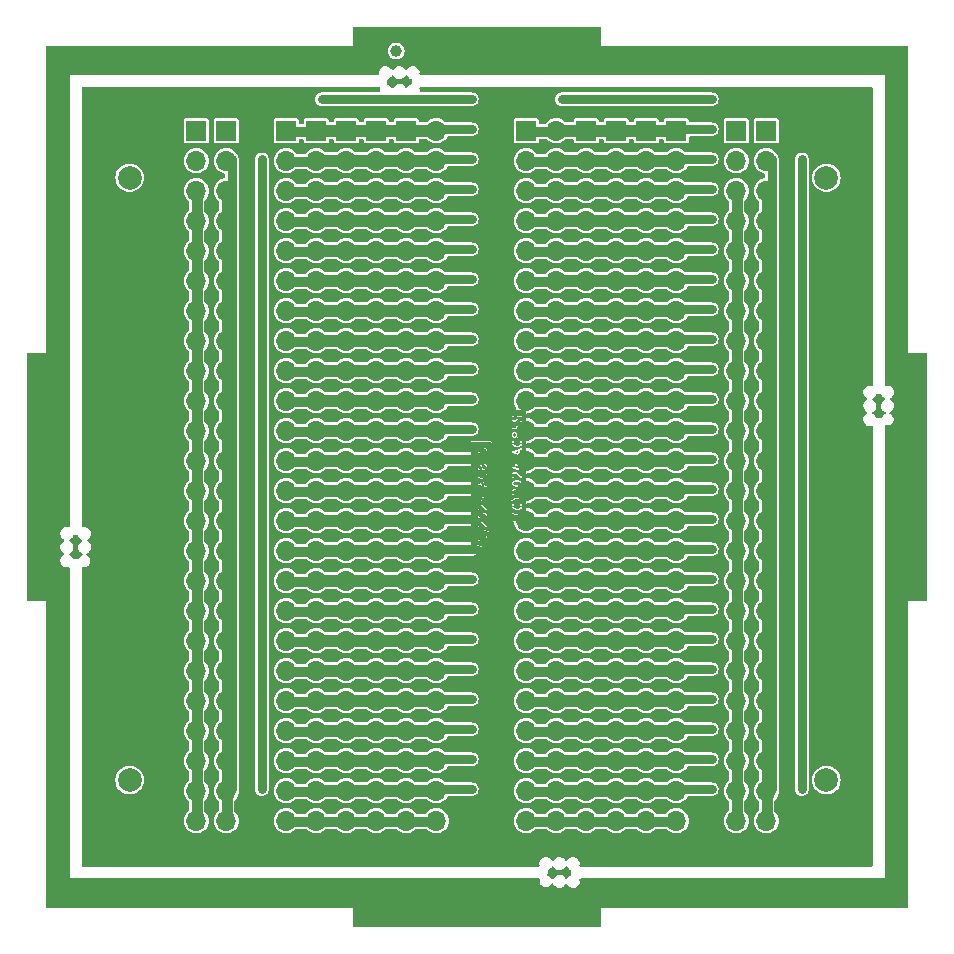
<source format=gbr>
%TF.GenerationSoftware,KiCad,Pcbnew,7.0.5-0*%
%TF.CreationDate,2024-04-21T20:25:32-04:00*%
%TF.ProjectId,swr_meter_front,7377725f-6d65-4746-9572-5f66726f6e74,rev?*%
%TF.SameCoordinates,Original*%
%TF.FileFunction,Copper,L1,Top*%
%TF.FilePolarity,Positive*%
%FSLAX46Y46*%
G04 Gerber Fmt 4.6, Leading zero omitted, Abs format (unit mm)*
G04 Created by KiCad (PCBNEW 7.0.5-0) date 2024-04-21 20:25:32*
%MOMM*%
%LPD*%
G01*
G04 APERTURE LIST*
%ADD10C,0.120000*%
%TA.AperFunction,ComponentPad*%
%ADD11R,1.700000X1.700000*%
%TD*%
%TA.AperFunction,ComponentPad*%
%ADD12O,1.700000X1.700000*%
%TD*%
%TA.AperFunction,ComponentPad*%
%ADD13C,2.000000*%
%TD*%
%TA.AperFunction,SMDPad,CuDef*%
%ADD14C,1.000000*%
%TD*%
%TA.AperFunction,Conductor*%
%ADD15C,0.762000*%
%TD*%
G04 APERTURE END LIST*
D10*
G36*
X137086175Y-66614665D02*
G01*
X137143003Y-66643080D01*
X137164947Y-66665023D01*
X137189974Y-66715074D01*
X137189974Y-66758175D01*
X137164949Y-66808226D01*
X137143004Y-66830170D01*
X137086174Y-66858585D01*
X136956875Y-66890911D01*
X136793076Y-66890911D01*
X136663772Y-66858585D01*
X136606943Y-66830171D01*
X136584999Y-66808227D01*
X136559974Y-66758175D01*
X136559974Y-66715076D01*
X136585000Y-66665023D01*
X136606942Y-66643080D01*
X136663769Y-66614666D01*
X136793074Y-66582340D01*
X136956872Y-66582340D01*
X137086175Y-66614665D01*
G37*
G36*
X136975688Y-64153378D02*
G01*
X136689710Y-64058053D01*
X136975688Y-63962727D01*
X136975688Y-64153378D01*
G37*
G36*
X136714431Y-62500220D02*
G01*
X136736376Y-62522166D01*
X136761402Y-62572216D01*
X136761402Y-62686745D01*
X136736376Y-62736797D01*
X136714432Y-62758741D01*
X136664380Y-62783767D01*
X136656995Y-62783767D01*
X136606943Y-62758741D01*
X136584999Y-62736797D01*
X136559974Y-62686745D01*
X136559974Y-62572218D01*
X136585000Y-62522164D01*
X136606942Y-62500222D01*
X136656996Y-62475196D01*
X136664381Y-62475196D01*
X136714431Y-62500220D01*
G37*
G36*
X137143003Y-62500221D02*
G01*
X137164948Y-62522166D01*
X137189974Y-62572216D01*
X137189974Y-62686745D01*
X137164949Y-62736796D01*
X137143004Y-62758740D01*
X137092952Y-62783767D01*
X136978424Y-62783767D01*
X136928372Y-62758741D01*
X136906426Y-62736795D01*
X136881402Y-62686746D01*
X136881402Y-62572216D01*
X136906428Y-62522166D01*
X136928371Y-62500222D01*
X136978425Y-62475196D01*
X137092952Y-62475196D01*
X137143003Y-62500221D01*
G37*
G36*
X137635143Y-69924145D02*
G01*
X136010857Y-69924145D01*
X136010857Y-69160735D01*
X136330458Y-69160735D01*
X136337946Y-69195165D01*
X136378094Y-69235314D01*
X136380604Y-69241063D01*
X136390320Y-69247540D01*
X136392218Y-69249438D01*
X136397462Y-69252302D01*
X136491062Y-69314700D01*
X136493097Y-69318126D01*
X136505513Y-69324334D01*
X136509584Y-69327048D01*
X136513190Y-69328173D01*
X136568585Y-69355871D01*
X136571430Y-69359405D01*
X136584095Y-69363626D01*
X136588000Y-69365579D01*
X136592242Y-69366342D01*
X136682351Y-69396378D01*
X136685217Y-69399149D01*
X136698834Y-69401872D01*
X136703471Y-69403418D01*
X136707244Y-69403554D01*
X136869938Y-69436093D01*
X136875213Y-69439483D01*
X136886888Y-69439483D01*
X136889523Y-69440010D01*
X136895482Y-69439483D01*
X137024341Y-69439483D01*
X137030179Y-69441773D01*
X137041629Y-69439483D01*
X137044315Y-69439483D01*
X137050051Y-69437798D01*
X137212659Y-69405277D01*
X137216520Y-69406261D01*
X137229688Y-69401871D01*
X137234486Y-69400912D01*
X137237832Y-69399156D01*
X137327965Y-69369112D01*
X137332477Y-69369600D01*
X137344421Y-69363627D01*
X137348560Y-69362248D01*
X137352097Y-69359789D01*
X137407468Y-69332102D01*
X137411454Y-69332036D01*
X137423009Y-69324332D01*
X137427380Y-69322147D01*
X137430143Y-69319576D01*
X137523815Y-69257128D01*
X137529943Y-69255796D01*
X137538198Y-69247540D01*
X137540434Y-69246050D01*
X137544275Y-69241462D01*
X137584215Y-69201522D01*
X137596792Y-69178488D01*
X137594278Y-69143343D01*
X137573163Y-69115136D01*
X137540148Y-69102824D01*
X137505719Y-69110313D01*
X137461748Y-69154284D01*
X137362651Y-69220348D01*
X137298383Y-69252482D01*
X137198829Y-69285666D01*
X137029747Y-69319483D01*
X136898773Y-69319483D01*
X136729690Y-69285666D01*
X136630140Y-69252483D01*
X136565859Y-69220343D01*
X136466769Y-69154283D01*
X136429158Y-69116671D01*
X136406124Y-69104093D01*
X136370979Y-69106607D01*
X136342771Y-69127721D01*
X136330458Y-69160735D01*
X136010857Y-69160735D01*
X136010857Y-68667457D01*
X136437482Y-68667457D01*
X136442708Y-68683137D01*
X136447368Y-68699005D01*
X136448253Y-68699772D01*
X136477746Y-68788252D01*
X136480804Y-68802309D01*
X136489475Y-68810980D01*
X136496473Y-68821049D01*
X136501710Y-68823215D01*
X136559371Y-68880876D01*
X136564526Y-68889556D01*
X136579320Y-68896953D01*
X136593825Y-68904873D01*
X136594992Y-68904789D01*
X136642153Y-68928369D01*
X136646901Y-68933419D01*
X136657602Y-68936094D01*
X136659428Y-68937007D01*
X136665942Y-68938179D01*
X136797270Y-68971010D01*
X136803784Y-68975197D01*
X136814016Y-68975197D01*
X136815220Y-68975498D01*
X136822624Y-68975197D01*
X136918670Y-68975197D01*
X136926005Y-68977679D01*
X136935933Y-68975197D01*
X136937172Y-68975197D01*
X136944271Y-68973112D01*
X137075584Y-68940283D01*
X137082476Y-68941028D01*
X137092344Y-68936093D01*
X137094324Y-68935599D01*
X137100032Y-68932249D01*
X137162937Y-68900798D01*
X137172800Y-68898653D01*
X137184487Y-68886965D01*
X137196596Y-68875702D01*
X137196886Y-68874566D01*
X137254405Y-68817047D01*
X137265610Y-68808027D01*
X137269487Y-68796394D01*
X137275364Y-68785632D01*
X137274959Y-68779977D01*
X137304515Y-68691307D01*
X137309974Y-68682815D01*
X137309974Y-68666285D01*
X137310572Y-68649759D01*
X137309974Y-68648750D01*
X137309974Y-68601291D01*
X137312466Y-68591510D01*
X137307241Y-68575835D01*
X137302580Y-68559961D01*
X137301694Y-68559193D01*
X137272201Y-68470714D01*
X137269144Y-68456657D01*
X137260473Y-68447986D01*
X137253476Y-68437918D01*
X137248237Y-68435750D01*
X137214871Y-68402385D01*
X137191836Y-68389808D01*
X137156691Y-68392322D01*
X137128484Y-68413437D01*
X137116172Y-68446452D01*
X137123661Y-68480881D01*
X137161818Y-68519036D01*
X137189974Y-68603505D01*
X137189974Y-68655459D01*
X137161818Y-68739928D01*
X137107289Y-68794457D01*
X137050460Y-68822871D01*
X136921160Y-68855197D01*
X136828790Y-68855197D01*
X136699487Y-68822871D01*
X136642658Y-68794456D01*
X136588129Y-68739928D01*
X136559974Y-68655460D01*
X136559974Y-68603505D01*
X136588129Y-68519036D01*
X136619928Y-68487238D01*
X136632506Y-68464204D01*
X136629992Y-68429059D01*
X136608877Y-68400852D01*
X136575863Y-68388539D01*
X136541433Y-68396028D01*
X136495547Y-68441913D01*
X136484338Y-68450938D01*
X136480459Y-68462572D01*
X136474584Y-68473334D01*
X136474988Y-68478987D01*
X136445432Y-68567658D01*
X136439974Y-68576151D01*
X136439974Y-68592690D01*
X136439377Y-68609207D01*
X136439974Y-68610214D01*
X136439974Y-68657675D01*
X136437482Y-68667457D01*
X136010857Y-68667457D01*
X136010857Y-68187621D01*
X136331727Y-68187621D01*
X136334241Y-68222766D01*
X136355356Y-68250973D01*
X136388371Y-68263285D01*
X136422800Y-68255796D01*
X136466767Y-68211826D01*
X136565862Y-68145763D01*
X136630139Y-68113626D01*
X136729691Y-68080442D01*
X136898772Y-68046626D01*
X137029745Y-68046626D01*
X137198835Y-68080443D01*
X137298381Y-68113626D01*
X137362655Y-68145763D01*
X137461746Y-68211822D01*
X137499361Y-68249438D01*
X137522395Y-68262016D01*
X137557540Y-68259503D01*
X137585748Y-68238388D01*
X137598061Y-68205374D01*
X137590573Y-68170944D01*
X137550422Y-68130792D01*
X137547914Y-68125046D01*
X137538199Y-68118569D01*
X137536301Y-68116671D01*
X137531052Y-68113804D01*
X137437456Y-68051407D01*
X137435422Y-68047982D01*
X137423006Y-68041774D01*
X137418935Y-68039060D01*
X137415326Y-68037934D01*
X137359934Y-68010238D01*
X137357090Y-68006706D01*
X137344423Y-68002483D01*
X137340518Y-68000531D01*
X137336275Y-67999767D01*
X137246166Y-67969730D01*
X137243302Y-67966960D01*
X137229689Y-67964237D01*
X137225050Y-67962691D01*
X137221273Y-67962554D01*
X137058580Y-67930016D01*
X137053306Y-67926626D01*
X137041630Y-67926626D01*
X137038995Y-67926099D01*
X137033036Y-67926626D01*
X136904178Y-67926626D01*
X136898340Y-67924336D01*
X136886890Y-67926626D01*
X136884204Y-67926626D01*
X136878466Y-67928310D01*
X136715860Y-67960831D01*
X136712000Y-67959848D01*
X136698831Y-67964237D01*
X136694034Y-67965197D01*
X136690686Y-67966952D01*
X136600553Y-67996997D01*
X136596043Y-67996510D01*
X136584098Y-68002482D01*
X136579959Y-68003862D01*
X136576421Y-68006320D01*
X136521049Y-68034006D01*
X136517065Y-68034073D01*
X136505514Y-68041773D01*
X136501139Y-68043961D01*
X136498371Y-68046534D01*
X136404703Y-68108980D01*
X136398576Y-68110313D01*
X136390320Y-68118568D01*
X136388085Y-68120059D01*
X136384244Y-68124644D01*
X136344304Y-68164586D01*
X136331727Y-68187621D01*
X136010857Y-68187621D01*
X136010857Y-67386196D01*
X136437802Y-67386196D01*
X136439974Y-67391432D01*
X136439974Y-67554823D01*
X136438429Y-67569130D01*
X136443913Y-67580099D01*
X136447368Y-67591863D01*
X136451651Y-67595574D01*
X136478658Y-67649586D01*
X136480804Y-67659452D01*
X136492497Y-67671145D01*
X136503755Y-67683248D01*
X136504890Y-67683538D01*
X136535076Y-67713723D01*
X136558110Y-67726301D01*
X136593255Y-67723787D01*
X136621462Y-67702672D01*
X136633775Y-67669658D01*
X136626286Y-67635228D01*
X136585000Y-67593942D01*
X136559974Y-67543889D01*
X136559974Y-67393648D01*
X136585000Y-67343594D01*
X136606942Y-67321652D01*
X136656996Y-67296626D01*
X136704522Y-67296626D01*
X136788990Y-67324781D01*
X137196718Y-67732508D01*
X137197368Y-67734720D01*
X137209068Y-67744858D01*
X137213648Y-67749438D01*
X137215556Y-67750479D01*
X137223997Y-67757794D01*
X137230720Y-67758760D01*
X137236682Y-67762016D01*
X137247818Y-67761219D01*
X137258873Y-67762809D01*
X137265052Y-67759986D01*
X137271827Y-67759502D01*
X137280766Y-67752809D01*
X137290924Y-67748171D01*
X137294595Y-67742457D01*
X137300034Y-67738387D01*
X137303935Y-67727924D01*
X137309974Y-67718530D01*
X137309974Y-67711735D01*
X137312347Y-67705373D01*
X137309974Y-67694463D01*
X137309974Y-67227999D01*
X137302580Y-67202818D01*
X137275951Y-67179744D01*
X137241075Y-67174729D01*
X137209024Y-67189367D01*
X137189974Y-67219008D01*
X137189974Y-67556059D01*
X136866114Y-67232199D01*
X136857090Y-67220990D01*
X136845455Y-67217111D01*
X136834694Y-67211236D01*
X136829040Y-67211640D01*
X136740370Y-67182084D01*
X136731878Y-67176626D01*
X136715338Y-67176626D01*
X136698822Y-67176029D01*
X136697815Y-67176626D01*
X136646064Y-67176626D01*
X136631757Y-67175081D01*
X136620787Y-67180565D01*
X136609023Y-67184020D01*
X136605311Y-67188303D01*
X136551296Y-67215310D01*
X136541433Y-67217456D01*
X136529748Y-67229140D01*
X136517637Y-67240407D01*
X136517346Y-67241542D01*
X136498580Y-67260309D01*
X136489901Y-67265464D01*
X136482501Y-67280262D01*
X136474584Y-67294764D01*
X136474667Y-67295931D01*
X136447750Y-67349765D01*
X136439974Y-67361865D01*
X136439974Y-67374125D01*
X136437802Y-67386196D01*
X136010857Y-67386196D01*
X136010857Y-66707624D01*
X136437802Y-66707624D01*
X136439974Y-66712860D01*
X136439974Y-66769107D01*
X136438429Y-66783414D01*
X136443913Y-66794383D01*
X136447368Y-66806148D01*
X136451651Y-66809859D01*
X136478658Y-66863875D01*
X136480804Y-66873738D01*
X136492488Y-66885422D01*
X136503755Y-66897534D01*
X136504890Y-66897824D01*
X136523654Y-66916588D01*
X136528811Y-66925270D01*
X136543615Y-66932672D01*
X136558110Y-66940587D01*
X136559278Y-66940503D01*
X136606439Y-66964083D01*
X136611187Y-66969133D01*
X136621890Y-66971808D01*
X136623715Y-66972721D01*
X136630226Y-66973892D01*
X136761556Y-67006724D01*
X136768070Y-67010911D01*
X136778302Y-67010911D01*
X136779506Y-67011212D01*
X136786910Y-67010911D01*
X136954385Y-67010911D01*
X136961720Y-67013393D01*
X136971648Y-67010911D01*
X136972887Y-67010911D01*
X136979986Y-67008826D01*
X137111300Y-66975997D01*
X137118192Y-66976742D01*
X137128060Y-66971807D01*
X137130039Y-66971313D01*
X137135746Y-66967964D01*
X137198646Y-66936513D01*
X137208513Y-66934368D01*
X137220213Y-66922667D01*
X137232310Y-66911416D01*
X137232600Y-66910281D01*
X137251366Y-66891515D01*
X137260047Y-66886360D01*
X137267443Y-66871567D01*
X137275364Y-66857062D01*
X137275280Y-66855892D01*
X137302195Y-66802060D01*
X137309974Y-66789958D01*
X137309974Y-66777696D01*
X137312146Y-66765627D01*
X137309974Y-66760390D01*
X137309974Y-66704142D01*
X137311519Y-66689836D01*
X137306034Y-66678866D01*
X137302580Y-66667103D01*
X137298296Y-66663391D01*
X137271289Y-66609376D01*
X137269144Y-66599514D01*
X137257459Y-66587829D01*
X137246193Y-66575718D01*
X137245057Y-66575427D01*
X137226289Y-66556660D01*
X137221136Y-66547983D01*
X137206352Y-66540590D01*
X137191836Y-66532665D01*
X137190668Y-66532748D01*
X137143508Y-66509167D01*
X137138761Y-66504118D01*
X137128058Y-66501442D01*
X137126234Y-66500530D01*
X137119719Y-66499357D01*
X136988391Y-66466526D01*
X136981878Y-66462340D01*
X136971647Y-66462340D01*
X136970443Y-66462039D01*
X136963039Y-66462340D01*
X136795564Y-66462340D01*
X136788228Y-66459858D01*
X136778300Y-66462340D01*
X136777061Y-66462340D01*
X136769960Y-66464424D01*
X136638646Y-66497253D01*
X136631756Y-66496510D01*
X136621890Y-66501442D01*
X136619910Y-66501938D01*
X136614198Y-66505289D01*
X136551298Y-66536739D01*
X136541433Y-66538885D01*
X136529736Y-66550581D01*
X136517637Y-66561836D01*
X136517346Y-66562971D01*
X136498580Y-66581737D01*
X136489901Y-66586892D01*
X136482503Y-66601686D01*
X136474584Y-66616191D01*
X136474667Y-66617358D01*
X136447750Y-66671193D01*
X136439974Y-66683293D01*
X136439974Y-66695553D01*
X136437802Y-66707624D01*
X136010857Y-66707624D01*
X136010857Y-65957624D01*
X136437802Y-65957624D01*
X136439974Y-65962860D01*
X136439974Y-66126251D01*
X136438429Y-66140558D01*
X136443913Y-66151527D01*
X136447368Y-66163291D01*
X136451651Y-66167002D01*
X136478658Y-66221014D01*
X136480804Y-66230880D01*
X136492497Y-66242573D01*
X136503755Y-66254676D01*
X136504890Y-66254966D01*
X136535076Y-66285151D01*
X136558110Y-66297729D01*
X136593255Y-66295215D01*
X136621462Y-66274100D01*
X136633775Y-66241086D01*
X136626286Y-66206656D01*
X136585000Y-66165370D01*
X136559974Y-66115317D01*
X136559974Y-65965076D01*
X136585000Y-65915022D01*
X136606942Y-65893080D01*
X136656996Y-65868054D01*
X136704522Y-65868054D01*
X136788990Y-65896209D01*
X137196718Y-66303936D01*
X137197368Y-66306148D01*
X137209068Y-66316286D01*
X137213648Y-66320866D01*
X137215556Y-66321907D01*
X137223997Y-66329222D01*
X137230720Y-66330188D01*
X137236682Y-66333444D01*
X137247818Y-66332647D01*
X137258873Y-66334237D01*
X137265052Y-66331414D01*
X137271827Y-66330930D01*
X137280766Y-66324237D01*
X137290924Y-66319599D01*
X137294595Y-66313885D01*
X137300034Y-66309815D01*
X137303935Y-66299352D01*
X137309974Y-66289958D01*
X137309974Y-66283163D01*
X137312347Y-66276801D01*
X137309974Y-66265891D01*
X137309974Y-65799427D01*
X137302580Y-65774246D01*
X137275951Y-65751172D01*
X137241075Y-65746157D01*
X137209024Y-65760795D01*
X137189974Y-65790436D01*
X137189974Y-66127487D01*
X136866114Y-65803627D01*
X136857090Y-65792418D01*
X136845455Y-65788539D01*
X136834694Y-65782664D01*
X136829040Y-65783068D01*
X136740370Y-65753512D01*
X136731878Y-65748054D01*
X136715338Y-65748054D01*
X136698822Y-65747457D01*
X136697815Y-65748054D01*
X136646064Y-65748054D01*
X136631757Y-65746509D01*
X136620787Y-65751993D01*
X136609023Y-65755448D01*
X136605311Y-65759731D01*
X136551296Y-65786738D01*
X136541433Y-65788884D01*
X136529748Y-65800568D01*
X136517637Y-65811835D01*
X136517346Y-65812970D01*
X136498580Y-65831737D01*
X136489901Y-65836892D01*
X136482501Y-65851690D01*
X136474584Y-65866192D01*
X136474667Y-65867359D01*
X136447750Y-65921193D01*
X136439974Y-65933293D01*
X136439974Y-65945553D01*
X136437802Y-65957624D01*
X136010857Y-65957624D01*
X136010857Y-65332637D01*
X136402725Y-65332637D01*
X136406477Y-65367672D01*
X136428572Y-65395118D01*
X136969691Y-65575490D01*
X136973997Y-65579221D01*
X136986108Y-65580962D01*
X136989185Y-65581988D01*
X136994601Y-65582183D01*
X137008873Y-65584236D01*
X137011990Y-65582812D01*
X137015412Y-65582936D01*
X137027812Y-65575586D01*
X137040924Y-65569598D01*
X137042775Y-65566717D01*
X137045722Y-65564971D01*
X137052181Y-65552081D01*
X137059974Y-65539957D01*
X137059974Y-65536532D01*
X137061509Y-65533470D01*
X137059974Y-65519136D01*
X137059974Y-65225197D01*
X137258601Y-65225197D01*
X137283782Y-65217803D01*
X137306856Y-65191174D01*
X137311871Y-65156298D01*
X137297233Y-65124247D01*
X137267592Y-65105197D01*
X137059974Y-65105197D01*
X137059974Y-65049427D01*
X137052580Y-65024246D01*
X137025951Y-65001172D01*
X136991075Y-64996157D01*
X136959024Y-65010795D01*
X136939974Y-65040436D01*
X136939974Y-65105197D01*
X136741347Y-65105197D01*
X136716166Y-65112591D01*
X136693092Y-65139220D01*
X136688077Y-65174096D01*
X136702715Y-65206147D01*
X136732356Y-65225197D01*
X136939974Y-65225197D01*
X136939974Y-65439093D01*
X136475049Y-65284119D01*
X136448822Y-65283171D01*
X136418512Y-65301136D01*
X136402725Y-65332637D01*
X136010857Y-65332637D01*
X136010857Y-64051397D01*
X136437796Y-64051397D01*
X136440547Y-64066608D01*
X136442191Y-64081957D01*
X136443651Y-64083771D01*
X136444067Y-64086069D01*
X136454598Y-64097369D01*
X136464286Y-64109403D01*
X136466501Y-64110141D01*
X136468090Y-64111846D01*
X136483046Y-64115656D01*
X137005406Y-64289776D01*
X137009711Y-64293506D01*
X137021818Y-64295247D01*
X137239184Y-64367702D01*
X137265411Y-64368650D01*
X137295722Y-64350684D01*
X137311508Y-64319184D01*
X137307757Y-64284149D01*
X137285661Y-64256703D01*
X137095688Y-64193378D01*
X137095688Y-63922727D01*
X137277132Y-63862246D01*
X137298682Y-63847269D01*
X137312151Y-63814709D01*
X137305880Y-63780037D01*
X137281858Y-63754260D01*
X137247714Y-63745561D01*
X137030179Y-63818072D01*
X137026789Y-63817585D01*
X137013678Y-63823572D01*
X136491295Y-63997700D01*
X136484536Y-63997456D01*
X136474907Y-64003162D01*
X136472816Y-64003860D01*
X136467512Y-64007546D01*
X136454226Y-64015421D01*
X136453180Y-64017506D01*
X136451265Y-64018838D01*
X136445360Y-64033110D01*
X136438439Y-64046922D01*
X136438687Y-64049242D01*
X136437796Y-64051397D01*
X136010857Y-64051397D01*
X136010857Y-63346027D01*
X136437482Y-63346027D01*
X136442708Y-63361707D01*
X136447368Y-63377575D01*
X136448253Y-63378342D01*
X136477746Y-63466822D01*
X136480804Y-63480879D01*
X136489475Y-63489550D01*
X136496473Y-63499619D01*
X136501710Y-63501785D01*
X136559371Y-63559446D01*
X136564526Y-63568126D01*
X136579320Y-63575523D01*
X136593825Y-63583443D01*
X136594992Y-63583359D01*
X136642153Y-63606939D01*
X136646901Y-63611989D01*
X136657602Y-63614664D01*
X136659428Y-63615577D01*
X136665942Y-63616749D01*
X136797270Y-63649580D01*
X136803784Y-63653767D01*
X136814016Y-63653767D01*
X136815220Y-63654068D01*
X136822624Y-63653767D01*
X136918670Y-63653767D01*
X136926005Y-63656249D01*
X136935933Y-63653767D01*
X136937172Y-63653767D01*
X136944271Y-63651682D01*
X137075584Y-63618853D01*
X137082476Y-63619598D01*
X137092344Y-63614663D01*
X137094324Y-63614169D01*
X137100032Y-63610819D01*
X137162937Y-63579368D01*
X137172800Y-63577223D01*
X137184487Y-63565535D01*
X137196596Y-63554272D01*
X137196886Y-63553136D01*
X137254405Y-63495617D01*
X137265610Y-63486597D01*
X137269487Y-63474964D01*
X137275364Y-63464202D01*
X137274959Y-63458547D01*
X137304515Y-63369877D01*
X137309974Y-63361385D01*
X137309974Y-63344855D01*
X137310572Y-63328329D01*
X137309974Y-63327320D01*
X137309974Y-63279861D01*
X137312466Y-63270080D01*
X137307241Y-63254405D01*
X137302580Y-63238531D01*
X137301694Y-63237763D01*
X137272201Y-63149284D01*
X137269144Y-63135227D01*
X137260473Y-63126556D01*
X137253476Y-63116488D01*
X137248237Y-63114320D01*
X137214871Y-63080955D01*
X137191836Y-63068378D01*
X137156691Y-63070892D01*
X137128484Y-63092007D01*
X137116172Y-63125022D01*
X137123661Y-63159451D01*
X137161818Y-63197606D01*
X137189974Y-63282075D01*
X137189974Y-63334029D01*
X137161818Y-63418498D01*
X137107289Y-63473027D01*
X137050460Y-63501441D01*
X136921160Y-63533767D01*
X136828790Y-63533767D01*
X136699487Y-63501441D01*
X136642658Y-63473026D01*
X136588129Y-63418498D01*
X136559974Y-63334030D01*
X136559974Y-63282075D01*
X136588129Y-63197606D01*
X136619928Y-63165808D01*
X136632506Y-63142774D01*
X136629992Y-63107629D01*
X136608877Y-63079422D01*
X136575863Y-63067109D01*
X136541433Y-63074598D01*
X136495547Y-63120483D01*
X136484338Y-63129508D01*
X136480459Y-63141142D01*
X136474584Y-63151904D01*
X136474988Y-63157557D01*
X136445432Y-63246228D01*
X136439974Y-63254721D01*
X136439974Y-63271260D01*
X136439377Y-63287777D01*
X136439974Y-63288784D01*
X136439974Y-63336245D01*
X136437482Y-63346027D01*
X136010857Y-63346027D01*
X136010857Y-62564766D01*
X136437802Y-62564766D01*
X136439974Y-62570002D01*
X136439974Y-62697677D01*
X136438429Y-62711984D01*
X136443913Y-62722953D01*
X136447368Y-62734718D01*
X136451651Y-62738429D01*
X136478658Y-62792445D01*
X136480804Y-62802308D01*
X136492488Y-62813992D01*
X136503755Y-62826104D01*
X136504890Y-62826394D01*
X136523654Y-62845158D01*
X136528811Y-62853840D01*
X136543615Y-62861242D01*
X136558110Y-62869157D01*
X136559278Y-62869073D01*
X136613110Y-62895988D01*
X136625213Y-62903767D01*
X136637474Y-62903767D01*
X136649544Y-62905939D01*
X136654781Y-62903767D01*
X136675312Y-62903767D01*
X136689619Y-62905312D01*
X136700588Y-62899827D01*
X136712353Y-62896373D01*
X136716064Y-62892089D01*
X136770080Y-62865082D01*
X136779943Y-62862937D01*
X136791627Y-62851252D01*
X136803739Y-62839986D01*
X136804029Y-62838850D01*
X136821131Y-62821747D01*
X136825184Y-62826104D01*
X136826319Y-62826394D01*
X136845083Y-62845158D01*
X136850240Y-62853840D01*
X136865044Y-62861242D01*
X136879539Y-62869157D01*
X136880707Y-62869073D01*
X136934539Y-62895988D01*
X136946642Y-62903767D01*
X136958903Y-62903767D01*
X136970973Y-62905939D01*
X136976210Y-62903767D01*
X137103885Y-62903767D01*
X137118192Y-62905312D01*
X137129161Y-62899827D01*
X137140925Y-62896373D01*
X137144636Y-62892089D01*
X137198646Y-62865083D01*
X137208513Y-62862938D01*
X137220213Y-62851237D01*
X137232310Y-62839986D01*
X137232600Y-62838851D01*
X137251366Y-62820085D01*
X137260047Y-62814930D01*
X137267443Y-62800137D01*
X137275364Y-62785632D01*
X137275280Y-62784462D01*
X137302195Y-62730630D01*
X137309974Y-62718528D01*
X137309974Y-62706266D01*
X137312146Y-62694197D01*
X137309974Y-62688960D01*
X137309974Y-62561284D01*
X137311519Y-62546978D01*
X137306034Y-62536008D01*
X137302580Y-62524245D01*
X137298296Y-62520533D01*
X137271288Y-62466517D01*
X137269144Y-62456657D01*
X137257466Y-62444979D01*
X137246193Y-62432860D01*
X137245056Y-62432569D01*
X137226291Y-62413803D01*
X137221136Y-62405123D01*
X137206341Y-62397725D01*
X137191837Y-62389806D01*
X137190669Y-62389889D01*
X137136834Y-62362972D01*
X137124735Y-62355196D01*
X137112474Y-62355196D01*
X137100404Y-62353024D01*
X137095167Y-62355196D01*
X136967493Y-62355196D01*
X136953186Y-62353651D01*
X136942216Y-62359135D01*
X136930452Y-62362590D01*
X136926740Y-62366873D01*
X136872725Y-62393880D01*
X136862862Y-62396026D01*
X136851177Y-62407710D01*
X136839066Y-62418977D01*
X136838775Y-62420112D01*
X136821672Y-62437215D01*
X136817621Y-62432860D01*
X136816486Y-62432569D01*
X136797720Y-62413803D01*
X136792565Y-62405123D01*
X136777772Y-62397726D01*
X136763267Y-62389806D01*
X136762097Y-62389889D01*
X136708265Y-62362974D01*
X136696163Y-62355196D01*
X136683902Y-62355196D01*
X136671832Y-62353024D01*
X136666595Y-62355196D01*
X136646064Y-62355196D01*
X136631757Y-62353651D01*
X136620787Y-62359135D01*
X136609023Y-62362590D01*
X136605311Y-62366873D01*
X136551296Y-62393880D01*
X136541433Y-62396026D01*
X136529748Y-62407710D01*
X136517637Y-62418977D01*
X136517346Y-62420112D01*
X136498580Y-62438879D01*
X136489901Y-62444034D01*
X136482501Y-62458832D01*
X136474584Y-62473334D01*
X136474667Y-62474501D01*
X136447750Y-62528335D01*
X136439974Y-62540435D01*
X136439974Y-62552695D01*
X136437802Y-62564766D01*
X136010857Y-62564766D01*
X136010857Y-62102666D01*
X136438077Y-62102666D01*
X136443613Y-62114788D01*
X136447368Y-62127575D01*
X136450818Y-62130565D01*
X136452715Y-62134717D01*
X136463924Y-62141921D01*
X136473997Y-62150649D01*
X136478515Y-62151298D01*
X136482356Y-62153767D01*
X136495681Y-62153767D01*
X136508873Y-62155664D01*
X136513027Y-62153767D01*
X136852824Y-62153767D01*
X136866016Y-62155664D01*
X136870170Y-62153767D01*
X137245681Y-62153767D01*
X137258873Y-62155664D01*
X137270995Y-62150127D01*
X137283782Y-62146373D01*
X137286772Y-62142922D01*
X137290924Y-62141026D01*
X137298128Y-62129816D01*
X137306856Y-62119744D01*
X137307505Y-62115225D01*
X137309974Y-62111385D01*
X137309974Y-62098060D01*
X137311871Y-62084868D01*
X137309974Y-62080714D01*
X137309974Y-61727997D01*
X137302580Y-61702816D01*
X137275951Y-61679742D01*
X137241075Y-61674727D01*
X137209024Y-61689365D01*
X137189974Y-61719006D01*
X137189974Y-62033767D01*
X136917117Y-62033767D01*
X136917117Y-61835140D01*
X136909723Y-61809959D01*
X136883094Y-61786885D01*
X136848218Y-61781870D01*
X136816167Y-61796508D01*
X136797117Y-61826149D01*
X136797117Y-62033767D01*
X136559974Y-62033767D01*
X136559974Y-61727997D01*
X136552580Y-61702816D01*
X136525951Y-61679742D01*
X136491075Y-61674727D01*
X136459024Y-61689365D01*
X136439974Y-61719006D01*
X136439974Y-62089473D01*
X136438077Y-62102666D01*
X136010857Y-62102666D01*
X136010857Y-61319127D01*
X136438429Y-61319127D01*
X136443913Y-61330096D01*
X136447368Y-61341861D01*
X136451651Y-61345572D01*
X136478658Y-61399588D01*
X136480804Y-61409451D01*
X136492488Y-61421135D01*
X136503755Y-61433247D01*
X136504890Y-61433537D01*
X136523654Y-61452301D01*
X136528811Y-61460983D01*
X136543615Y-61468385D01*
X136558110Y-61476300D01*
X136559278Y-61476216D01*
X136613110Y-61503131D01*
X136625213Y-61510910D01*
X136637474Y-61510910D01*
X136649544Y-61513082D01*
X136654781Y-61510910D01*
X136711028Y-61510910D01*
X136725335Y-61512455D01*
X136736304Y-61506970D01*
X136748068Y-61503516D01*
X136751779Y-61499232D01*
X136805791Y-61472225D01*
X136815657Y-61470080D01*
X136827350Y-61458386D01*
X136839453Y-61447129D01*
X136839743Y-61445993D01*
X136858508Y-61427228D01*
X136867188Y-61422073D01*
X136874583Y-61407281D01*
X136882506Y-61392774D01*
X136882422Y-61391605D01*
X136906003Y-61344444D01*
X136911053Y-61339697D01*
X136913728Y-61328995D01*
X136914641Y-61327170D01*
X136915813Y-61320655D01*
X136949441Y-61186139D01*
X136977857Y-61129308D01*
X136999801Y-61107364D01*
X137049851Y-61082339D01*
X137092952Y-61082339D01*
X137143003Y-61107365D01*
X137164948Y-61129309D01*
X137189974Y-61179359D01*
X137189974Y-61334030D01*
X137154611Y-61440121D01*
X137153663Y-61466348D01*
X137171628Y-61496658D01*
X137203129Y-61512445D01*
X137238164Y-61508693D01*
X137265610Y-61486598D01*
X137304515Y-61369878D01*
X137309974Y-61361386D01*
X137309974Y-61344856D01*
X137310572Y-61328330D01*
X137309974Y-61327321D01*
X137309974Y-61168427D01*
X137311519Y-61154121D01*
X137306034Y-61143151D01*
X137302580Y-61131388D01*
X137298296Y-61127676D01*
X137271288Y-61073660D01*
X137269144Y-61063800D01*
X137257466Y-61052122D01*
X137246193Y-61040003D01*
X137245056Y-61039712D01*
X137226291Y-61020946D01*
X137221136Y-61012266D01*
X137206341Y-61004868D01*
X137191837Y-60996949D01*
X137190669Y-60997032D01*
X137136834Y-60970115D01*
X137124735Y-60962339D01*
X137112474Y-60962339D01*
X137100404Y-60960167D01*
X137095167Y-60962339D01*
X137038920Y-60962339D01*
X137024613Y-60960794D01*
X137013643Y-60966278D01*
X137001880Y-60969733D01*
X136998168Y-60974016D01*
X136944152Y-61001024D01*
X136934292Y-61003169D01*
X136922614Y-61014846D01*
X136910495Y-61026120D01*
X136910204Y-61027256D01*
X136891438Y-61046021D01*
X136882758Y-61051177D01*
X136875360Y-61065971D01*
X136867441Y-61080476D01*
X136867524Y-61081643D01*
X136843944Y-61128804D01*
X136838895Y-61133552D01*
X136836219Y-61144253D01*
X136835307Y-61146079D01*
X136834134Y-61152592D01*
X136800506Y-61287109D01*
X136772090Y-61343940D01*
X136750147Y-61365884D01*
X136700095Y-61390910D01*
X136656995Y-61390910D01*
X136606943Y-61365884D01*
X136584999Y-61343940D01*
X136559974Y-61293888D01*
X136559974Y-61139218D01*
X136595337Y-61033128D01*
X136596286Y-61006901D01*
X136578320Y-60976590D01*
X136546819Y-60960804D01*
X136511784Y-60964555D01*
X136484338Y-60986651D01*
X136445432Y-61103371D01*
X136439974Y-61111864D01*
X136439974Y-61128403D01*
X136439377Y-61144920D01*
X136439974Y-61145927D01*
X136439974Y-61304820D01*
X136438429Y-61319127D01*
X136010857Y-61319127D01*
X136010857Y-60521286D01*
X137635143Y-60521286D01*
X137635143Y-69924145D01*
G37*
G36*
X139976715Y-63848663D02*
G01*
X140033543Y-63877078D01*
X140055487Y-63899021D01*
X140080514Y-63949072D01*
X140080514Y-63992173D01*
X140055489Y-64042224D01*
X140033544Y-64064168D01*
X139976714Y-64092583D01*
X139847415Y-64124909D01*
X139683616Y-64124909D01*
X139554312Y-64092583D01*
X139497483Y-64064169D01*
X139475539Y-64042225D01*
X139450514Y-63992173D01*
X139450514Y-63949074D01*
X139475540Y-63899021D01*
X139497482Y-63877078D01*
X139554309Y-63848664D01*
X139683614Y-63816338D01*
X139847412Y-63816338D01*
X139976715Y-63848663D01*
G37*
G36*
X139866228Y-61387376D02*
G01*
X139580250Y-61292051D01*
X139866228Y-61196725D01*
X139866228Y-61387376D01*
G37*
G36*
X139604971Y-59734218D02*
G01*
X139626916Y-59756164D01*
X139651942Y-59806214D01*
X139651942Y-59920743D01*
X139626916Y-59970795D01*
X139604972Y-59992739D01*
X139554920Y-60017765D01*
X139547535Y-60017765D01*
X139497483Y-59992739D01*
X139475539Y-59970795D01*
X139450514Y-59920743D01*
X139450514Y-59806215D01*
X139475540Y-59756162D01*
X139497482Y-59734220D01*
X139547536Y-59709194D01*
X139554921Y-59709194D01*
X139604971Y-59734218D01*
G37*
G36*
X140033544Y-59734220D02*
G01*
X140055488Y-59756164D01*
X140080514Y-59806214D01*
X140080514Y-59920743D01*
X140055489Y-59970794D01*
X140033544Y-59992738D01*
X139983492Y-60017765D01*
X139868964Y-60017765D01*
X139818912Y-59992739D01*
X139796966Y-59970793D01*
X139771942Y-59920744D01*
X139771942Y-59806214D01*
X139796968Y-59756164D01*
X139818911Y-59734220D01*
X139868965Y-59709194D01*
X139983492Y-59709194D01*
X140033544Y-59734220D01*
G37*
G36*
X140525683Y-67158143D02*
G01*
X138901397Y-67158143D01*
X138901397Y-66394733D01*
X139220998Y-66394733D01*
X139228486Y-66429163D01*
X139268634Y-66469312D01*
X139271144Y-66475061D01*
X139280860Y-66481538D01*
X139282758Y-66483436D01*
X139288002Y-66486300D01*
X139381602Y-66548698D01*
X139383637Y-66552124D01*
X139396053Y-66558332D01*
X139400124Y-66561046D01*
X139403730Y-66562171D01*
X139459125Y-66589869D01*
X139461970Y-66593403D01*
X139474635Y-66597624D01*
X139478540Y-66599577D01*
X139482782Y-66600340D01*
X139572891Y-66630376D01*
X139575757Y-66633147D01*
X139589374Y-66635870D01*
X139594011Y-66637416D01*
X139597784Y-66637552D01*
X139760478Y-66670091D01*
X139765753Y-66673481D01*
X139777428Y-66673481D01*
X139780063Y-66674008D01*
X139786022Y-66673481D01*
X139914881Y-66673481D01*
X139920719Y-66675771D01*
X139932169Y-66673481D01*
X139934855Y-66673481D01*
X139940591Y-66671796D01*
X140103199Y-66639275D01*
X140107060Y-66640259D01*
X140120228Y-66635869D01*
X140125026Y-66634910D01*
X140128372Y-66633154D01*
X140218505Y-66603110D01*
X140223017Y-66603598D01*
X140234961Y-66597625D01*
X140239100Y-66596246D01*
X140242637Y-66593787D01*
X140298008Y-66566100D01*
X140301994Y-66566034D01*
X140313549Y-66558330D01*
X140317920Y-66556145D01*
X140320683Y-66553574D01*
X140414355Y-66491126D01*
X140420483Y-66489794D01*
X140428738Y-66481538D01*
X140430974Y-66480048D01*
X140434815Y-66475460D01*
X140474755Y-66435520D01*
X140487332Y-66412486D01*
X140484818Y-66377341D01*
X140463703Y-66349134D01*
X140430688Y-66336822D01*
X140396259Y-66344311D01*
X140352288Y-66388282D01*
X140253191Y-66454346D01*
X140188923Y-66486480D01*
X140089369Y-66519664D01*
X139920287Y-66553481D01*
X139789313Y-66553481D01*
X139620230Y-66519664D01*
X139520680Y-66486481D01*
X139456399Y-66454341D01*
X139357309Y-66388281D01*
X139319698Y-66350669D01*
X139296664Y-66338091D01*
X139261519Y-66340605D01*
X139233311Y-66361719D01*
X139220998Y-66394733D01*
X138901397Y-66394733D01*
X138901397Y-65901455D01*
X139328022Y-65901455D01*
X139333248Y-65917135D01*
X139337908Y-65933003D01*
X139338793Y-65933770D01*
X139368286Y-66022250D01*
X139371344Y-66036307D01*
X139380015Y-66044978D01*
X139387013Y-66055047D01*
X139392250Y-66057213D01*
X139449911Y-66114874D01*
X139455066Y-66123554D01*
X139469860Y-66130951D01*
X139484365Y-66138871D01*
X139485532Y-66138787D01*
X139532693Y-66162367D01*
X139537441Y-66167417D01*
X139548142Y-66170092D01*
X139549968Y-66171005D01*
X139556482Y-66172177D01*
X139687810Y-66205008D01*
X139694324Y-66209195D01*
X139704556Y-66209195D01*
X139705760Y-66209496D01*
X139713164Y-66209195D01*
X139809210Y-66209195D01*
X139816545Y-66211677D01*
X139826473Y-66209195D01*
X139827712Y-66209195D01*
X139834811Y-66207110D01*
X139966124Y-66174281D01*
X139973016Y-66175026D01*
X139982884Y-66170091D01*
X139984864Y-66169597D01*
X139990572Y-66166247D01*
X140053477Y-66134796D01*
X140063340Y-66132651D01*
X140075027Y-66120963D01*
X140087136Y-66109700D01*
X140087426Y-66108564D01*
X140144945Y-66051045D01*
X140156150Y-66042025D01*
X140160027Y-66030392D01*
X140165904Y-66019630D01*
X140165499Y-66013975D01*
X140195055Y-65925305D01*
X140200514Y-65916813D01*
X140200514Y-65900283D01*
X140201112Y-65883757D01*
X140200514Y-65882748D01*
X140200514Y-65835289D01*
X140203006Y-65825508D01*
X140197781Y-65809833D01*
X140193120Y-65793959D01*
X140192234Y-65793191D01*
X140162741Y-65704712D01*
X140159684Y-65690655D01*
X140151013Y-65681984D01*
X140144016Y-65671916D01*
X140138777Y-65669748D01*
X140105411Y-65636383D01*
X140082376Y-65623806D01*
X140047231Y-65626320D01*
X140019024Y-65647435D01*
X140006712Y-65680450D01*
X140014201Y-65714879D01*
X140052358Y-65753034D01*
X140080514Y-65837503D01*
X140080514Y-65889457D01*
X140052358Y-65973926D01*
X139997829Y-66028455D01*
X139941000Y-66056869D01*
X139811700Y-66089195D01*
X139719330Y-66089195D01*
X139590027Y-66056869D01*
X139533197Y-66028454D01*
X139478669Y-65973926D01*
X139450514Y-65889458D01*
X139450514Y-65837503D01*
X139478669Y-65753034D01*
X139510468Y-65721236D01*
X139523046Y-65698202D01*
X139520532Y-65663057D01*
X139499417Y-65634850D01*
X139466403Y-65622537D01*
X139431973Y-65630026D01*
X139386087Y-65675911D01*
X139374878Y-65684936D01*
X139370999Y-65696570D01*
X139365124Y-65707332D01*
X139365528Y-65712985D01*
X139335972Y-65801656D01*
X139330514Y-65810149D01*
X139330514Y-65826688D01*
X139329917Y-65843205D01*
X139330514Y-65844212D01*
X139330514Y-65891673D01*
X139328022Y-65901455D01*
X138901397Y-65901455D01*
X138901397Y-65421619D01*
X139222267Y-65421619D01*
X139224781Y-65456764D01*
X139245896Y-65484971D01*
X139278911Y-65497283D01*
X139313340Y-65489794D01*
X139357307Y-65445824D01*
X139456402Y-65379761D01*
X139520679Y-65347624D01*
X139620231Y-65314440D01*
X139789312Y-65280624D01*
X139920285Y-65280624D01*
X140089375Y-65314441D01*
X140188921Y-65347624D01*
X140253195Y-65379761D01*
X140352286Y-65445820D01*
X140389901Y-65483436D01*
X140412935Y-65496014D01*
X140448080Y-65493501D01*
X140476288Y-65472386D01*
X140488601Y-65439372D01*
X140481113Y-65404942D01*
X140440962Y-65364790D01*
X140438454Y-65359044D01*
X140428739Y-65352567D01*
X140426841Y-65350669D01*
X140421592Y-65347802D01*
X140327996Y-65285405D01*
X140325962Y-65281980D01*
X140313546Y-65275772D01*
X140309475Y-65273058D01*
X140305866Y-65271932D01*
X140250474Y-65244236D01*
X140247630Y-65240704D01*
X140234963Y-65236481D01*
X140231058Y-65234529D01*
X140226815Y-65233765D01*
X140136706Y-65203728D01*
X140133842Y-65200958D01*
X140120229Y-65198235D01*
X140115590Y-65196689D01*
X140111813Y-65196552D01*
X139949120Y-65164014D01*
X139943846Y-65160624D01*
X139932170Y-65160624D01*
X139929535Y-65160097D01*
X139923576Y-65160624D01*
X139794718Y-65160624D01*
X139788880Y-65158334D01*
X139777430Y-65160624D01*
X139774744Y-65160624D01*
X139769006Y-65162308D01*
X139606400Y-65194829D01*
X139602540Y-65193846D01*
X139589371Y-65198235D01*
X139584574Y-65199195D01*
X139581226Y-65200950D01*
X139491093Y-65230995D01*
X139486583Y-65230508D01*
X139474638Y-65236480D01*
X139470499Y-65237860D01*
X139466961Y-65240318D01*
X139411589Y-65268004D01*
X139407605Y-65268071D01*
X139396054Y-65275771D01*
X139391679Y-65277959D01*
X139388911Y-65280532D01*
X139295243Y-65342978D01*
X139289116Y-65344311D01*
X139280860Y-65352566D01*
X139278625Y-65354057D01*
X139274784Y-65358642D01*
X139234844Y-65398584D01*
X139222267Y-65421619D01*
X138901397Y-65421619D01*
X138901397Y-64620194D01*
X139328342Y-64620194D01*
X139330514Y-64625430D01*
X139330514Y-64788821D01*
X139328969Y-64803128D01*
X139334453Y-64814097D01*
X139337908Y-64825861D01*
X139342191Y-64829572D01*
X139369198Y-64883584D01*
X139371344Y-64893450D01*
X139383037Y-64905143D01*
X139394295Y-64917246D01*
X139395430Y-64917536D01*
X139425616Y-64947721D01*
X139448650Y-64960299D01*
X139483795Y-64957785D01*
X139512002Y-64936670D01*
X139524315Y-64903656D01*
X139516826Y-64869226D01*
X139475540Y-64827940D01*
X139450514Y-64777887D01*
X139450514Y-64627646D01*
X139475540Y-64577592D01*
X139497482Y-64555650D01*
X139547536Y-64530624D01*
X139595062Y-64530624D01*
X139679530Y-64558779D01*
X140087258Y-64966506D01*
X140087908Y-64968718D01*
X140099608Y-64978856D01*
X140104188Y-64983436D01*
X140106096Y-64984477D01*
X140114537Y-64991792D01*
X140121260Y-64992758D01*
X140127222Y-64996014D01*
X140138358Y-64995217D01*
X140149413Y-64996807D01*
X140155592Y-64993984D01*
X140162367Y-64993500D01*
X140171306Y-64986807D01*
X140181464Y-64982169D01*
X140185135Y-64976455D01*
X140190574Y-64972385D01*
X140194475Y-64961922D01*
X140200514Y-64952528D01*
X140200514Y-64945733D01*
X140202887Y-64939371D01*
X140200514Y-64928461D01*
X140200514Y-64461997D01*
X140193120Y-64436816D01*
X140166491Y-64413742D01*
X140131615Y-64408727D01*
X140099564Y-64423365D01*
X140080514Y-64453006D01*
X140080514Y-64790057D01*
X139756654Y-64466197D01*
X139747630Y-64454988D01*
X139735995Y-64451109D01*
X139725234Y-64445234D01*
X139719580Y-64445638D01*
X139630910Y-64416082D01*
X139622418Y-64410624D01*
X139605878Y-64410624D01*
X139589362Y-64410027D01*
X139588355Y-64410624D01*
X139536604Y-64410624D01*
X139522297Y-64409079D01*
X139511327Y-64414563D01*
X139499563Y-64418018D01*
X139495851Y-64422301D01*
X139441836Y-64449308D01*
X139431973Y-64451454D01*
X139420288Y-64463138D01*
X139408177Y-64474405D01*
X139407886Y-64475540D01*
X139389120Y-64494307D01*
X139380441Y-64499462D01*
X139373041Y-64514260D01*
X139365124Y-64528762D01*
X139365207Y-64529929D01*
X139338290Y-64583763D01*
X139330514Y-64595863D01*
X139330514Y-64608123D01*
X139328342Y-64620194D01*
X138901397Y-64620194D01*
X138901397Y-63941622D01*
X139328342Y-63941622D01*
X139330514Y-63946858D01*
X139330514Y-64003105D01*
X139328969Y-64017412D01*
X139334453Y-64028381D01*
X139337908Y-64040146D01*
X139342191Y-64043857D01*
X139369198Y-64097873D01*
X139371344Y-64107736D01*
X139383028Y-64119420D01*
X139394295Y-64131532D01*
X139395430Y-64131822D01*
X139414194Y-64150586D01*
X139419351Y-64159268D01*
X139434155Y-64166670D01*
X139448650Y-64174585D01*
X139449818Y-64174501D01*
X139496979Y-64198081D01*
X139501727Y-64203131D01*
X139512430Y-64205806D01*
X139514255Y-64206719D01*
X139520766Y-64207890D01*
X139652096Y-64240722D01*
X139658610Y-64244909D01*
X139668842Y-64244909D01*
X139670046Y-64245210D01*
X139677450Y-64244909D01*
X139844925Y-64244909D01*
X139852260Y-64247391D01*
X139862188Y-64244909D01*
X139863427Y-64244909D01*
X139870526Y-64242824D01*
X140001840Y-64209995D01*
X140008732Y-64210740D01*
X140018600Y-64205805D01*
X140020579Y-64205311D01*
X140026286Y-64201962D01*
X140089186Y-64170511D01*
X140099053Y-64168366D01*
X140110753Y-64156665D01*
X140122850Y-64145414D01*
X140123140Y-64144279D01*
X140141906Y-64125513D01*
X140150587Y-64120358D01*
X140157983Y-64105565D01*
X140165904Y-64091060D01*
X140165820Y-64089890D01*
X140192735Y-64036058D01*
X140200514Y-64023956D01*
X140200514Y-64011694D01*
X140202686Y-63999625D01*
X140200514Y-63994388D01*
X140200514Y-63938140D01*
X140202059Y-63923834D01*
X140196574Y-63912864D01*
X140193120Y-63901101D01*
X140188836Y-63897389D01*
X140161829Y-63843374D01*
X140159684Y-63833512D01*
X140147999Y-63821827D01*
X140136733Y-63809716D01*
X140135597Y-63809425D01*
X140116829Y-63790658D01*
X140111676Y-63781981D01*
X140096892Y-63774588D01*
X140082376Y-63766663D01*
X140081208Y-63766746D01*
X140034048Y-63743165D01*
X140029301Y-63738116D01*
X140018598Y-63735440D01*
X140016774Y-63734528D01*
X140010259Y-63733355D01*
X139878931Y-63700524D01*
X139872418Y-63696338D01*
X139862187Y-63696338D01*
X139860983Y-63696037D01*
X139853579Y-63696338D01*
X139686104Y-63696338D01*
X139678768Y-63693856D01*
X139668840Y-63696338D01*
X139667601Y-63696338D01*
X139660500Y-63698422D01*
X139529186Y-63731251D01*
X139522296Y-63730508D01*
X139512430Y-63735440D01*
X139510450Y-63735936D01*
X139504738Y-63739287D01*
X139441838Y-63770737D01*
X139431973Y-63772883D01*
X139420276Y-63784579D01*
X139408177Y-63795834D01*
X139407886Y-63796969D01*
X139389120Y-63815735D01*
X139380441Y-63820890D01*
X139373043Y-63835684D01*
X139365124Y-63850189D01*
X139365207Y-63851356D01*
X139338290Y-63905191D01*
X139330514Y-63917291D01*
X139330514Y-63929551D01*
X139328342Y-63941622D01*
X138901397Y-63941622D01*
X138901397Y-63191622D01*
X139328342Y-63191622D01*
X139330514Y-63196858D01*
X139330514Y-63360249D01*
X139328969Y-63374556D01*
X139334453Y-63385525D01*
X139337908Y-63397289D01*
X139342191Y-63401000D01*
X139369198Y-63455012D01*
X139371344Y-63464878D01*
X139383037Y-63476571D01*
X139394295Y-63488674D01*
X139395430Y-63488964D01*
X139425616Y-63519149D01*
X139448650Y-63531727D01*
X139483795Y-63529213D01*
X139512002Y-63508098D01*
X139524315Y-63475084D01*
X139516826Y-63440654D01*
X139475540Y-63399368D01*
X139450514Y-63349315D01*
X139450514Y-63199074D01*
X139475540Y-63149020D01*
X139497482Y-63127078D01*
X139547536Y-63102052D01*
X139595062Y-63102052D01*
X139679530Y-63130207D01*
X140087258Y-63537934D01*
X140087908Y-63540146D01*
X140099608Y-63550284D01*
X140104188Y-63554864D01*
X140106096Y-63555905D01*
X140114537Y-63563220D01*
X140121260Y-63564186D01*
X140127222Y-63567442D01*
X140138358Y-63566645D01*
X140149413Y-63568235D01*
X140155592Y-63565412D01*
X140162367Y-63564928D01*
X140171306Y-63558235D01*
X140181464Y-63553597D01*
X140185135Y-63547883D01*
X140190574Y-63543813D01*
X140194475Y-63533350D01*
X140200514Y-63523956D01*
X140200514Y-63517161D01*
X140202887Y-63510799D01*
X140200514Y-63499889D01*
X140200514Y-63033425D01*
X140193120Y-63008244D01*
X140166491Y-62985170D01*
X140131615Y-62980155D01*
X140099564Y-62994793D01*
X140080514Y-63024434D01*
X140080514Y-63361485D01*
X139756654Y-63037625D01*
X139747630Y-63026416D01*
X139735995Y-63022537D01*
X139725234Y-63016662D01*
X139719580Y-63017066D01*
X139630910Y-62987510D01*
X139622418Y-62982052D01*
X139605878Y-62982052D01*
X139589362Y-62981455D01*
X139588355Y-62982052D01*
X139536604Y-62982052D01*
X139522297Y-62980507D01*
X139511327Y-62985991D01*
X139499563Y-62989446D01*
X139495851Y-62993729D01*
X139441836Y-63020736D01*
X139431973Y-63022882D01*
X139420288Y-63034566D01*
X139408177Y-63045833D01*
X139407886Y-63046968D01*
X139389120Y-63065735D01*
X139380441Y-63070890D01*
X139373041Y-63085688D01*
X139365124Y-63100190D01*
X139365207Y-63101357D01*
X139338290Y-63155191D01*
X139330514Y-63167291D01*
X139330514Y-63179551D01*
X139328342Y-63191622D01*
X138901397Y-63191622D01*
X138901397Y-62566635D01*
X139293265Y-62566635D01*
X139297017Y-62601670D01*
X139319112Y-62629116D01*
X139860231Y-62809488D01*
X139864537Y-62813219D01*
X139876648Y-62814960D01*
X139879725Y-62815986D01*
X139885141Y-62816181D01*
X139899413Y-62818234D01*
X139902530Y-62816810D01*
X139905952Y-62816934D01*
X139918352Y-62809584D01*
X139931464Y-62803596D01*
X139933315Y-62800715D01*
X139936262Y-62798969D01*
X139942721Y-62786079D01*
X139950514Y-62773955D01*
X139950514Y-62770530D01*
X139952049Y-62767468D01*
X139950514Y-62753134D01*
X139950514Y-62459195D01*
X140149141Y-62459195D01*
X140174322Y-62451801D01*
X140197396Y-62425172D01*
X140202411Y-62390296D01*
X140187773Y-62358245D01*
X140158132Y-62339195D01*
X139950514Y-62339195D01*
X139950514Y-62283425D01*
X139943120Y-62258244D01*
X139916491Y-62235170D01*
X139881615Y-62230155D01*
X139849564Y-62244793D01*
X139830514Y-62274434D01*
X139830514Y-62339195D01*
X139631887Y-62339195D01*
X139606706Y-62346589D01*
X139583632Y-62373218D01*
X139578617Y-62408094D01*
X139593255Y-62440145D01*
X139622896Y-62459195D01*
X139830514Y-62459195D01*
X139830514Y-62673091D01*
X139365589Y-62518117D01*
X139339362Y-62517169D01*
X139309052Y-62535134D01*
X139293265Y-62566635D01*
X138901397Y-62566635D01*
X138901397Y-61285395D01*
X139328336Y-61285395D01*
X139331087Y-61300606D01*
X139332731Y-61315955D01*
X139334191Y-61317769D01*
X139334607Y-61320067D01*
X139345138Y-61331367D01*
X139354826Y-61343401D01*
X139357041Y-61344139D01*
X139358630Y-61345844D01*
X139373586Y-61349654D01*
X139895946Y-61523774D01*
X139900251Y-61527504D01*
X139912358Y-61529245D01*
X140129724Y-61601700D01*
X140155951Y-61602648D01*
X140186262Y-61584682D01*
X140202048Y-61553182D01*
X140198297Y-61518147D01*
X140176201Y-61490701D01*
X139986228Y-61427376D01*
X139986228Y-61156725D01*
X140167672Y-61096244D01*
X140189222Y-61081267D01*
X140202691Y-61048707D01*
X140196420Y-61014035D01*
X140172398Y-60988258D01*
X140138254Y-60979559D01*
X139920719Y-61052070D01*
X139917329Y-61051583D01*
X139904218Y-61057570D01*
X139381835Y-61231698D01*
X139375076Y-61231454D01*
X139365447Y-61237160D01*
X139363356Y-61237858D01*
X139358052Y-61241544D01*
X139344766Y-61249419D01*
X139343720Y-61251504D01*
X139341805Y-61252836D01*
X139335900Y-61267108D01*
X139328979Y-61280920D01*
X139329227Y-61283240D01*
X139328336Y-61285395D01*
X138901397Y-61285395D01*
X138901397Y-60580025D01*
X139328022Y-60580025D01*
X139333248Y-60595705D01*
X139337908Y-60611573D01*
X139338793Y-60612340D01*
X139368286Y-60700820D01*
X139371344Y-60714877D01*
X139380015Y-60723548D01*
X139387013Y-60733617D01*
X139392250Y-60735783D01*
X139449911Y-60793444D01*
X139455066Y-60802124D01*
X139469860Y-60809521D01*
X139484365Y-60817441D01*
X139485532Y-60817357D01*
X139532693Y-60840937D01*
X139537441Y-60845987D01*
X139548142Y-60848662D01*
X139549968Y-60849575D01*
X139556482Y-60850747D01*
X139687810Y-60883578D01*
X139694324Y-60887765D01*
X139704556Y-60887765D01*
X139705760Y-60888066D01*
X139713164Y-60887765D01*
X139809210Y-60887765D01*
X139816545Y-60890247D01*
X139826473Y-60887765D01*
X139827712Y-60887765D01*
X139834811Y-60885680D01*
X139966124Y-60852851D01*
X139973016Y-60853596D01*
X139982884Y-60848661D01*
X139984864Y-60848167D01*
X139990572Y-60844817D01*
X140053477Y-60813366D01*
X140063340Y-60811221D01*
X140075027Y-60799533D01*
X140087136Y-60788270D01*
X140087426Y-60787134D01*
X140144945Y-60729615D01*
X140156150Y-60720595D01*
X140160027Y-60708962D01*
X140165904Y-60698200D01*
X140165499Y-60692545D01*
X140195055Y-60603875D01*
X140200514Y-60595383D01*
X140200514Y-60578853D01*
X140201112Y-60562327D01*
X140200514Y-60561318D01*
X140200514Y-60513859D01*
X140203006Y-60504078D01*
X140197781Y-60488403D01*
X140193120Y-60472529D01*
X140192234Y-60471761D01*
X140162741Y-60383282D01*
X140159684Y-60369225D01*
X140151013Y-60360554D01*
X140144016Y-60350486D01*
X140138777Y-60348318D01*
X140105411Y-60314953D01*
X140082376Y-60302376D01*
X140047231Y-60304890D01*
X140019024Y-60326005D01*
X140006712Y-60359020D01*
X140014201Y-60393449D01*
X140052358Y-60431604D01*
X140080514Y-60516073D01*
X140080514Y-60568027D01*
X140052358Y-60652496D01*
X139997829Y-60707025D01*
X139941000Y-60735439D01*
X139811700Y-60767765D01*
X139719330Y-60767765D01*
X139590027Y-60735439D01*
X139533198Y-60707024D01*
X139478669Y-60652496D01*
X139450514Y-60568028D01*
X139450514Y-60516073D01*
X139478669Y-60431604D01*
X139510468Y-60399806D01*
X139523046Y-60376772D01*
X139520532Y-60341627D01*
X139499417Y-60313420D01*
X139466403Y-60301107D01*
X139431973Y-60308596D01*
X139386087Y-60354481D01*
X139374878Y-60363506D01*
X139370999Y-60375140D01*
X139365124Y-60385902D01*
X139365528Y-60391555D01*
X139335972Y-60480226D01*
X139330514Y-60488719D01*
X139330514Y-60505258D01*
X139329917Y-60521775D01*
X139330514Y-60522782D01*
X139330514Y-60570243D01*
X139328022Y-60580025D01*
X138901397Y-60580025D01*
X138901397Y-59798764D01*
X139328342Y-59798764D01*
X139330514Y-59804000D01*
X139330514Y-59931675D01*
X139328969Y-59945982D01*
X139334453Y-59956951D01*
X139337908Y-59968716D01*
X139342191Y-59972427D01*
X139369198Y-60026443D01*
X139371344Y-60036306D01*
X139383028Y-60047990D01*
X139394295Y-60060102D01*
X139395430Y-60060392D01*
X139414194Y-60079156D01*
X139419351Y-60087838D01*
X139434155Y-60095240D01*
X139448650Y-60103155D01*
X139449818Y-60103071D01*
X139503650Y-60129986D01*
X139515753Y-60137765D01*
X139528014Y-60137765D01*
X139540084Y-60139937D01*
X139545321Y-60137765D01*
X139565852Y-60137765D01*
X139580159Y-60139310D01*
X139591128Y-60133825D01*
X139602893Y-60130371D01*
X139606604Y-60126087D01*
X139660620Y-60099080D01*
X139670483Y-60096935D01*
X139682167Y-60085250D01*
X139694279Y-60073984D01*
X139694569Y-60072848D01*
X139711671Y-60055745D01*
X139715724Y-60060102D01*
X139716859Y-60060392D01*
X139735623Y-60079156D01*
X139740780Y-60087838D01*
X139755584Y-60095240D01*
X139770079Y-60103155D01*
X139771247Y-60103071D01*
X139825079Y-60129986D01*
X139837182Y-60137765D01*
X139849443Y-60137765D01*
X139861513Y-60139937D01*
X139866750Y-60137765D01*
X139994425Y-60137765D01*
X140008732Y-60139310D01*
X140019701Y-60133825D01*
X140031465Y-60130371D01*
X140035176Y-60126087D01*
X140089186Y-60099081D01*
X140099053Y-60096936D01*
X140110753Y-60085235D01*
X140122850Y-60073984D01*
X140123140Y-60072849D01*
X140141906Y-60054083D01*
X140150587Y-60048928D01*
X140157983Y-60034135D01*
X140165904Y-60019630D01*
X140165820Y-60018460D01*
X140192735Y-59964628D01*
X140200514Y-59952526D01*
X140200514Y-59940264D01*
X140202686Y-59928195D01*
X140200514Y-59922958D01*
X140200514Y-59795282D01*
X140202059Y-59780976D01*
X140196574Y-59770006D01*
X140193120Y-59758243D01*
X140188836Y-59754531D01*
X140161828Y-59700515D01*
X140159684Y-59690655D01*
X140148006Y-59678977D01*
X140136733Y-59666858D01*
X140135596Y-59666567D01*
X140116831Y-59647801D01*
X140111676Y-59639121D01*
X140096881Y-59631723D01*
X140082377Y-59623804D01*
X140081209Y-59623887D01*
X140027374Y-59596970D01*
X140015275Y-59589194D01*
X140003014Y-59589194D01*
X139990944Y-59587022D01*
X139985707Y-59589194D01*
X139858033Y-59589194D01*
X139843726Y-59587649D01*
X139832756Y-59593133D01*
X139820992Y-59596588D01*
X139817280Y-59600871D01*
X139763265Y-59627878D01*
X139753402Y-59630024D01*
X139741717Y-59641708D01*
X139729606Y-59652975D01*
X139729315Y-59654110D01*
X139712212Y-59671213D01*
X139708161Y-59666858D01*
X139707026Y-59666567D01*
X139688260Y-59647801D01*
X139683105Y-59639121D01*
X139668312Y-59631724D01*
X139653807Y-59623804D01*
X139652637Y-59623887D01*
X139598805Y-59596972D01*
X139586703Y-59589194D01*
X139574442Y-59589194D01*
X139562372Y-59587022D01*
X139557135Y-59589194D01*
X139536604Y-59589194D01*
X139522297Y-59587649D01*
X139511327Y-59593133D01*
X139499563Y-59596588D01*
X139495851Y-59600871D01*
X139441836Y-59627878D01*
X139431973Y-59630024D01*
X139420288Y-59641708D01*
X139408177Y-59652975D01*
X139407886Y-59654110D01*
X139389120Y-59672877D01*
X139380441Y-59678032D01*
X139373041Y-59692830D01*
X139365124Y-59707332D01*
X139365207Y-59708499D01*
X139338290Y-59762333D01*
X139330514Y-59774433D01*
X139330514Y-59786693D01*
X139328342Y-59798764D01*
X138901397Y-59798764D01*
X138901397Y-59336664D01*
X139328617Y-59336664D01*
X139334153Y-59348786D01*
X139337908Y-59361573D01*
X139341358Y-59364563D01*
X139343255Y-59368715D01*
X139354464Y-59375919D01*
X139364537Y-59384647D01*
X139369055Y-59385296D01*
X139372896Y-59387765D01*
X139386221Y-59387765D01*
X139399413Y-59389662D01*
X139403567Y-59387765D01*
X139743364Y-59387765D01*
X139756556Y-59389662D01*
X139760710Y-59387765D01*
X140136221Y-59387765D01*
X140149413Y-59389662D01*
X140161535Y-59384125D01*
X140174322Y-59380371D01*
X140177312Y-59376920D01*
X140181464Y-59375024D01*
X140188668Y-59363814D01*
X140197396Y-59353742D01*
X140198045Y-59349223D01*
X140200514Y-59345383D01*
X140200514Y-59332058D01*
X140202411Y-59318866D01*
X140200514Y-59314712D01*
X140200514Y-58961995D01*
X140193120Y-58936814D01*
X140166491Y-58913740D01*
X140131615Y-58908725D01*
X140099564Y-58923363D01*
X140080514Y-58953004D01*
X140080514Y-59267765D01*
X139807657Y-59267765D01*
X139807657Y-59069138D01*
X139800263Y-59043957D01*
X139773634Y-59020883D01*
X139738758Y-59015868D01*
X139706707Y-59030506D01*
X139687657Y-59060147D01*
X139687657Y-59267765D01*
X139450514Y-59267765D01*
X139450514Y-58961995D01*
X139443120Y-58936814D01*
X139416491Y-58913740D01*
X139381615Y-58908725D01*
X139349564Y-58923363D01*
X139330514Y-58953004D01*
X139330514Y-59323471D01*
X139328617Y-59336664D01*
X138901397Y-59336664D01*
X138901397Y-58553125D01*
X139328969Y-58553125D01*
X139334453Y-58564094D01*
X139337908Y-58575859D01*
X139342191Y-58579570D01*
X139369198Y-58633586D01*
X139371344Y-58643449D01*
X139383028Y-58655133D01*
X139394295Y-58667245D01*
X139395430Y-58667535D01*
X139414194Y-58686299D01*
X139419351Y-58694981D01*
X139434155Y-58702383D01*
X139448650Y-58710298D01*
X139449818Y-58710214D01*
X139503650Y-58737129D01*
X139515753Y-58744908D01*
X139528014Y-58744908D01*
X139540084Y-58747080D01*
X139545321Y-58744908D01*
X139601568Y-58744908D01*
X139615875Y-58746453D01*
X139626844Y-58740968D01*
X139638608Y-58737514D01*
X139642319Y-58733230D01*
X139696331Y-58706223D01*
X139706197Y-58704078D01*
X139717890Y-58692384D01*
X139729993Y-58681127D01*
X139730283Y-58679991D01*
X139749048Y-58661226D01*
X139757728Y-58656071D01*
X139765123Y-58641279D01*
X139773046Y-58626772D01*
X139772962Y-58625603D01*
X139796543Y-58578442D01*
X139801593Y-58573695D01*
X139804268Y-58562993D01*
X139805181Y-58561168D01*
X139806353Y-58554653D01*
X139839981Y-58420137D01*
X139868397Y-58363306D01*
X139890341Y-58341362D01*
X139940391Y-58316337D01*
X139983492Y-58316337D01*
X140033544Y-58341363D01*
X140055488Y-58363307D01*
X140080514Y-58413357D01*
X140080514Y-58568028D01*
X140045151Y-58674119D01*
X140044203Y-58700346D01*
X140062168Y-58730656D01*
X140093669Y-58746443D01*
X140128704Y-58742691D01*
X140156150Y-58720596D01*
X140195055Y-58603876D01*
X140200514Y-58595384D01*
X140200514Y-58578854D01*
X140201112Y-58562328D01*
X140200514Y-58561319D01*
X140200514Y-58402425D01*
X140202059Y-58388119D01*
X140196574Y-58377149D01*
X140193120Y-58365386D01*
X140188836Y-58361674D01*
X140161828Y-58307658D01*
X140159684Y-58297798D01*
X140148006Y-58286120D01*
X140136733Y-58274001D01*
X140135596Y-58273710D01*
X140116831Y-58254944D01*
X140111676Y-58246264D01*
X140096881Y-58238866D01*
X140082377Y-58230947D01*
X140081209Y-58231030D01*
X140027374Y-58204113D01*
X140015275Y-58196337D01*
X140003014Y-58196337D01*
X139990944Y-58194165D01*
X139985707Y-58196337D01*
X139929460Y-58196337D01*
X139915153Y-58194792D01*
X139904183Y-58200276D01*
X139892420Y-58203731D01*
X139888708Y-58208014D01*
X139834692Y-58235022D01*
X139824832Y-58237167D01*
X139813154Y-58248844D01*
X139801035Y-58260118D01*
X139800744Y-58261254D01*
X139781978Y-58280019D01*
X139773298Y-58285175D01*
X139765900Y-58299969D01*
X139757981Y-58314474D01*
X139758064Y-58315641D01*
X139734484Y-58362802D01*
X139729435Y-58367550D01*
X139726759Y-58378251D01*
X139725847Y-58380077D01*
X139724674Y-58386590D01*
X139691046Y-58521107D01*
X139662630Y-58577938D01*
X139640687Y-58599882D01*
X139590635Y-58624908D01*
X139547535Y-58624908D01*
X139497483Y-58599882D01*
X139475539Y-58577938D01*
X139450514Y-58527886D01*
X139450514Y-58373216D01*
X139485877Y-58267126D01*
X139486826Y-58240899D01*
X139468860Y-58210588D01*
X139437359Y-58194802D01*
X139402324Y-58198553D01*
X139374878Y-58220649D01*
X139335972Y-58337369D01*
X139330514Y-58345862D01*
X139330514Y-58362401D01*
X139329917Y-58378918D01*
X139330514Y-58379925D01*
X139330514Y-58538818D01*
X139328969Y-58553125D01*
X138901397Y-58553125D01*
X138901397Y-57755284D01*
X140525683Y-57755284D01*
X140525683Y-67158143D01*
G37*
G36*
X136976715Y-66517063D02*
G01*
X137033543Y-66545478D01*
X137055487Y-66567421D01*
X137080514Y-66617472D01*
X137080514Y-66660573D01*
X137055489Y-66710624D01*
X137033544Y-66732568D01*
X136976714Y-66760983D01*
X136847415Y-66793309D01*
X136683616Y-66793309D01*
X136554312Y-66760983D01*
X136497483Y-66732569D01*
X136475539Y-66710625D01*
X136450514Y-66660573D01*
X136450514Y-66617473D01*
X136475540Y-66567421D01*
X136497482Y-66545478D01*
X136554309Y-66517064D01*
X136683614Y-66484738D01*
X136847412Y-66484738D01*
X136976715Y-66517063D01*
G37*
G36*
X136866228Y-64055776D02*
G01*
X136580250Y-63960451D01*
X136866228Y-63865125D01*
X136866228Y-64055776D01*
G37*
G36*
X136604971Y-62402618D02*
G01*
X136626916Y-62424564D01*
X136651942Y-62474614D01*
X136651942Y-62589143D01*
X136626916Y-62639195D01*
X136604972Y-62661139D01*
X136554920Y-62686165D01*
X136547535Y-62686165D01*
X136497483Y-62661139D01*
X136475539Y-62639195D01*
X136450514Y-62589143D01*
X136450514Y-62474616D01*
X136475540Y-62424562D01*
X136497482Y-62402620D01*
X136547536Y-62377594D01*
X136554921Y-62377594D01*
X136604971Y-62402618D01*
G37*
G36*
X137033544Y-62402619D02*
G01*
X137055488Y-62424564D01*
X137080514Y-62474614D01*
X137080514Y-62589143D01*
X137055489Y-62639194D01*
X137033544Y-62661138D01*
X136983492Y-62686165D01*
X136868964Y-62686165D01*
X136818912Y-62661139D01*
X136796966Y-62639193D01*
X136771942Y-62589144D01*
X136771942Y-62474614D01*
X136796968Y-62424564D01*
X136818911Y-62402620D01*
X136868965Y-62377594D01*
X136983492Y-62377594D01*
X137033544Y-62402619D01*
G37*
G36*
X137525683Y-69826543D02*
G01*
X135901397Y-69826543D01*
X135901397Y-69063133D01*
X136220998Y-69063133D01*
X136228486Y-69097563D01*
X136268634Y-69137712D01*
X136271144Y-69143461D01*
X136280860Y-69149938D01*
X136282758Y-69151836D01*
X136288002Y-69154700D01*
X136381602Y-69217098D01*
X136383637Y-69220524D01*
X136396053Y-69226732D01*
X136400124Y-69229446D01*
X136403730Y-69230571D01*
X136459125Y-69258269D01*
X136461970Y-69261803D01*
X136474635Y-69266024D01*
X136478540Y-69267977D01*
X136482782Y-69268740D01*
X136572891Y-69298776D01*
X136575757Y-69301547D01*
X136589374Y-69304270D01*
X136594011Y-69305816D01*
X136597784Y-69305952D01*
X136760478Y-69338491D01*
X136765753Y-69341881D01*
X136777428Y-69341881D01*
X136780063Y-69342408D01*
X136786022Y-69341881D01*
X136914881Y-69341881D01*
X136920719Y-69344171D01*
X136932169Y-69341881D01*
X136934855Y-69341881D01*
X136940591Y-69340196D01*
X137103199Y-69307675D01*
X137107060Y-69308659D01*
X137120228Y-69304269D01*
X137125026Y-69303310D01*
X137128372Y-69301554D01*
X137218505Y-69271510D01*
X137223017Y-69271998D01*
X137234961Y-69266025D01*
X137239100Y-69264646D01*
X137242637Y-69262187D01*
X137298008Y-69234500D01*
X137301994Y-69234434D01*
X137313549Y-69226730D01*
X137317920Y-69224545D01*
X137320683Y-69221974D01*
X137414355Y-69159526D01*
X137420483Y-69158194D01*
X137428738Y-69149938D01*
X137430974Y-69148448D01*
X137434815Y-69143860D01*
X137474755Y-69103920D01*
X137487332Y-69080886D01*
X137484818Y-69045741D01*
X137463703Y-69017534D01*
X137430688Y-69005222D01*
X137396259Y-69012711D01*
X137352288Y-69056682D01*
X137253191Y-69122746D01*
X137188923Y-69154880D01*
X137089369Y-69188064D01*
X136920287Y-69221881D01*
X136789313Y-69221881D01*
X136620230Y-69188064D01*
X136520680Y-69154881D01*
X136456399Y-69122741D01*
X136357309Y-69056681D01*
X136319698Y-69019069D01*
X136296664Y-69006491D01*
X136261519Y-69009005D01*
X136233311Y-69030119D01*
X136220998Y-69063133D01*
X135901397Y-69063133D01*
X135901397Y-68569855D01*
X136328022Y-68569855D01*
X136333248Y-68585535D01*
X136337908Y-68601403D01*
X136338793Y-68602170D01*
X136368286Y-68690650D01*
X136371344Y-68704707D01*
X136380015Y-68713378D01*
X136387013Y-68723447D01*
X136392250Y-68725613D01*
X136449911Y-68783274D01*
X136455066Y-68791954D01*
X136469860Y-68799351D01*
X136484365Y-68807271D01*
X136485532Y-68807187D01*
X136532693Y-68830767D01*
X136537441Y-68835817D01*
X136548142Y-68838492D01*
X136549968Y-68839405D01*
X136556482Y-68840577D01*
X136687810Y-68873408D01*
X136694324Y-68877595D01*
X136704556Y-68877595D01*
X136705760Y-68877896D01*
X136713164Y-68877595D01*
X136809210Y-68877595D01*
X136816545Y-68880077D01*
X136826473Y-68877595D01*
X136827712Y-68877595D01*
X136834811Y-68875510D01*
X136966124Y-68842681D01*
X136973016Y-68843426D01*
X136982884Y-68838491D01*
X136984864Y-68837997D01*
X136990572Y-68834647D01*
X137053477Y-68803196D01*
X137063340Y-68801051D01*
X137075027Y-68789363D01*
X137087136Y-68778100D01*
X137087426Y-68776964D01*
X137144945Y-68719445D01*
X137156150Y-68710425D01*
X137160027Y-68698792D01*
X137165904Y-68688030D01*
X137165499Y-68682375D01*
X137195055Y-68593705D01*
X137200514Y-68585213D01*
X137200514Y-68568683D01*
X137201112Y-68552157D01*
X137200514Y-68551148D01*
X137200514Y-68503689D01*
X137203006Y-68493908D01*
X137197781Y-68478233D01*
X137193120Y-68462359D01*
X137192234Y-68461591D01*
X137162741Y-68373112D01*
X137159684Y-68359055D01*
X137151013Y-68350384D01*
X137144016Y-68340316D01*
X137138777Y-68338148D01*
X137105411Y-68304783D01*
X137082376Y-68292206D01*
X137047231Y-68294720D01*
X137019024Y-68315835D01*
X137006712Y-68348850D01*
X137014201Y-68383279D01*
X137052358Y-68421434D01*
X137080514Y-68505903D01*
X137080514Y-68557857D01*
X137052358Y-68642326D01*
X136997829Y-68696855D01*
X136941000Y-68725269D01*
X136811700Y-68757595D01*
X136719330Y-68757595D01*
X136590027Y-68725269D01*
X136533198Y-68696855D01*
X136478669Y-68642326D01*
X136450514Y-68557858D01*
X136450514Y-68505903D01*
X136478669Y-68421434D01*
X136510468Y-68389636D01*
X136523046Y-68366602D01*
X136520532Y-68331457D01*
X136499417Y-68303250D01*
X136466403Y-68290937D01*
X136431973Y-68298426D01*
X136386087Y-68344311D01*
X136374878Y-68353336D01*
X136370999Y-68364970D01*
X136365124Y-68375732D01*
X136365528Y-68381385D01*
X136335972Y-68470056D01*
X136330514Y-68478549D01*
X136330514Y-68495088D01*
X136329917Y-68511605D01*
X136330514Y-68512612D01*
X136330514Y-68560073D01*
X136328022Y-68569855D01*
X135901397Y-68569855D01*
X135901397Y-68090019D01*
X136222267Y-68090019D01*
X136224781Y-68125164D01*
X136245896Y-68153371D01*
X136278911Y-68165683D01*
X136313340Y-68158194D01*
X136357307Y-68114224D01*
X136456402Y-68048161D01*
X136520679Y-68016024D01*
X136620231Y-67982840D01*
X136789312Y-67949024D01*
X136920285Y-67949024D01*
X137089375Y-67982841D01*
X137188921Y-68016024D01*
X137253195Y-68048161D01*
X137352286Y-68114220D01*
X137389901Y-68151836D01*
X137412935Y-68164414D01*
X137448080Y-68161901D01*
X137476288Y-68140786D01*
X137488601Y-68107772D01*
X137481113Y-68073342D01*
X137440962Y-68033190D01*
X137438454Y-68027444D01*
X137428739Y-68020967D01*
X137426841Y-68019069D01*
X137421592Y-68016202D01*
X137327996Y-67953805D01*
X137325962Y-67950380D01*
X137313546Y-67944172D01*
X137309475Y-67941458D01*
X137305866Y-67940332D01*
X137250474Y-67912636D01*
X137247630Y-67909104D01*
X137234963Y-67904881D01*
X137231058Y-67902929D01*
X137226815Y-67902165D01*
X137136706Y-67872128D01*
X137133842Y-67869358D01*
X137120229Y-67866635D01*
X137115590Y-67865089D01*
X137111813Y-67864952D01*
X136949120Y-67832414D01*
X136943846Y-67829024D01*
X136932170Y-67829024D01*
X136929535Y-67828497D01*
X136923576Y-67829024D01*
X136794718Y-67829024D01*
X136788880Y-67826734D01*
X136777430Y-67829024D01*
X136774744Y-67829024D01*
X136769006Y-67830708D01*
X136606400Y-67863229D01*
X136602540Y-67862246D01*
X136589371Y-67866635D01*
X136584574Y-67867595D01*
X136581226Y-67869350D01*
X136491093Y-67899395D01*
X136486583Y-67898908D01*
X136474638Y-67904880D01*
X136470499Y-67906260D01*
X136466961Y-67908718D01*
X136411589Y-67936404D01*
X136407605Y-67936471D01*
X136396054Y-67944171D01*
X136391679Y-67946359D01*
X136388911Y-67948932D01*
X136295243Y-68011378D01*
X136289116Y-68012711D01*
X136280860Y-68020966D01*
X136278625Y-68022457D01*
X136274784Y-68027042D01*
X136234844Y-68066984D01*
X136222267Y-68090019D01*
X135901397Y-68090019D01*
X135901397Y-67288594D01*
X136328342Y-67288594D01*
X136330514Y-67293830D01*
X136330514Y-67457221D01*
X136328969Y-67471528D01*
X136334453Y-67482497D01*
X136337908Y-67494261D01*
X136342191Y-67497972D01*
X136369198Y-67551984D01*
X136371344Y-67561850D01*
X136383037Y-67573543D01*
X136394295Y-67585646D01*
X136395430Y-67585936D01*
X136425616Y-67616121D01*
X136448650Y-67628699D01*
X136483795Y-67626185D01*
X136512002Y-67605070D01*
X136524315Y-67572056D01*
X136516826Y-67537626D01*
X136475540Y-67496340D01*
X136450514Y-67446288D01*
X136450514Y-67296046D01*
X136475540Y-67245992D01*
X136497482Y-67224050D01*
X136547536Y-67199024D01*
X136595062Y-67199024D01*
X136679530Y-67227179D01*
X137087258Y-67634906D01*
X137087908Y-67637118D01*
X137099608Y-67647256D01*
X137104188Y-67651836D01*
X137106096Y-67652877D01*
X137114537Y-67660192D01*
X137121260Y-67661158D01*
X137127222Y-67664414D01*
X137138358Y-67663617D01*
X137149413Y-67665207D01*
X137155592Y-67662384D01*
X137162367Y-67661900D01*
X137171306Y-67655207D01*
X137181464Y-67650569D01*
X137185135Y-67644855D01*
X137190574Y-67640785D01*
X137194475Y-67630322D01*
X137200514Y-67620928D01*
X137200514Y-67614133D01*
X137202887Y-67607771D01*
X137200514Y-67596861D01*
X137200514Y-67130397D01*
X137193120Y-67105216D01*
X137166491Y-67082142D01*
X137131615Y-67077127D01*
X137099564Y-67091765D01*
X137080514Y-67121406D01*
X137080514Y-67458457D01*
X136756654Y-67134597D01*
X136747630Y-67123388D01*
X136735995Y-67119509D01*
X136725234Y-67113634D01*
X136719580Y-67114038D01*
X136630910Y-67084482D01*
X136622418Y-67079024D01*
X136605878Y-67079024D01*
X136589362Y-67078427D01*
X136588355Y-67079024D01*
X136536604Y-67079024D01*
X136522297Y-67077479D01*
X136511327Y-67082963D01*
X136499563Y-67086418D01*
X136495851Y-67090701D01*
X136441836Y-67117708D01*
X136431973Y-67119854D01*
X136420288Y-67131538D01*
X136408177Y-67142805D01*
X136407886Y-67143940D01*
X136389120Y-67162707D01*
X136380441Y-67167862D01*
X136373041Y-67182660D01*
X136365124Y-67197162D01*
X136365207Y-67198329D01*
X136338290Y-67252163D01*
X136330514Y-67264263D01*
X136330514Y-67276523D01*
X136328342Y-67288594D01*
X135901397Y-67288594D01*
X135901397Y-66610022D01*
X136328342Y-66610022D01*
X136330514Y-66615258D01*
X136330514Y-66671505D01*
X136328969Y-66685812D01*
X136334453Y-66696781D01*
X136337908Y-66708546D01*
X136342191Y-66712257D01*
X136369198Y-66766273D01*
X136371344Y-66776136D01*
X136383028Y-66787820D01*
X136394295Y-66799932D01*
X136395430Y-66800222D01*
X136414194Y-66818986D01*
X136419351Y-66827668D01*
X136434155Y-66835070D01*
X136448650Y-66842985D01*
X136449818Y-66842901D01*
X136496979Y-66866481D01*
X136501727Y-66871531D01*
X136512430Y-66874206D01*
X136514255Y-66875119D01*
X136520766Y-66876290D01*
X136652096Y-66909122D01*
X136658610Y-66913309D01*
X136668842Y-66913309D01*
X136670046Y-66913610D01*
X136677450Y-66913309D01*
X136844925Y-66913309D01*
X136852260Y-66915791D01*
X136862188Y-66913309D01*
X136863427Y-66913309D01*
X136870526Y-66911224D01*
X137001840Y-66878395D01*
X137008732Y-66879140D01*
X137018600Y-66874205D01*
X137020579Y-66873711D01*
X137026286Y-66870362D01*
X137089186Y-66838911D01*
X137099053Y-66836766D01*
X137110753Y-66825065D01*
X137122850Y-66813814D01*
X137123140Y-66812679D01*
X137141906Y-66793913D01*
X137150587Y-66788758D01*
X137157983Y-66773965D01*
X137165904Y-66759460D01*
X137165820Y-66758290D01*
X137192735Y-66704458D01*
X137200514Y-66692356D01*
X137200514Y-66680094D01*
X137202686Y-66668025D01*
X137200514Y-66662788D01*
X137200514Y-66606540D01*
X137202059Y-66592234D01*
X137196574Y-66581264D01*
X137193120Y-66569501D01*
X137188836Y-66565789D01*
X137161829Y-66511774D01*
X137159684Y-66501912D01*
X137147999Y-66490227D01*
X137136733Y-66478116D01*
X137135597Y-66477825D01*
X137116829Y-66459058D01*
X137111676Y-66450381D01*
X137096892Y-66442988D01*
X137082376Y-66435063D01*
X137081208Y-66435146D01*
X137034048Y-66411565D01*
X137029301Y-66406516D01*
X137018598Y-66403840D01*
X137016774Y-66402928D01*
X137010259Y-66401755D01*
X136878931Y-66368924D01*
X136872418Y-66364738D01*
X136862187Y-66364738D01*
X136860983Y-66364437D01*
X136853579Y-66364738D01*
X136686104Y-66364738D01*
X136678768Y-66362256D01*
X136668840Y-66364738D01*
X136667601Y-66364738D01*
X136660500Y-66366822D01*
X136529186Y-66399651D01*
X136522296Y-66398908D01*
X136512430Y-66403840D01*
X136510450Y-66404336D01*
X136504738Y-66407687D01*
X136441838Y-66439137D01*
X136431973Y-66441283D01*
X136420276Y-66452979D01*
X136408177Y-66464234D01*
X136407886Y-66465369D01*
X136389120Y-66484135D01*
X136380441Y-66489290D01*
X136373043Y-66504084D01*
X136365124Y-66518589D01*
X136365207Y-66519756D01*
X136338290Y-66573591D01*
X136330514Y-66585691D01*
X136330514Y-66597951D01*
X136328342Y-66610022D01*
X135901397Y-66610022D01*
X135901397Y-65860022D01*
X136328342Y-65860022D01*
X136330514Y-65865258D01*
X136330514Y-66028649D01*
X136328969Y-66042956D01*
X136334453Y-66053925D01*
X136337908Y-66065689D01*
X136342191Y-66069400D01*
X136369198Y-66123412D01*
X136371344Y-66133278D01*
X136383037Y-66144971D01*
X136394295Y-66157074D01*
X136395430Y-66157364D01*
X136425616Y-66187549D01*
X136448650Y-66200127D01*
X136483795Y-66197613D01*
X136512002Y-66176498D01*
X136524315Y-66143484D01*
X136516826Y-66109054D01*
X136475540Y-66067768D01*
X136450514Y-66017716D01*
X136450514Y-65867474D01*
X136475540Y-65817420D01*
X136497482Y-65795478D01*
X136547536Y-65770452D01*
X136595062Y-65770452D01*
X136679530Y-65798607D01*
X137087258Y-66206334D01*
X137087908Y-66208546D01*
X137099608Y-66218684D01*
X137104188Y-66223264D01*
X137106096Y-66224305D01*
X137114537Y-66231620D01*
X137121260Y-66232586D01*
X137127222Y-66235842D01*
X137138358Y-66235045D01*
X137149413Y-66236635D01*
X137155592Y-66233812D01*
X137162367Y-66233328D01*
X137171306Y-66226635D01*
X137181464Y-66221997D01*
X137185135Y-66216283D01*
X137190574Y-66212213D01*
X137194475Y-66201750D01*
X137200514Y-66192356D01*
X137200514Y-66185561D01*
X137202887Y-66179199D01*
X137200514Y-66168289D01*
X137200514Y-65701825D01*
X137193120Y-65676644D01*
X137166491Y-65653570D01*
X137131615Y-65648555D01*
X137099564Y-65663193D01*
X137080514Y-65692834D01*
X137080514Y-66029884D01*
X136756654Y-65706025D01*
X136747630Y-65694816D01*
X136735995Y-65690937D01*
X136725234Y-65685062D01*
X136719580Y-65685466D01*
X136630910Y-65655910D01*
X136622418Y-65650452D01*
X136605878Y-65650452D01*
X136589362Y-65649855D01*
X136588355Y-65650452D01*
X136536604Y-65650452D01*
X136522297Y-65648907D01*
X136511327Y-65654391D01*
X136499563Y-65657846D01*
X136495851Y-65662129D01*
X136441836Y-65689136D01*
X136431973Y-65691282D01*
X136420288Y-65702966D01*
X136408177Y-65714233D01*
X136407886Y-65715368D01*
X136389120Y-65734135D01*
X136380441Y-65739290D01*
X136373041Y-65754088D01*
X136365124Y-65768590D01*
X136365207Y-65769757D01*
X136338290Y-65823591D01*
X136330514Y-65835691D01*
X136330514Y-65847951D01*
X136328342Y-65860022D01*
X135901397Y-65860022D01*
X135901397Y-65235035D01*
X136293265Y-65235035D01*
X136297017Y-65270070D01*
X136319112Y-65297516D01*
X136860231Y-65477888D01*
X136864537Y-65481619D01*
X136876648Y-65483360D01*
X136879725Y-65484386D01*
X136885141Y-65484581D01*
X136899413Y-65486634D01*
X136902530Y-65485210D01*
X136905952Y-65485334D01*
X136918352Y-65477984D01*
X136931464Y-65471996D01*
X136933315Y-65469115D01*
X136936262Y-65467369D01*
X136942721Y-65454479D01*
X136950514Y-65442355D01*
X136950514Y-65438930D01*
X136952049Y-65435868D01*
X136950514Y-65421534D01*
X136950514Y-65127595D01*
X137149141Y-65127595D01*
X137174322Y-65120201D01*
X137197396Y-65093572D01*
X137202411Y-65058696D01*
X137187773Y-65026645D01*
X137158132Y-65007595D01*
X136950514Y-65007595D01*
X136950514Y-64951825D01*
X136943120Y-64926644D01*
X136916491Y-64903570D01*
X136881615Y-64898555D01*
X136849564Y-64913193D01*
X136830514Y-64942834D01*
X136830514Y-65007595D01*
X136631887Y-65007595D01*
X136606706Y-65014989D01*
X136583632Y-65041618D01*
X136578617Y-65076494D01*
X136593255Y-65108545D01*
X136622896Y-65127595D01*
X136830514Y-65127595D01*
X136830514Y-65341491D01*
X136365589Y-65186517D01*
X136339362Y-65185569D01*
X136309052Y-65203534D01*
X136293265Y-65235035D01*
X135901397Y-65235035D01*
X135901397Y-63953795D01*
X136328336Y-63953795D01*
X136331087Y-63969006D01*
X136332731Y-63984355D01*
X136334191Y-63986169D01*
X136334607Y-63988467D01*
X136345138Y-63999767D01*
X136354826Y-64011801D01*
X136357041Y-64012539D01*
X136358630Y-64014244D01*
X136373586Y-64018054D01*
X136895946Y-64192174D01*
X136900251Y-64195904D01*
X136912358Y-64197645D01*
X137129724Y-64270100D01*
X137155951Y-64271048D01*
X137186262Y-64253082D01*
X137202048Y-64221582D01*
X137198297Y-64186547D01*
X137176201Y-64159101D01*
X136986228Y-64095776D01*
X136986228Y-63825125D01*
X137167672Y-63764644D01*
X137189222Y-63749667D01*
X137202691Y-63717107D01*
X137196420Y-63682435D01*
X137172398Y-63656658D01*
X137138254Y-63647959D01*
X136920719Y-63720470D01*
X136917329Y-63719983D01*
X136904218Y-63725970D01*
X136381835Y-63900098D01*
X136375076Y-63899854D01*
X136365447Y-63905560D01*
X136363356Y-63906258D01*
X136358052Y-63909944D01*
X136344766Y-63917819D01*
X136343720Y-63919904D01*
X136341805Y-63921236D01*
X136335900Y-63935508D01*
X136328979Y-63949320D01*
X136329227Y-63951640D01*
X136328336Y-63953795D01*
X135901397Y-63953795D01*
X135901397Y-63248425D01*
X136328022Y-63248425D01*
X136333248Y-63264105D01*
X136337908Y-63279973D01*
X136338793Y-63280740D01*
X136368286Y-63369220D01*
X136371344Y-63383277D01*
X136380015Y-63391948D01*
X136387013Y-63402017D01*
X136392250Y-63404183D01*
X136449911Y-63461844D01*
X136455066Y-63470524D01*
X136469860Y-63477921D01*
X136484365Y-63485841D01*
X136485532Y-63485757D01*
X136532693Y-63509337D01*
X136537441Y-63514387D01*
X136548142Y-63517062D01*
X136549968Y-63517975D01*
X136556482Y-63519147D01*
X136687810Y-63551978D01*
X136694324Y-63556165D01*
X136704556Y-63556165D01*
X136705760Y-63556466D01*
X136713164Y-63556165D01*
X136809210Y-63556165D01*
X136816545Y-63558647D01*
X136826473Y-63556165D01*
X136827712Y-63556165D01*
X136834811Y-63554080D01*
X136966124Y-63521251D01*
X136973016Y-63521996D01*
X136982884Y-63517061D01*
X136984864Y-63516567D01*
X136990572Y-63513217D01*
X137053477Y-63481766D01*
X137063340Y-63479621D01*
X137075027Y-63467933D01*
X137087136Y-63456670D01*
X137087426Y-63455534D01*
X137144945Y-63398015D01*
X137156150Y-63388995D01*
X137160027Y-63377362D01*
X137165904Y-63366600D01*
X137165499Y-63360945D01*
X137195055Y-63272275D01*
X137200514Y-63263783D01*
X137200514Y-63247253D01*
X137201112Y-63230727D01*
X137200514Y-63229718D01*
X137200514Y-63182259D01*
X137203006Y-63172478D01*
X137197781Y-63156803D01*
X137193120Y-63140929D01*
X137192234Y-63140161D01*
X137162741Y-63051682D01*
X137159684Y-63037625D01*
X137151013Y-63028954D01*
X137144016Y-63018886D01*
X137138777Y-63016718D01*
X137105411Y-62983353D01*
X137082376Y-62970776D01*
X137047231Y-62973290D01*
X137019024Y-62994405D01*
X137006712Y-63027420D01*
X137014201Y-63061849D01*
X137052358Y-63100004D01*
X137080514Y-63184473D01*
X137080514Y-63236427D01*
X137052358Y-63320896D01*
X136997829Y-63375425D01*
X136941000Y-63403839D01*
X136811700Y-63436165D01*
X136719330Y-63436165D01*
X136590027Y-63403839D01*
X136533198Y-63375424D01*
X136478669Y-63320896D01*
X136450514Y-63236428D01*
X136450514Y-63184473D01*
X136478669Y-63100004D01*
X136510468Y-63068206D01*
X136523046Y-63045172D01*
X136520532Y-63010027D01*
X136499417Y-62981820D01*
X136466403Y-62969507D01*
X136431973Y-62976996D01*
X136386087Y-63022881D01*
X136374878Y-63031906D01*
X136370999Y-63043540D01*
X136365124Y-63054302D01*
X136365528Y-63059955D01*
X136335972Y-63148626D01*
X136330514Y-63157119D01*
X136330514Y-63173658D01*
X136329917Y-63190175D01*
X136330514Y-63191182D01*
X136330514Y-63238643D01*
X136328022Y-63248425D01*
X135901397Y-63248425D01*
X135901397Y-62467164D01*
X136328342Y-62467164D01*
X136330514Y-62472400D01*
X136330514Y-62600075D01*
X136328969Y-62614382D01*
X136334453Y-62625351D01*
X136337908Y-62637116D01*
X136342191Y-62640827D01*
X136369198Y-62694843D01*
X136371344Y-62704706D01*
X136383028Y-62716390D01*
X136394295Y-62728502D01*
X136395430Y-62728792D01*
X136414194Y-62747556D01*
X136419351Y-62756238D01*
X136434155Y-62763640D01*
X136448650Y-62771555D01*
X136449818Y-62771471D01*
X136503650Y-62798386D01*
X136515753Y-62806165D01*
X136528014Y-62806165D01*
X136540084Y-62808337D01*
X136545321Y-62806165D01*
X136565852Y-62806165D01*
X136580159Y-62807710D01*
X136591128Y-62802225D01*
X136602893Y-62798771D01*
X136606604Y-62794487D01*
X136660620Y-62767480D01*
X136670483Y-62765335D01*
X136682167Y-62753650D01*
X136694279Y-62742384D01*
X136694569Y-62741248D01*
X136711671Y-62724145D01*
X136715724Y-62728502D01*
X136716859Y-62728792D01*
X136735623Y-62747556D01*
X136740780Y-62756238D01*
X136755584Y-62763640D01*
X136770079Y-62771555D01*
X136771247Y-62771471D01*
X136825079Y-62798386D01*
X136837182Y-62806165D01*
X136849443Y-62806165D01*
X136861513Y-62808337D01*
X136866750Y-62806165D01*
X136994425Y-62806165D01*
X137008732Y-62807710D01*
X137019701Y-62802225D01*
X137031465Y-62798771D01*
X137035176Y-62794487D01*
X137089186Y-62767481D01*
X137099053Y-62765336D01*
X137110753Y-62753635D01*
X137122850Y-62742384D01*
X137123140Y-62741249D01*
X137141906Y-62722483D01*
X137150587Y-62717328D01*
X137157983Y-62702535D01*
X137165904Y-62688030D01*
X137165820Y-62686860D01*
X137192735Y-62633028D01*
X137200514Y-62620926D01*
X137200514Y-62608664D01*
X137202686Y-62596595D01*
X137200514Y-62591358D01*
X137200514Y-62463682D01*
X137202059Y-62449376D01*
X137196574Y-62438406D01*
X137193120Y-62426643D01*
X137188836Y-62422931D01*
X137161828Y-62368915D01*
X137159684Y-62359055D01*
X137148006Y-62347377D01*
X137136733Y-62335258D01*
X137135596Y-62334967D01*
X137116831Y-62316201D01*
X137111676Y-62307521D01*
X137096881Y-62300123D01*
X137082377Y-62292204D01*
X137081209Y-62292287D01*
X137027374Y-62265370D01*
X137015275Y-62257594D01*
X137003014Y-62257594D01*
X136990944Y-62255422D01*
X136985707Y-62257594D01*
X136858033Y-62257594D01*
X136843726Y-62256049D01*
X136832756Y-62261533D01*
X136820992Y-62264988D01*
X136817280Y-62269271D01*
X136763265Y-62296278D01*
X136753402Y-62298424D01*
X136741717Y-62310108D01*
X136729606Y-62321375D01*
X136729315Y-62322510D01*
X136712212Y-62339613D01*
X136708161Y-62335258D01*
X136707026Y-62334967D01*
X136688260Y-62316201D01*
X136683105Y-62307521D01*
X136668312Y-62300124D01*
X136653807Y-62292204D01*
X136652637Y-62292287D01*
X136598805Y-62265372D01*
X136586703Y-62257594D01*
X136574442Y-62257594D01*
X136562372Y-62255422D01*
X136557135Y-62257594D01*
X136536604Y-62257594D01*
X136522297Y-62256049D01*
X136511327Y-62261533D01*
X136499563Y-62264988D01*
X136495851Y-62269271D01*
X136441836Y-62296278D01*
X136431973Y-62298424D01*
X136420288Y-62310108D01*
X136408177Y-62321375D01*
X136407886Y-62322510D01*
X136389120Y-62341277D01*
X136380441Y-62346432D01*
X136373041Y-62361230D01*
X136365124Y-62375732D01*
X136365207Y-62376899D01*
X136338290Y-62430733D01*
X136330514Y-62442833D01*
X136330514Y-62455093D01*
X136328342Y-62467164D01*
X135901397Y-62467164D01*
X135901397Y-62005064D01*
X136328617Y-62005064D01*
X136334153Y-62017186D01*
X136337908Y-62029973D01*
X136341358Y-62032963D01*
X136343255Y-62037115D01*
X136354464Y-62044319D01*
X136364537Y-62053047D01*
X136369055Y-62053696D01*
X136372896Y-62056165D01*
X136386221Y-62056165D01*
X136399413Y-62058062D01*
X136403567Y-62056165D01*
X136743364Y-62056165D01*
X136756556Y-62058062D01*
X136760710Y-62056165D01*
X137136221Y-62056165D01*
X137149413Y-62058062D01*
X137161535Y-62052525D01*
X137174322Y-62048771D01*
X137177312Y-62045320D01*
X137181464Y-62043424D01*
X137188668Y-62032214D01*
X137197396Y-62022142D01*
X137198045Y-62017623D01*
X137200514Y-62013783D01*
X137200514Y-62000458D01*
X137202411Y-61987266D01*
X137200514Y-61983112D01*
X137200514Y-61630395D01*
X137193120Y-61605214D01*
X137166491Y-61582140D01*
X137131615Y-61577125D01*
X137099564Y-61591763D01*
X137080514Y-61621404D01*
X137080514Y-61936165D01*
X136807657Y-61936165D01*
X136807657Y-61737538D01*
X136800263Y-61712357D01*
X136773634Y-61689283D01*
X136738758Y-61684268D01*
X136706707Y-61698906D01*
X136687657Y-61728547D01*
X136687657Y-61936165D01*
X136450514Y-61936165D01*
X136450514Y-61630395D01*
X136443120Y-61605214D01*
X136416491Y-61582140D01*
X136381615Y-61577125D01*
X136349564Y-61591763D01*
X136330514Y-61621404D01*
X136330514Y-61991871D01*
X136328617Y-62005064D01*
X135901397Y-62005064D01*
X135901397Y-61221525D01*
X136328969Y-61221525D01*
X136334453Y-61232494D01*
X136337908Y-61244259D01*
X136342191Y-61247970D01*
X136369198Y-61301986D01*
X136371344Y-61311849D01*
X136383028Y-61323533D01*
X136394295Y-61335645D01*
X136395430Y-61335935D01*
X136414194Y-61354699D01*
X136419351Y-61363381D01*
X136434155Y-61370783D01*
X136448650Y-61378698D01*
X136449818Y-61378614D01*
X136503650Y-61405529D01*
X136515753Y-61413308D01*
X136528014Y-61413308D01*
X136540084Y-61415480D01*
X136545321Y-61413308D01*
X136601568Y-61413308D01*
X136615875Y-61414853D01*
X136626844Y-61409368D01*
X136638608Y-61405914D01*
X136642319Y-61401630D01*
X136696331Y-61374623D01*
X136706197Y-61372478D01*
X136717890Y-61360784D01*
X136729993Y-61349527D01*
X136730283Y-61348391D01*
X136749048Y-61329626D01*
X136757728Y-61324471D01*
X136765123Y-61309679D01*
X136773046Y-61295172D01*
X136772962Y-61294003D01*
X136796543Y-61246842D01*
X136801593Y-61242095D01*
X136804268Y-61231393D01*
X136805181Y-61229568D01*
X136806353Y-61223053D01*
X136839981Y-61088537D01*
X136868397Y-61031706D01*
X136890341Y-61009762D01*
X136940391Y-60984737D01*
X136983492Y-60984737D01*
X137033544Y-61009762D01*
X137055488Y-61031707D01*
X137080514Y-61081757D01*
X137080514Y-61236428D01*
X137045151Y-61342519D01*
X137044203Y-61368746D01*
X137062168Y-61399056D01*
X137093669Y-61414843D01*
X137128704Y-61411091D01*
X137156150Y-61388996D01*
X137195055Y-61272276D01*
X137200514Y-61263784D01*
X137200514Y-61247254D01*
X137201112Y-61230728D01*
X137200514Y-61229719D01*
X137200514Y-61070825D01*
X137202059Y-61056519D01*
X137196574Y-61045549D01*
X137193120Y-61033786D01*
X137188836Y-61030074D01*
X137161828Y-60976058D01*
X137159684Y-60966198D01*
X137148006Y-60954520D01*
X137136733Y-60942401D01*
X137135596Y-60942110D01*
X137116831Y-60923344D01*
X137111676Y-60914664D01*
X137096881Y-60907266D01*
X137082377Y-60899347D01*
X137081209Y-60899430D01*
X137027374Y-60872513D01*
X137015275Y-60864737D01*
X137003014Y-60864737D01*
X136990944Y-60862565D01*
X136985707Y-60864737D01*
X136929460Y-60864737D01*
X136915153Y-60863192D01*
X136904183Y-60868676D01*
X136892420Y-60872131D01*
X136888708Y-60876414D01*
X136834692Y-60903422D01*
X136824832Y-60905567D01*
X136813154Y-60917244D01*
X136801035Y-60928518D01*
X136800744Y-60929654D01*
X136781978Y-60948419D01*
X136773298Y-60953575D01*
X136765900Y-60968369D01*
X136757981Y-60982874D01*
X136758064Y-60984041D01*
X136734484Y-61031202D01*
X136729435Y-61035950D01*
X136726759Y-61046651D01*
X136725847Y-61048477D01*
X136724674Y-61054990D01*
X136691046Y-61189507D01*
X136662630Y-61246338D01*
X136640687Y-61268282D01*
X136590635Y-61293308D01*
X136547535Y-61293308D01*
X136497483Y-61268282D01*
X136475539Y-61246338D01*
X136450514Y-61196286D01*
X136450514Y-61041616D01*
X136485877Y-60935526D01*
X136486826Y-60909299D01*
X136468860Y-60878988D01*
X136437359Y-60863202D01*
X136402324Y-60866953D01*
X136374878Y-60889049D01*
X136335972Y-61005769D01*
X136330514Y-61014262D01*
X136330514Y-61030801D01*
X136329917Y-61047318D01*
X136330514Y-61048325D01*
X136330514Y-61207218D01*
X136328969Y-61221525D01*
X135901397Y-61221525D01*
X135901397Y-60423684D01*
X137525683Y-60423684D01*
X137525683Y-69826543D01*
G37*
D11*
%TO.P,J21,1,Pin_1*%
%TO.N,N/C*%
X115140540Y-34106400D03*
D12*
%TO.P,J21,2,Pin_2*%
X115140540Y-36646400D03*
%TO.P,J21,3,Pin_3*%
X115140540Y-39186400D03*
%TO.P,J21,4,Pin_4*%
X115140540Y-41726400D03*
%TO.P,J21,5,Pin_5*%
X115140540Y-44266400D03*
%TO.P,J21,6,Pin_6*%
X115140540Y-46806400D03*
%TO.P,J21,7,Pin_7*%
X115140540Y-49346400D03*
%TO.P,J21,8,Pin_8*%
X115140540Y-51886400D03*
%TO.P,J21,9,Pin_9*%
X115140540Y-54426400D03*
%TO.P,J21,10,Pin_10*%
X115140540Y-56966400D03*
%TO.P,J21,11,Pin_11*%
X115140540Y-59506400D03*
%TO.P,J21,12,Pin_12*%
X115140540Y-62046400D03*
%TO.P,J21,13,Pin_13*%
X115140540Y-64586400D03*
%TO.P,J21,14,Pin_14*%
X115140540Y-67126400D03*
%TO.P,J21,15,Pin_15*%
X115140540Y-69666400D03*
%TO.P,J21,16,Pin_16*%
X115140540Y-72206400D03*
%TO.P,J21,17,Pin_17*%
X115140540Y-74746400D03*
%TO.P,J21,18,Pin_18*%
X115140540Y-77286400D03*
%TO.P,J21,19,Pin_19*%
X115140540Y-79826400D03*
%TO.P,J21,20,Pin_20*%
X115140540Y-82366400D03*
%TO.P,J21,21,Pin_21*%
X115140540Y-84906400D03*
%TO.P,J21,22,Pin_22*%
X115140540Y-87446400D03*
%TO.P,J21,23,Pin_23*%
X115140540Y-89986400D03*
%TO.P,J21,24,Pin_24*%
X115140540Y-92526400D03*
%TD*%
D11*
%TO.P,J3,1,Pin_1*%
%TO.N,N/C*%
X148160540Y-34106400D03*
D12*
%TO.P,J3,2,Pin_2*%
X148160540Y-36646400D03*
%TO.P,J3,3,Pin_3*%
X148160540Y-39186400D03*
%TO.P,J3,4,Pin_4*%
X148160540Y-41726400D03*
%TO.P,J3,5,Pin_5*%
X148160540Y-44266400D03*
%TO.P,J3,6,Pin_6*%
X148160540Y-46806400D03*
%TO.P,J3,7,Pin_7*%
X148160540Y-49346400D03*
%TO.P,J3,8,Pin_8*%
X148160540Y-51886400D03*
%TO.P,J3,9,Pin_9*%
X148160540Y-54426400D03*
%TO.P,J3,10,Pin_10*%
X148160540Y-56966400D03*
%TO.P,J3,11,Pin_11*%
X148160540Y-59506400D03*
%TO.P,J3,12,Pin_12*%
X148160540Y-62046400D03*
%TO.P,J3,13,Pin_13*%
X148160540Y-64586400D03*
%TO.P,J3,14,Pin_14*%
X148160540Y-67126400D03*
%TO.P,J3,15,Pin_15*%
X148160540Y-69666400D03*
%TO.P,J3,16,Pin_16*%
X148160540Y-72206400D03*
%TO.P,J3,17,Pin_17*%
X148160540Y-74746400D03*
%TO.P,J3,18,Pin_18*%
X148160540Y-77286400D03*
%TO.P,J3,19,Pin_19*%
X148160540Y-79826400D03*
%TO.P,J3,20,Pin_20*%
X148160540Y-82366400D03*
%TO.P,J3,21,Pin_21*%
X148160540Y-84906400D03*
%TO.P,J3,22,Pin_22*%
X148160540Y-87446400D03*
%TO.P,J3,23,Pin_23*%
X148160540Y-89986400D03*
%TO.P,J3,24,Pin_24*%
X148160540Y-92526400D03*
%TD*%
D13*
%TO.P,TP1,1,1*%
%TO.N,N/C*%
X165956540Y-89082400D03*
%TD*%
D11*
%TO.P,J4,1,Pin_1*%
%TO.N,N/C*%
X150700540Y-34106400D03*
D12*
%TO.P,J4,2,Pin_2*%
X150700540Y-36646400D03*
%TO.P,J4,3,Pin_3*%
X150700540Y-39186400D03*
%TO.P,J4,4,Pin_4*%
X150700540Y-41726400D03*
%TO.P,J4,5,Pin_5*%
X150700540Y-44266400D03*
%TO.P,J4,6,Pin_6*%
X150700540Y-46806400D03*
%TO.P,J4,7,Pin_7*%
X150700540Y-49346400D03*
%TO.P,J4,8,Pin_8*%
X150700540Y-51886400D03*
%TO.P,J4,9,Pin_9*%
X150700540Y-54426400D03*
%TO.P,J4,10,Pin_10*%
X150700540Y-56966400D03*
%TO.P,J4,11,Pin_11*%
X150700540Y-59506400D03*
%TO.P,J4,12,Pin_12*%
X150700540Y-62046400D03*
%TO.P,J4,13,Pin_13*%
X150700540Y-64586400D03*
%TO.P,J4,14,Pin_14*%
X150700540Y-67126400D03*
%TO.P,J4,15,Pin_15*%
X150700540Y-69666400D03*
%TO.P,J4,16,Pin_16*%
X150700540Y-72206400D03*
%TO.P,J4,17,Pin_17*%
X150700540Y-74746400D03*
%TO.P,J4,18,Pin_18*%
X150700540Y-77286400D03*
%TO.P,J4,19,Pin_19*%
X150700540Y-79826400D03*
%TO.P,J4,20,Pin_20*%
X150700540Y-82366400D03*
%TO.P,J4,21,Pin_21*%
X150700540Y-84906400D03*
%TO.P,J4,22,Pin_22*%
X150700540Y-87446400D03*
%TO.P,J4,23,Pin_23*%
X150700540Y-89986400D03*
%TO.P,J4,24,Pin_24*%
X150700540Y-92526400D03*
%TD*%
D13*
%TO.P,TP2,1,1*%
%TO.N,N/C*%
X106956540Y-89082400D03*
%TD*%
D11*
%TO.P,J30,1,Pin_1*%
%TO.N,N/C*%
X158320540Y-34106400D03*
D12*
%TO.P,J30,2,Pin_2*%
X158320540Y-36646400D03*
%TO.P,J30,3,Pin_3*%
X158320540Y-39186400D03*
%TO.P,J30,4,Pin_4*%
X158320540Y-41726400D03*
%TO.P,J30,5,Pin_5*%
X158320540Y-44266400D03*
%TO.P,J30,6,Pin_6*%
X158320540Y-46806400D03*
%TO.P,J30,7,Pin_7*%
X158320540Y-49346400D03*
%TO.P,J30,8,Pin_8*%
X158320540Y-51886400D03*
%TO.P,J30,9,Pin_9*%
X158320540Y-54426400D03*
%TO.P,J30,10,Pin_10*%
X158320540Y-56966400D03*
%TO.P,J30,11,Pin_11*%
X158320540Y-59506400D03*
%TO.P,J30,12,Pin_12*%
X158320540Y-62046400D03*
%TO.P,J30,13,Pin_13*%
X158320540Y-64586400D03*
%TO.P,J30,14,Pin_14*%
X158320540Y-67126400D03*
%TO.P,J30,15,Pin_15*%
X158320540Y-69666400D03*
%TO.P,J30,16,Pin_16*%
X158320540Y-72206400D03*
%TO.P,J30,17,Pin_17*%
X158320540Y-74746400D03*
%TO.P,J30,18,Pin_18*%
X158320540Y-77286400D03*
%TO.P,J30,19,Pin_19*%
X158320540Y-79826400D03*
%TO.P,J30,20,Pin_20*%
X158320540Y-82366400D03*
%TO.P,J30,21,Pin_21*%
X158320540Y-84906400D03*
%TO.P,J30,22,Pin_22*%
X158320540Y-87446400D03*
%TO.P,J30,23,Pin_23*%
X158320540Y-89986400D03*
%TO.P,J30,24,Pin_24*%
X158320540Y-92526400D03*
%TD*%
D11*
%TO.P,J11,1,Pin_1*%
%TO.N,N/C*%
X122760540Y-34106400D03*
D12*
%TO.P,J11,2,Pin_2*%
X122760540Y-36646400D03*
%TO.P,J11,3,Pin_3*%
X122760540Y-39186400D03*
%TO.P,J11,4,Pin_4*%
X122760540Y-41726400D03*
%TO.P,J11,5,Pin_5*%
X122760540Y-44266400D03*
%TO.P,J11,6,Pin_6*%
X122760540Y-46806400D03*
%TO.P,J11,7,Pin_7*%
X122760540Y-49346400D03*
%TO.P,J11,8,Pin_8*%
X122760540Y-51886400D03*
%TO.P,J11,9,Pin_9*%
X122760540Y-54426400D03*
%TO.P,J11,10,Pin_10*%
X122760540Y-56966400D03*
%TO.P,J11,11,Pin_11*%
X122760540Y-59506400D03*
%TO.P,J11,12,Pin_12*%
X122760540Y-62046400D03*
%TO.P,J11,13,Pin_13*%
X122760540Y-64586400D03*
%TO.P,J11,14,Pin_14*%
X122760540Y-67126400D03*
%TO.P,J11,15,Pin_15*%
X122760540Y-69666400D03*
%TO.P,J11,16,Pin_16*%
X122760540Y-72206400D03*
%TO.P,J11,17,Pin_17*%
X122760540Y-74746400D03*
%TO.P,J11,18,Pin_18*%
X122760540Y-77286400D03*
%TO.P,J11,19,Pin_19*%
X122760540Y-79826400D03*
%TO.P,J11,20,Pin_20*%
X122760540Y-82366400D03*
%TO.P,J11,21,Pin_21*%
X122760540Y-84906400D03*
%TO.P,J11,22,Pin_22*%
X122760540Y-87446400D03*
%TO.P,J11,23,Pin_23*%
X122760540Y-89986400D03*
%TO.P,J11,24,Pin_24*%
X122760540Y-92526400D03*
%TD*%
D11*
%TO.P,J1,1,Pin_1*%
%TO.N,N/C*%
X140540540Y-34106400D03*
D12*
%TO.P,J1,2,Pin_2*%
X143080540Y-34106400D03*
%TO.P,J1,3,Pin_3*%
X140540540Y-36646400D03*
%TO.P,J1,4,Pin_4*%
X143080540Y-36646400D03*
%TO.P,J1,5,Pin_5*%
X140540540Y-39186400D03*
%TO.P,J1,6,Pin_6*%
X143080540Y-39186400D03*
%TO.P,J1,7,Pin_7*%
X140540540Y-41726400D03*
%TO.P,J1,8,Pin_8*%
X143080540Y-41726400D03*
%TO.P,J1,9,Pin_9*%
X140540540Y-44266400D03*
%TO.P,J1,10,Pin_10*%
X143080540Y-44266400D03*
%TO.P,J1,11,Pin_11*%
X140540540Y-46806400D03*
%TO.P,J1,12,Pin_12*%
X143080540Y-46806400D03*
%TO.P,J1,13,Pin_13*%
X140540540Y-49346400D03*
%TO.P,J1,14,Pin_14*%
X143080540Y-49346400D03*
%TO.P,J1,15,Pin_15*%
X140540540Y-51886400D03*
%TO.P,J1,16,Pin_16*%
X143080540Y-51886400D03*
%TO.P,J1,17,Pin_17*%
X140540540Y-54426400D03*
%TO.P,J1,18,Pin_18*%
X143080540Y-54426400D03*
%TO.P,J1,19,Pin_19*%
X140540540Y-56966400D03*
%TO.P,J1,20,Pin_20*%
X143080540Y-56966400D03*
%TO.P,J1,21,Pin_21*%
X140540540Y-59506400D03*
%TO.P,J1,22,Pin_22*%
X143080540Y-59506400D03*
%TO.P,J1,23,Pin_23*%
X140540540Y-62046400D03*
%TO.P,J1,24,Pin_24*%
X143080540Y-62046400D03*
%TO.P,J1,25,Pin_25*%
X140540540Y-64586400D03*
%TO.P,J1,26,Pin_26*%
X143080540Y-64586400D03*
%TO.P,J1,27,Pin_27*%
X140540540Y-67126400D03*
%TO.P,J1,28,Pin_28*%
X143080540Y-67126400D03*
%TO.P,J1,29,Pin_29*%
X140540540Y-69666400D03*
%TO.P,J1,30,Pin_30*%
X143080540Y-69666400D03*
%TO.P,J1,31,Pin_31*%
X140540540Y-72206400D03*
%TO.P,J1,32,Pin_32*%
X143080540Y-72206400D03*
%TO.P,J1,33,Pin_33*%
X140540540Y-74746400D03*
%TO.P,J1,34,Pin_34*%
X143080540Y-74746400D03*
%TO.P,J1,35,Pin_35*%
X140540540Y-77286400D03*
%TO.P,J1,36,Pin_36*%
X143080540Y-77286400D03*
%TO.P,J1,37,Pin_37*%
X140540540Y-79826400D03*
%TO.P,J1,38,Pin_38*%
X143080540Y-79826400D03*
%TO.P,J1,39,Pin_39*%
X140540540Y-82366400D03*
%TO.P,J1,40,Pin_40*%
X143080540Y-82366400D03*
%TO.P,J1,41,Pin_41*%
X140540540Y-84906400D03*
%TO.P,J1,42,Pin_42*%
X143080540Y-84906400D03*
%TO.P,J1,43,Pin_43*%
X140540540Y-87446400D03*
%TO.P,J1,44,Pin_44*%
X143080540Y-87446400D03*
%TO.P,J1,45,Pin_45*%
X140540540Y-89986400D03*
%TO.P,J1,46,Pin_46*%
X143080540Y-89986400D03*
%TO.P,J1,47,Pin_47*%
X140540540Y-92526400D03*
%TO.P,J1,48,Pin_48*%
X143080540Y-92526400D03*
%TD*%
D11*
%TO.P,J31,1,Pin_1*%
%TO.N,N/C*%
X160860540Y-34106400D03*
D12*
%TO.P,J31,2,Pin_2*%
X160860540Y-36646400D03*
%TO.P,J31,3,Pin_3*%
X160860540Y-39186400D03*
%TO.P,J31,4,Pin_4*%
X160860540Y-41726400D03*
%TO.P,J31,5,Pin_5*%
X160860540Y-44266400D03*
%TO.P,J31,6,Pin_6*%
X160860540Y-46806400D03*
%TO.P,J31,7,Pin_7*%
X160860540Y-49346400D03*
%TO.P,J31,8,Pin_8*%
X160860540Y-51886400D03*
%TO.P,J31,9,Pin_9*%
X160860540Y-54426400D03*
%TO.P,J31,10,Pin_10*%
X160860540Y-56966400D03*
%TO.P,J31,11,Pin_11*%
X160860540Y-59506400D03*
%TO.P,J31,12,Pin_12*%
X160860540Y-62046400D03*
%TO.P,J31,13,Pin_13*%
X160860540Y-64586400D03*
%TO.P,J31,14,Pin_14*%
X160860540Y-67126400D03*
%TO.P,J31,15,Pin_15*%
X160860540Y-69666400D03*
%TO.P,J31,16,Pin_16*%
X160860540Y-72206400D03*
%TO.P,J31,17,Pin_17*%
X160860540Y-74746400D03*
%TO.P,J31,18,Pin_18*%
X160860540Y-77286400D03*
%TO.P,J31,19,Pin_19*%
X160860540Y-79826400D03*
%TO.P,J31,20,Pin_20*%
X160860540Y-82366400D03*
%TO.P,J31,21,Pin_21*%
X160860540Y-84906400D03*
%TO.P,J31,22,Pin_22*%
X160860540Y-87446400D03*
%TO.P,J31,23,Pin_23*%
X160860540Y-89986400D03*
%TO.P,J31,24,Pin_24*%
X160860540Y-92526400D03*
%TD*%
D14*
%TO.P,TP5,1,1*%
%TO.N,N/C*%
X129529000Y-27355600D03*
%TD*%
D11*
%TO.P,J12,1,Pin_1*%
%TO.N,N/C*%
X125300540Y-34106400D03*
D12*
%TO.P,J12,2,Pin_2*%
X125300540Y-36646400D03*
%TO.P,J12,3,Pin_3*%
X125300540Y-39186400D03*
%TO.P,J12,4,Pin_4*%
X125300540Y-41726400D03*
%TO.P,J12,5,Pin_5*%
X125300540Y-44266400D03*
%TO.P,J12,6,Pin_6*%
X125300540Y-46806400D03*
%TO.P,J12,7,Pin_7*%
X125300540Y-49346400D03*
%TO.P,J12,8,Pin_8*%
X125300540Y-51886400D03*
%TO.P,J12,9,Pin_9*%
X125300540Y-54426400D03*
%TO.P,J12,10,Pin_10*%
X125300540Y-56966400D03*
%TO.P,J12,11,Pin_11*%
X125300540Y-59506400D03*
%TO.P,J12,12,Pin_12*%
X125300540Y-62046400D03*
%TO.P,J12,13,Pin_13*%
X125300540Y-64586400D03*
%TO.P,J12,14,Pin_14*%
X125300540Y-67126400D03*
%TO.P,J12,15,Pin_15*%
X125300540Y-69666400D03*
%TO.P,J12,16,Pin_16*%
X125300540Y-72206400D03*
%TO.P,J12,17,Pin_17*%
X125300540Y-74746400D03*
%TO.P,J12,18,Pin_18*%
X125300540Y-77286400D03*
%TO.P,J12,19,Pin_19*%
X125300540Y-79826400D03*
%TO.P,J12,20,Pin_20*%
X125300540Y-82366400D03*
%TO.P,J12,21,Pin_21*%
X125300540Y-84906400D03*
%TO.P,J12,22,Pin_22*%
X125300540Y-87446400D03*
%TO.P,J12,23,Pin_23*%
X125300540Y-89986400D03*
%TO.P,J12,24,Pin_24*%
X125300540Y-92526400D03*
%TD*%
D13*
%TO.P,TP3,1,1*%
%TO.N,N/C*%
X106956540Y-38082400D03*
%TD*%
D11*
%TO.P,J2,1,Pin_1*%
%TO.N,N/C*%
X145620540Y-34106400D03*
D12*
%TO.P,J2,2,Pin_2*%
X145620540Y-36646400D03*
%TO.P,J2,3,Pin_3*%
X145620540Y-39186400D03*
%TO.P,J2,4,Pin_4*%
X145620540Y-41726400D03*
%TO.P,J2,5,Pin_5*%
X145620540Y-44266400D03*
%TO.P,J2,6,Pin_6*%
X145620540Y-46806400D03*
%TO.P,J2,7,Pin_7*%
X145620540Y-49346400D03*
%TO.P,J2,8,Pin_8*%
X145620540Y-51886400D03*
%TO.P,J2,9,Pin_9*%
X145620540Y-54426400D03*
%TO.P,J2,10,Pin_10*%
X145620540Y-56966400D03*
%TO.P,J2,11,Pin_11*%
X145620540Y-59506400D03*
%TO.P,J2,12,Pin_12*%
X145620540Y-62046400D03*
%TO.P,J2,13,Pin_13*%
X145620540Y-64586400D03*
%TO.P,J2,14,Pin_14*%
X145620540Y-67126400D03*
%TO.P,J2,15,Pin_15*%
X145620540Y-69666400D03*
%TO.P,J2,16,Pin_16*%
X145620540Y-72206400D03*
%TO.P,J2,17,Pin_17*%
X145620540Y-74746400D03*
%TO.P,J2,18,Pin_18*%
X145620540Y-77286400D03*
%TO.P,J2,19,Pin_19*%
X145620540Y-79826400D03*
%TO.P,J2,20,Pin_20*%
X145620540Y-82366400D03*
%TO.P,J2,21,Pin_21*%
X145620540Y-84906400D03*
%TO.P,J2,22,Pin_22*%
X145620540Y-87446400D03*
%TO.P,J2,23,Pin_23*%
X145620540Y-89986400D03*
%TO.P,J2,24,Pin_24*%
X145620540Y-92526400D03*
%TD*%
D11*
%TO.P,J5,1,Pin_1*%
%TO.N,N/C*%
X153240540Y-34106400D03*
D12*
%TO.P,J5,2,Pin_2*%
X153240540Y-36646400D03*
%TO.P,J5,3,Pin_3*%
X153240540Y-39186400D03*
%TO.P,J5,4,Pin_4*%
X153240540Y-41726400D03*
%TO.P,J5,5,Pin_5*%
X153240540Y-44266400D03*
%TO.P,J5,6,Pin_6*%
X153240540Y-46806400D03*
%TO.P,J5,7,Pin_7*%
X153240540Y-49346400D03*
%TO.P,J5,8,Pin_8*%
X153240540Y-51886400D03*
%TO.P,J5,9,Pin_9*%
X153240540Y-54426400D03*
%TO.P,J5,10,Pin_10*%
X153240540Y-56966400D03*
%TO.P,J5,11,Pin_11*%
X153240540Y-59506400D03*
%TO.P,J5,12,Pin_12*%
X153240540Y-62046400D03*
%TO.P,J5,13,Pin_13*%
X153240540Y-64586400D03*
%TO.P,J5,14,Pin_14*%
X153240540Y-67126400D03*
%TO.P,J5,15,Pin_15*%
X153240540Y-69666400D03*
%TO.P,J5,16,Pin_16*%
X153240540Y-72206400D03*
%TO.P,J5,17,Pin_17*%
X153240540Y-74746400D03*
%TO.P,J5,18,Pin_18*%
X153240540Y-77286400D03*
%TO.P,J5,19,Pin_19*%
X153240540Y-79826400D03*
%TO.P,J5,20,Pin_20*%
X153240540Y-82366400D03*
%TO.P,J5,21,Pin_21*%
X153240540Y-84906400D03*
%TO.P,J5,22,Pin_22*%
X153240540Y-87446400D03*
%TO.P,J5,23,Pin_23*%
X153240540Y-89986400D03*
%TO.P,J5,24,Pin_24*%
X153240540Y-92526400D03*
%TD*%
D13*
%TO.P,TP4,1,1*%
%TO.N,N/C*%
X165956540Y-38082400D03*
%TD*%
D11*
%TO.P,J20,1,Pin_1*%
%TO.N,N/C*%
X112600540Y-34106400D03*
D12*
%TO.P,J20,2,Pin_2*%
X112600540Y-36646400D03*
%TO.P,J20,3,Pin_3*%
X112600540Y-39186400D03*
%TO.P,J20,4,Pin_4*%
X112600540Y-41726400D03*
%TO.P,J20,5,Pin_5*%
X112600540Y-44266400D03*
%TO.P,J20,6,Pin_6*%
X112600540Y-46806400D03*
%TO.P,J20,7,Pin_7*%
X112600540Y-49346400D03*
%TO.P,J20,8,Pin_8*%
X112600540Y-51886400D03*
%TO.P,J20,9,Pin_9*%
X112600540Y-54426400D03*
%TO.P,J20,10,Pin_10*%
X112600540Y-56966400D03*
%TO.P,J20,11,Pin_11*%
X112600540Y-59506400D03*
%TO.P,J20,12,Pin_12*%
X112600540Y-62046400D03*
%TO.P,J20,13,Pin_13*%
X112600540Y-64586400D03*
%TO.P,J20,14,Pin_14*%
X112600540Y-67126400D03*
%TO.P,J20,15,Pin_15*%
X112600540Y-69666400D03*
%TO.P,J20,16,Pin_16*%
X112600540Y-72206400D03*
%TO.P,J20,17,Pin_17*%
X112600540Y-74746400D03*
%TO.P,J20,18,Pin_18*%
X112600540Y-77286400D03*
%TO.P,J20,19,Pin_19*%
X112600540Y-79826400D03*
%TO.P,J20,20,Pin_20*%
X112600540Y-82366400D03*
%TO.P,J20,21,Pin_21*%
X112600540Y-84906400D03*
%TO.P,J20,22,Pin_22*%
X112600540Y-87446400D03*
%TO.P,J20,23,Pin_23*%
X112600540Y-89986400D03*
%TO.P,J20,24,Pin_24*%
X112600540Y-92526400D03*
%TD*%
D11*
%TO.P,J13,1,Pin_1*%
%TO.N,N/C*%
X127840540Y-34106400D03*
D12*
%TO.P,J13,2,Pin_2*%
X127840540Y-36646400D03*
%TO.P,J13,3,Pin_3*%
X127840540Y-39186400D03*
%TO.P,J13,4,Pin_4*%
X127840540Y-41726400D03*
%TO.P,J13,5,Pin_5*%
X127840540Y-44266400D03*
%TO.P,J13,6,Pin_6*%
X127840540Y-46806400D03*
%TO.P,J13,7,Pin_7*%
X127840540Y-49346400D03*
%TO.P,J13,8,Pin_8*%
X127840540Y-51886400D03*
%TO.P,J13,9,Pin_9*%
X127840540Y-54426400D03*
%TO.P,J13,10,Pin_10*%
X127840540Y-56966400D03*
%TO.P,J13,11,Pin_11*%
X127840540Y-59506400D03*
%TO.P,J13,12,Pin_12*%
X127840540Y-62046400D03*
%TO.P,J13,13,Pin_13*%
X127840540Y-64586400D03*
%TO.P,J13,14,Pin_14*%
X127840540Y-67126400D03*
%TO.P,J13,15,Pin_15*%
X127840540Y-69666400D03*
%TO.P,J13,16,Pin_16*%
X127840540Y-72206400D03*
%TO.P,J13,17,Pin_17*%
X127840540Y-74746400D03*
%TO.P,J13,18,Pin_18*%
X127840540Y-77286400D03*
%TO.P,J13,19,Pin_19*%
X127840540Y-79826400D03*
%TO.P,J13,20,Pin_20*%
X127840540Y-82366400D03*
%TO.P,J13,21,Pin_21*%
X127840540Y-84906400D03*
%TO.P,J13,22,Pin_22*%
X127840540Y-87446400D03*
%TO.P,J13,23,Pin_23*%
X127840540Y-89986400D03*
%TO.P,J13,24,Pin_24*%
X127840540Y-92526400D03*
%TD*%
D11*
%TO.P,J10,1,Pin_1*%
%TO.N,N/C*%
X120220540Y-34106400D03*
D12*
%TO.P,J10,2,Pin_2*%
X120220540Y-36646400D03*
%TO.P,J10,3,Pin_3*%
X120220540Y-39186400D03*
%TO.P,J10,4,Pin_4*%
X120220540Y-41726400D03*
%TO.P,J10,5,Pin_5*%
X120220540Y-44266400D03*
%TO.P,J10,6,Pin_6*%
X120220540Y-46806400D03*
%TO.P,J10,7,Pin_7*%
X120220540Y-49346400D03*
%TO.P,J10,8,Pin_8*%
X120220540Y-51886400D03*
%TO.P,J10,9,Pin_9*%
X120220540Y-54426400D03*
%TO.P,J10,10,Pin_10*%
X120220540Y-56966400D03*
%TO.P,J10,11,Pin_11*%
X120220540Y-59506400D03*
%TO.P,J10,12,Pin_12*%
X120220540Y-62046400D03*
%TO.P,J10,13,Pin_13*%
X120220540Y-64586400D03*
%TO.P,J10,14,Pin_14*%
X120220540Y-67126400D03*
%TO.P,J10,15,Pin_15*%
X120220540Y-69666400D03*
%TO.P,J10,16,Pin_16*%
X120220540Y-72206400D03*
%TO.P,J10,17,Pin_17*%
X120220540Y-74746400D03*
%TO.P,J10,18,Pin_18*%
X120220540Y-77286400D03*
%TO.P,J10,19,Pin_19*%
X120220540Y-79826400D03*
%TO.P,J10,20,Pin_20*%
X120220540Y-82366400D03*
%TO.P,J10,21,Pin_21*%
X120220540Y-84906400D03*
%TO.P,J10,22,Pin_22*%
X120220540Y-87446400D03*
%TO.P,J10,23,Pin_23*%
X120220540Y-89986400D03*
%TO.P,J10,24,Pin_24*%
X120220540Y-92526400D03*
%TD*%
D11*
%TO.P,J9,1,Pin_1*%
%TO.N,N/C*%
X130380540Y-34106400D03*
D12*
%TO.P,J9,2,Pin_2*%
X132920540Y-34106400D03*
%TO.P,J9,3,Pin_3*%
X130380540Y-36646400D03*
%TO.P,J9,4,Pin_4*%
X132920540Y-36646400D03*
%TO.P,J9,5,Pin_5*%
X130380540Y-39186400D03*
%TO.P,J9,6,Pin_6*%
X132920540Y-39186400D03*
%TO.P,J9,7,Pin_7*%
X130380540Y-41726400D03*
%TO.P,J9,8,Pin_8*%
X132920540Y-41726400D03*
%TO.P,J9,9,Pin_9*%
X130380540Y-44266400D03*
%TO.P,J9,10,Pin_10*%
X132920540Y-44266400D03*
%TO.P,J9,11,Pin_11*%
X130380540Y-46806400D03*
%TO.P,J9,12,Pin_12*%
X132920540Y-46806400D03*
%TO.P,J9,13,Pin_13*%
X130380540Y-49346400D03*
%TO.P,J9,14,Pin_14*%
X132920540Y-49346400D03*
%TO.P,J9,15,Pin_15*%
X130380540Y-51886400D03*
%TO.P,J9,16,Pin_16*%
X132920540Y-51886400D03*
%TO.P,J9,17,Pin_17*%
X130380540Y-54426400D03*
%TO.P,J9,18,Pin_18*%
X132920540Y-54426400D03*
%TO.P,J9,19,Pin_19*%
X130380540Y-56966400D03*
%TO.P,J9,20,Pin_20*%
X132920540Y-56966400D03*
%TO.P,J9,21,Pin_21*%
X130380540Y-59506400D03*
%TO.P,J9,22,Pin_22*%
X132920540Y-59506400D03*
%TO.P,J9,23,Pin_23*%
X130380540Y-62046400D03*
%TO.P,J9,24,Pin_24*%
X132920540Y-62046400D03*
%TO.P,J9,25,Pin_25*%
X130380540Y-64586400D03*
%TO.P,J9,26,Pin_26*%
X132920540Y-64586400D03*
%TO.P,J9,27,Pin_27*%
X130380540Y-67126400D03*
%TO.P,J9,28,Pin_28*%
X132920540Y-67126400D03*
%TO.P,J9,29,Pin_29*%
X130380540Y-69666400D03*
%TO.P,J9,30,Pin_30*%
X132920540Y-69666400D03*
%TO.P,J9,31,Pin_31*%
X130380540Y-72206400D03*
%TO.P,J9,32,Pin_32*%
X132920540Y-72206400D03*
%TO.P,J9,33,Pin_33*%
X130380540Y-74746400D03*
%TO.P,J9,34,Pin_34*%
X132920540Y-74746400D03*
%TO.P,J9,35,Pin_35*%
X130380540Y-77286400D03*
%TO.P,J9,36,Pin_36*%
X132920540Y-77286400D03*
%TO.P,J9,37,Pin_37*%
X130380540Y-79826400D03*
%TO.P,J9,38,Pin_38*%
X132920540Y-79826400D03*
%TO.P,J9,39,Pin_39*%
X130380540Y-82366400D03*
%TO.P,J9,40,Pin_40*%
X132920540Y-82366400D03*
%TO.P,J9,41,Pin_41*%
X130380540Y-84906400D03*
%TO.P,J9,42,Pin_42*%
X132920540Y-84906400D03*
%TO.P,J9,43,Pin_43*%
X130380540Y-87446400D03*
%TO.P,J9,44,Pin_44*%
X132920540Y-87446400D03*
%TO.P,J9,45,Pin_45*%
X130380540Y-89986400D03*
%TO.P,J9,46,Pin_46*%
X132920540Y-89986400D03*
%TO.P,J9,47,Pin_47*%
X130380540Y-92526400D03*
%TO.P,J9,48,Pin_48*%
X132920540Y-92526400D03*
%TD*%
D15*
%TO.N,*%
X140540540Y-41726400D02*
X143080540Y-41726400D01*
X161320540Y-49218000D02*
X161320540Y-51758000D01*
X127840540Y-74746400D02*
X125300540Y-74746400D01*
X118140540Y-74618000D02*
X118140540Y-77158000D01*
X148620540Y-39058000D02*
X151160540Y-39058000D01*
X127840540Y-46806400D02*
X130380540Y-46806400D01*
X163860540Y-64458000D02*
X163860540Y-66998000D01*
X130840540Y-41598000D02*
X128300540Y-41598000D01*
X153700540Y-46678000D02*
X151160540Y-46678000D01*
X143080540Y-36646400D02*
X145620540Y-36646400D01*
X127840540Y-56966400D02*
X130380540Y-56966400D01*
X112710000Y-41824002D02*
X112710000Y-44364002D01*
X143540540Y-49218000D02*
X146080540Y-49218000D01*
X115250000Y-44364002D02*
X115250000Y-46904002D01*
X130840540Y-64458000D02*
X133380540Y-64458000D01*
X153240540Y-92526400D02*
X150700540Y-92526400D01*
X125300540Y-69666400D02*
X122760540Y-69666400D01*
X115250000Y-51984002D02*
X115250000Y-54524002D01*
X145730000Y-36744002D02*
X148270000Y-36744002D01*
X120330000Y-57064002D02*
X122870000Y-57064002D01*
X160860540Y-69666400D02*
X160860540Y-72206400D01*
X112710000Y-85004002D02*
X112710000Y-87544002D01*
X112600540Y-56966400D02*
X112600540Y-59506400D01*
X160970000Y-46904002D02*
X160970000Y-49444002D01*
X153350000Y-44364002D02*
X150810000Y-44364002D01*
X128300540Y-84778000D02*
X130840540Y-84778000D01*
X145730000Y-92624002D02*
X148270000Y-92624002D01*
X133030000Y-92624002D02*
X130490000Y-92624002D01*
X125760540Y-56838000D02*
X123220540Y-56838000D01*
X156240540Y-49218000D02*
X153700540Y-49218000D01*
X122760540Y-64586400D02*
X120220540Y-64586400D01*
X163860540Y-39058000D02*
X163860540Y-41598000D01*
X112710000Y-54524002D02*
X112710000Y-57064002D01*
X148160540Y-56966400D02*
X150700540Y-56966400D01*
X130490000Y-44364002D02*
X127950000Y-44364002D01*
X163860540Y-82238000D02*
X163860540Y-84778000D01*
X158430000Y-51984002D02*
X158430000Y-54524002D01*
X127840540Y-82366400D02*
X130380540Y-82366400D01*
X115600540Y-39058000D02*
X115600540Y-41598000D01*
X115250000Y-39284002D02*
X115250000Y-41824002D01*
X163860540Y-59378000D02*
X163860540Y-61918000D01*
X145730000Y-77384002D02*
X148270000Y-77384002D01*
X140540540Y-51886400D02*
X143080540Y-51886400D01*
X118140540Y-82238000D02*
X118140540Y-79698000D01*
X127840540Y-59506400D02*
X125300540Y-59506400D01*
X132920540Y-72206400D02*
X130380540Y-72206400D01*
X148620540Y-77158000D02*
X146080540Y-77158000D01*
X122870000Y-46904002D02*
X125410000Y-46904002D01*
X125300540Y-92526400D02*
X127840540Y-92526400D01*
X143190000Y-87544002D02*
X145730000Y-87544002D01*
X125300540Y-82366400D02*
X127840540Y-82366400D01*
X132920540Y-41726400D02*
X130380540Y-41726400D01*
X120330000Y-77384002D02*
X122870000Y-77384002D01*
X148160540Y-46806400D02*
X150700540Y-46806400D01*
X140650000Y-72304002D02*
X143190000Y-72304002D01*
X133030000Y-54524002D02*
X130490000Y-54524002D01*
X150810000Y-85004002D02*
X148270000Y-85004002D01*
X132920540Y-92526400D02*
X130380540Y-92526400D01*
X133030000Y-51984002D02*
X130490000Y-51984002D01*
X122760540Y-62046400D02*
X125300540Y-62046400D01*
X120220540Y-92526400D02*
X122760540Y-92526400D01*
X127950000Y-77384002D02*
X130490000Y-77384002D01*
X148160540Y-34106400D02*
X145620540Y-34106400D01*
X128300540Y-66998000D02*
X125760540Y-66998000D01*
X146080540Y-69538000D02*
X148620540Y-69538000D01*
X128300540Y-69538000D02*
X130840540Y-69538000D01*
X127950000Y-62144002D02*
X130490000Y-62144002D01*
X133030000Y-44364002D02*
X130490000Y-44364002D01*
X115600540Y-72078000D02*
X115600540Y-74618000D01*
X151160540Y-36518000D02*
X148620540Y-36518000D01*
X148160540Y-54426400D02*
X145620540Y-54426400D01*
X160860540Y-64586400D02*
X160860540Y-67126400D01*
X153240540Y-59506400D02*
X150700540Y-59506400D01*
X120330000Y-41824002D02*
X122870000Y-41824002D01*
X156240540Y-51758000D02*
X153700540Y-51758000D01*
X156240540Y-61918000D02*
X153700540Y-61918000D01*
X112710000Y-77384002D02*
X112710000Y-79924002D01*
X161320540Y-77158000D02*
X161320540Y-79698000D01*
X125760540Y-51758000D02*
X123220540Y-51758000D01*
X151160540Y-61918000D02*
X148620540Y-61918000D01*
X140650000Y-41824002D02*
X143190000Y-41824002D01*
X158430000Y-64684002D02*
X158430000Y-67224002D01*
X148270000Y-39284002D02*
X145730000Y-39284002D01*
X112710000Y-46904002D02*
X112710000Y-49444002D01*
X123220540Y-89858000D02*
X125760540Y-89858000D01*
X122870000Y-39284002D02*
X120330000Y-39284002D01*
X148160540Y-41726400D02*
X150700540Y-41726400D01*
X133380540Y-46678000D02*
X130840540Y-46678000D01*
X150700540Y-64586400D02*
X148160540Y-64586400D01*
X133030000Y-82464002D02*
X130490000Y-82464002D01*
X143190000Y-82464002D02*
X145730000Y-82464002D01*
X145620540Y-74746400D02*
X143080540Y-74746400D01*
X127950000Y-87544002D02*
X130490000Y-87544002D01*
X160970000Y-85004002D02*
X160970000Y-87544002D01*
X148160540Y-64586400D02*
X145620540Y-64586400D01*
X112600540Y-44266400D02*
X112600540Y-46806400D01*
X130840540Y-33978000D02*
X133380540Y-33978000D01*
X132920540Y-34106400D02*
X130380540Y-34106400D01*
X125760540Y-66998000D02*
X123220540Y-66998000D01*
X143190000Y-41824002D02*
X145730000Y-41824002D01*
X122760540Y-46806400D02*
X125300540Y-46806400D01*
X148270000Y-59604002D02*
X145730000Y-59604002D01*
X143080540Y-92526400D02*
X145620540Y-92526400D01*
X128300540Y-54298000D02*
X130840540Y-54298000D01*
X115250000Y-85004002D02*
X115250000Y-87544002D01*
X145730000Y-90084002D02*
X143190000Y-90084002D01*
X153700540Y-56838000D02*
X151160540Y-56838000D01*
X158320540Y-69666400D02*
X158320540Y-72206400D01*
X158430000Y-87544002D02*
X158430000Y-90084002D01*
X143080540Y-82366400D02*
X145620540Y-82366400D01*
X145620540Y-87446400D02*
X148160540Y-87446400D01*
X158320540Y-87446400D02*
X158320540Y-89986400D01*
X130840540Y-54298000D02*
X133380540Y-54298000D01*
X161320540Y-54298000D02*
X161320540Y-56838000D01*
X156240540Y-59378000D02*
X153700540Y-59378000D01*
X115600540Y-36518000D02*
X115600540Y-39058000D01*
X115250000Y-87544002D02*
X115250000Y-90084002D01*
X158320540Y-77286400D02*
X158320540Y-79826400D01*
X146080540Y-49218000D02*
X148620540Y-49218000D01*
X133030000Y-49444002D02*
X130490000Y-49444002D01*
X115600540Y-69538000D02*
X115600540Y-72078000D01*
X143080540Y-44266400D02*
X140540540Y-44266400D01*
X115140540Y-84906400D02*
X115140540Y-82366400D01*
X160860540Y-79826400D02*
X160860540Y-82366400D01*
X128300540Y-51758000D02*
X125760540Y-51758000D01*
X127840540Y-36646400D02*
X130380540Y-36646400D01*
X122870000Y-34204002D02*
X120330000Y-34204002D01*
X148270000Y-92624002D02*
X150810000Y-92624002D01*
X125760540Y-72078000D02*
X123220540Y-72078000D01*
X146080540Y-59378000D02*
X148620540Y-59378000D01*
X115600540Y-82238000D02*
X115600540Y-84778000D01*
X143080540Y-84906400D02*
X140540540Y-84906400D01*
X156240540Y-54298000D02*
X153700540Y-54298000D01*
X127950000Y-36744002D02*
X130490000Y-36744002D01*
X148620540Y-51758000D02*
X146080540Y-51758000D01*
X158430000Y-54524002D02*
X158430000Y-57064002D01*
X143190000Y-59604002D02*
X140650000Y-59604002D01*
X146080540Y-61918000D02*
X143540540Y-61918000D01*
X146080540Y-31438000D02*
X143540540Y-31438000D01*
X140540540Y-56966400D02*
X143080540Y-56966400D01*
X143190000Y-64684002D02*
X140650000Y-64684002D01*
X158320540Y-59506400D02*
X158320540Y-62046400D01*
X158430000Y-82464002D02*
X158430000Y-85004002D01*
X153350000Y-36744002D02*
X150810000Y-36744002D01*
X115140540Y-67126400D02*
X115140540Y-69666400D01*
X122870000Y-90084002D02*
X120330000Y-90084002D01*
X140650000Y-77384002D02*
X143190000Y-77384002D01*
X133380540Y-66998000D02*
X130840540Y-66998000D01*
X120220540Y-41726400D02*
X122760540Y-41726400D01*
X120220540Y-77286400D02*
X122760540Y-77286400D01*
X153240540Y-51886400D02*
X150700540Y-51886400D01*
X148160540Y-72206400D02*
X150700540Y-72206400D01*
X150810000Y-54524002D02*
X148270000Y-54524002D01*
X143540540Y-74618000D02*
X146080540Y-74618000D01*
X120330000Y-67224002D02*
X122870000Y-67224002D01*
X125300540Y-84906400D02*
X122760540Y-84906400D01*
X115140540Y-41726400D02*
X115140540Y-44266400D01*
X127840540Y-51886400D02*
X130380540Y-51886400D01*
X130840540Y-82238000D02*
X128300540Y-82238000D01*
X160970000Y-90084002D02*
X160970000Y-92624002D01*
X150700540Y-79826400D02*
X148160540Y-79826400D01*
X153240540Y-67126400D02*
X150700540Y-67126400D01*
X140540540Y-36646400D02*
X143080540Y-36646400D01*
X160970000Y-57064002D02*
X160970000Y-59604002D01*
X148160540Y-59506400D02*
X145620540Y-59506400D01*
X133030000Y-72304002D02*
X130490000Y-72304002D01*
X118140540Y-51758000D02*
X118140540Y-54298000D01*
X161320540Y-56838000D02*
X161320540Y-59378000D01*
X148620540Y-61918000D02*
X146080540Y-61918000D01*
X160970000Y-54524002D02*
X160970000Y-57064002D01*
X145730000Y-82464002D02*
X148270000Y-82464002D01*
X143080540Y-74746400D02*
X140540540Y-74746400D01*
X153350000Y-82464002D02*
X150810000Y-82464002D01*
X118140540Y-72078000D02*
X118140540Y-74618000D01*
X153240540Y-89986400D02*
X150700540Y-89986400D01*
X143080540Y-39186400D02*
X140540540Y-39186400D01*
X145730000Y-67224002D02*
X148270000Y-67224002D01*
X133030000Y-74844002D02*
X130490000Y-74844002D01*
X125760540Y-77158000D02*
X123220540Y-77158000D01*
X132920540Y-84906400D02*
X130380540Y-84906400D01*
X143080540Y-77286400D02*
X145620540Y-77286400D01*
X128300540Y-89858000D02*
X130840540Y-89858000D01*
X118140540Y-49218000D02*
X118140540Y-51758000D01*
X125760540Y-54298000D02*
X128300540Y-54298000D01*
X112710000Y-74844002D02*
X112710000Y-77384002D01*
X143540540Y-69538000D02*
X146080540Y-69538000D01*
X145620540Y-39186400D02*
X143080540Y-39186400D01*
X125410000Y-72304002D02*
X127950000Y-72304002D01*
X120330000Y-62144002D02*
X122870000Y-62144002D01*
X160970000Y-44364002D02*
X160970000Y-46904002D01*
X146080540Y-54298000D02*
X148620540Y-54298000D01*
X122870000Y-85004002D02*
X120330000Y-85004002D01*
X146080540Y-36518000D02*
X143540540Y-36518000D01*
X153350000Y-34204002D02*
X150810000Y-34204002D01*
X150810000Y-90084002D02*
X148270000Y-90084002D01*
X115600540Y-51758000D02*
X115600540Y-54298000D01*
X122870000Y-57064002D02*
X125410000Y-57064002D01*
X127950000Y-41824002D02*
X130490000Y-41824002D01*
X133030000Y-67224002D02*
X130490000Y-67224002D01*
X127950000Y-51984002D02*
X130490000Y-51984002D01*
X143540540Y-64458000D02*
X146080540Y-64458000D01*
X160970000Y-64684002D02*
X160970000Y-67224002D01*
X148620540Y-56838000D02*
X146080540Y-56838000D01*
X115600540Y-56838000D02*
X115600540Y-59378000D01*
X123220540Y-39058000D02*
X125760540Y-39058000D01*
X128300540Y-64458000D02*
X130840540Y-64458000D01*
X125300540Y-34106400D02*
X122760540Y-34106400D01*
X128300540Y-77158000D02*
X125760540Y-77158000D01*
X143190000Y-92624002D02*
X145730000Y-92624002D01*
X150810000Y-74844002D02*
X148270000Y-74844002D01*
X158430000Y-39284002D02*
X158430000Y-41824002D01*
X153700540Y-66998000D02*
X151160540Y-66998000D01*
X133380540Y-31438000D02*
X130840540Y-31438000D01*
X148620540Y-69538000D02*
X151160540Y-69538000D01*
X115600540Y-74618000D02*
X115600540Y-77158000D01*
X145730000Y-85004002D02*
X143190000Y-85004002D01*
X160860540Y-49346400D02*
X160860540Y-51886400D01*
X145730000Y-46904002D02*
X148270000Y-46904002D01*
X158430000Y-49444002D02*
X158430000Y-51984002D01*
X128300540Y-87318000D02*
X125760540Y-87318000D01*
X125300540Y-36646400D02*
X127840540Y-36646400D01*
X150700540Y-34106400D02*
X148160540Y-34106400D01*
X132920540Y-62046400D02*
X130380540Y-62046400D01*
X151160540Y-82238000D02*
X148620540Y-82238000D01*
X128300540Y-33978000D02*
X130840540Y-33978000D01*
X130380540Y-89986400D02*
X127840540Y-89986400D01*
X125300540Y-72206400D02*
X127840540Y-72206400D01*
X145730000Y-44364002D02*
X143190000Y-44364002D01*
X115600540Y-41598000D02*
X115600540Y-44138000D01*
X143190000Y-44364002D02*
X140650000Y-44364002D01*
X161320540Y-84778000D02*
X161320540Y-87318000D01*
X158320540Y-39186400D02*
X158320540Y-41726400D01*
X148160540Y-67126400D02*
X150700540Y-67126400D01*
X153350000Y-74844002D02*
X150810000Y-74844002D01*
X161320540Y-64458000D02*
X161320540Y-66998000D01*
X125410000Y-79924002D02*
X122870000Y-79924002D01*
X132920540Y-46806400D02*
X130380540Y-46806400D01*
X146080540Y-44138000D02*
X148620540Y-44138000D01*
X146080540Y-33978000D02*
X148620540Y-33978000D01*
X163860540Y-56838000D02*
X163860540Y-59378000D01*
X146080540Y-74618000D02*
X148620540Y-74618000D01*
X160860540Y-89986400D02*
X160860540Y-92526400D01*
X143540540Y-54298000D02*
X146080540Y-54298000D01*
X148620540Y-54298000D02*
X151160540Y-54298000D01*
X156240540Y-41598000D02*
X153700540Y-41598000D01*
X133030000Y-62144002D02*
X130490000Y-62144002D01*
X143190000Y-72304002D02*
X145730000Y-72304002D01*
X145730000Y-49444002D02*
X143190000Y-49444002D01*
X122760540Y-34106400D02*
X120220540Y-34106400D01*
X130490000Y-49444002D02*
X127950000Y-49444002D01*
X163860540Y-77158000D02*
X163860540Y-79698000D01*
X122760540Y-77286400D02*
X125300540Y-77286400D01*
X128300540Y-36518000D02*
X125760540Y-36518000D01*
X161320540Y-79698000D02*
X161320540Y-82238000D01*
X122760540Y-36646400D02*
X125300540Y-36646400D01*
X158430000Y-46904002D02*
X158430000Y-49444002D01*
X120330000Y-87544002D02*
X122870000Y-87544002D01*
X148270000Y-51984002D02*
X150810000Y-51984002D01*
X135920540Y-59378000D02*
X133380540Y-59378000D01*
X163860540Y-41598000D02*
X163860540Y-44138000D01*
X112710000Y-51984002D02*
X112710000Y-54524002D01*
X158320540Y-46806400D02*
X158320540Y-49346400D01*
X127950000Y-67224002D02*
X130490000Y-67224002D01*
X160970000Y-51984002D02*
X160970000Y-54524002D01*
X133030000Y-64684002D02*
X130490000Y-64684002D01*
X146080540Y-84778000D02*
X148620540Y-84778000D01*
X148160540Y-84906400D02*
X145620540Y-84906400D01*
X125300540Y-87446400D02*
X127840540Y-87446400D01*
X133030000Y-39284002D02*
X130490000Y-39284002D01*
X125760540Y-59378000D02*
X128300540Y-59378000D01*
X148270000Y-36744002D02*
X150810000Y-36744002D01*
X143080540Y-49346400D02*
X140540540Y-49346400D01*
X156240540Y-36518000D02*
X153700540Y-36518000D01*
X132920540Y-44266400D02*
X130380540Y-44266400D01*
X160970000Y-72304002D02*
X160970000Y-74844002D01*
X156240540Y-64458000D02*
X153700540Y-64458000D01*
X125300540Y-44266400D02*
X122760540Y-44266400D01*
X120220540Y-46806400D02*
X122760540Y-46806400D01*
X132920540Y-74746400D02*
X130380540Y-74746400D01*
X163860540Y-36518000D02*
X163860540Y-39058000D01*
X115250000Y-41824002D02*
X115250000Y-44364002D01*
X163860540Y-61918000D02*
X163860540Y-64458000D01*
X156240540Y-84778000D02*
X153700540Y-84778000D01*
X112600540Y-77286400D02*
X112600540Y-79826400D01*
X112600540Y-49346400D02*
X112600540Y-51886400D01*
X151160540Y-54298000D02*
X153700540Y-54298000D01*
X153240540Y-64586400D02*
X150700540Y-64586400D01*
X112600540Y-69666400D02*
X112600540Y-72206400D01*
X118140540Y-69538000D02*
X118140540Y-72078000D01*
X143540540Y-44138000D02*
X146080540Y-44138000D01*
X122870000Y-44364002D02*
X120330000Y-44364002D01*
X160970000Y-62144002D02*
X160970000Y-64684002D01*
X125760540Y-82238000D02*
X123220540Y-82238000D01*
X130840540Y-39058000D02*
X133380540Y-39058000D01*
X130490000Y-64684002D02*
X127950000Y-64684002D01*
X143080540Y-54426400D02*
X140540540Y-54426400D01*
X143190000Y-67224002D02*
X145730000Y-67224002D01*
X133030000Y-77384002D02*
X130490000Y-77384002D01*
X125410000Y-46904002D02*
X127950000Y-46904002D01*
X122760540Y-92526400D02*
X125300540Y-92526400D01*
X145730000Y-59604002D02*
X143190000Y-59604002D01*
X160860540Y-77286400D02*
X160860540Y-79826400D01*
X146080540Y-64458000D02*
X148620540Y-64458000D01*
X133380540Y-36518000D02*
X130840540Y-36518000D01*
X145620540Y-89986400D02*
X143080540Y-89986400D01*
X161320540Y-39058000D02*
X161320540Y-41598000D01*
X143080540Y-41726400D02*
X145620540Y-41726400D01*
X133030000Y-87544002D02*
X130490000Y-87544002D01*
X123220540Y-44138000D02*
X125760540Y-44138000D01*
X125300540Y-39186400D02*
X122760540Y-39186400D01*
X160970000Y-82464002D02*
X160970000Y-85004002D01*
X125410000Y-85004002D02*
X122870000Y-85004002D01*
X133380540Y-72078000D02*
X130840540Y-72078000D01*
X135920540Y-61918000D02*
X133380540Y-61918000D01*
X158430000Y-77384002D02*
X158430000Y-79924002D01*
X151160540Y-87318000D02*
X148620540Y-87318000D01*
X125760540Y-31438000D02*
X123220540Y-31438000D01*
X145620540Y-59506400D02*
X143080540Y-59506400D01*
X127950000Y-57064002D02*
X130490000Y-57064002D01*
X156240540Y-69538000D02*
X153700540Y-69538000D01*
X163860540Y-79698000D02*
X163860540Y-82238000D01*
X158430000Y-62144002D02*
X158430000Y-64684002D01*
X160860540Y-44266400D02*
X160860540Y-46806400D01*
X125300540Y-41726400D02*
X127840540Y-41726400D01*
X148620540Y-84778000D02*
X151160540Y-84778000D01*
X143080540Y-72206400D02*
X145620540Y-72206400D01*
X153240540Y-72206400D02*
X150700540Y-72206400D01*
X127840540Y-79826400D02*
X125300540Y-79826400D01*
X156240540Y-82238000D02*
X153700540Y-82238000D01*
X127950000Y-49444002D02*
X125410000Y-49444002D01*
X148160540Y-89986400D02*
X145620540Y-89986400D01*
X122760540Y-44266400D02*
X120220540Y-44266400D01*
X125410000Y-54524002D02*
X122870000Y-54524002D01*
X122870000Y-72304002D02*
X125410000Y-72304002D01*
X128300540Y-49218000D02*
X130840540Y-49218000D01*
X130840540Y-44138000D02*
X133380540Y-44138000D01*
X123220540Y-33978000D02*
X125760540Y-33978000D01*
X153700540Y-31438000D02*
X151160540Y-31438000D01*
X156240540Y-44138000D02*
X153700540Y-44138000D01*
X160860540Y-54426400D02*
X160860540Y-56966400D01*
X163860540Y-74618000D02*
X163860540Y-77158000D01*
X125300540Y-79826400D02*
X122760540Y-79826400D01*
X122760540Y-79826400D02*
X120220540Y-79826400D01*
X130490000Y-69764002D02*
X127950000Y-69764002D01*
X132920540Y-79826400D02*
X130380540Y-79826400D01*
X120220540Y-62046400D02*
X122760540Y-62046400D01*
X127840540Y-72206400D02*
X130380540Y-72206400D01*
X120220540Y-56966400D02*
X122760540Y-56966400D01*
X153350000Y-69764002D02*
X150810000Y-69764002D01*
X130840540Y-31438000D02*
X128300540Y-31438000D01*
X158320540Y-41726400D02*
X158320540Y-44266400D01*
X112600540Y-39186400D02*
X112600540Y-41726400D01*
X145620540Y-64586400D02*
X143080540Y-64586400D01*
X145620540Y-46806400D02*
X148160540Y-46806400D01*
X115600540Y-79698000D02*
X115600540Y-82238000D01*
X153350000Y-46904002D02*
X150810000Y-46904002D01*
X140540540Y-87446400D02*
X143080540Y-87446400D01*
X125410000Y-82464002D02*
X127950000Y-82464002D01*
X148270000Y-41824002D02*
X150810000Y-41824002D01*
X127840540Y-64586400D02*
X125300540Y-64586400D01*
X115600540Y-64458000D02*
X115600540Y-66998000D01*
X156240540Y-31438000D02*
X153700540Y-31438000D01*
X115250000Y-64684002D02*
X115250000Y-67224002D01*
X148270000Y-62144002D02*
X150810000Y-62144002D01*
X160970000Y-79924002D02*
X160970000Y-82464002D01*
X140540540Y-72206400D02*
X143080540Y-72206400D01*
X128300540Y-31438000D02*
X125760540Y-31438000D01*
X115250000Y-90084002D02*
X115250000Y-92624002D01*
X143190000Y-39284002D02*
X140650000Y-39284002D01*
X143080540Y-46806400D02*
X145620540Y-46806400D01*
X132920540Y-36646400D02*
X130380540Y-36646400D01*
X112710000Y-87544002D02*
X112710000Y-90084002D01*
X127840540Y-89986400D02*
X125300540Y-89986400D01*
X160970000Y-39284002D02*
X160970000Y-41824002D01*
X112710000Y-67224002D02*
X112710000Y-69764002D01*
X153700540Y-36518000D02*
X151160540Y-36518000D01*
X146080540Y-56838000D02*
X143540540Y-56838000D01*
X115250000Y-62144002D02*
X115250000Y-64684002D01*
X133380540Y-41598000D02*
X130840540Y-41598000D01*
X135920540Y-72078000D02*
X133380540Y-72078000D01*
X118140540Y-77158000D02*
X118140540Y-79698000D01*
X125410000Y-92624002D02*
X127950000Y-92624002D01*
X112710000Y-44364002D02*
X112710000Y-46904002D01*
X120220540Y-51886400D02*
X122760540Y-51886400D01*
X153350000Y-64684002D02*
X150810000Y-64684002D01*
X115140540Y-79826400D02*
X115140540Y-82366400D01*
X151160540Y-89858000D02*
X153700540Y-89858000D01*
X161320540Y-46678000D02*
X161320540Y-49218000D01*
X122870000Y-77384002D02*
X125410000Y-77384002D01*
X112710000Y-79924002D02*
X112710000Y-82464002D01*
X145620540Y-41726400D02*
X148160540Y-41726400D01*
X150700540Y-74746400D02*
X148160540Y-74746400D01*
X127950000Y-34204002D02*
X125410000Y-34204002D01*
X125760540Y-39058000D02*
X128300540Y-39058000D01*
X158430000Y-79924002D02*
X158430000Y-82464002D01*
X132920540Y-87446400D02*
X130380540Y-87446400D01*
X127840540Y-92526400D02*
X130380540Y-92526400D01*
X158320540Y-64586400D02*
X158320540Y-67126400D01*
X130380540Y-44266400D02*
X127840540Y-44266400D01*
X127950000Y-64684002D02*
X125410000Y-64684002D01*
X115140540Y-59506400D02*
X115140540Y-62046400D01*
X153350000Y-41824002D02*
X150810000Y-41824002D01*
X122760540Y-74746400D02*
X120220540Y-74746400D01*
X128300540Y-79698000D02*
X130840540Y-79698000D01*
X122760540Y-49346400D02*
X120220540Y-49346400D01*
X125410000Y-41824002D02*
X127950000Y-41824002D01*
X143190000Y-46904002D02*
X145730000Y-46904002D01*
X148270000Y-77384002D02*
X150810000Y-77384002D01*
X135920540Y-74618000D02*
X133380540Y-74618000D01*
X153350000Y-85004002D02*
X150810000Y-85004002D01*
X143540540Y-89858000D02*
X146080540Y-89858000D01*
X143190000Y-74844002D02*
X140650000Y-74844002D01*
X148620540Y-89858000D02*
X151160540Y-89858000D01*
X153350000Y-51984002D02*
X150810000Y-51984002D01*
X122870000Y-92624002D02*
X125410000Y-92624002D01*
X128300540Y-59378000D02*
X130840540Y-59378000D01*
X161320540Y-82238000D02*
X161320540Y-84778000D01*
X122870000Y-74844002D02*
X120330000Y-74844002D01*
X115140540Y-64586400D02*
X115140540Y-67126400D01*
X150810000Y-34204002D02*
X148270000Y-34204002D01*
X148160540Y-69666400D02*
X145620540Y-69666400D01*
X133030000Y-59604002D02*
X130490000Y-59604002D01*
X130490000Y-54524002D02*
X127950000Y-54524002D01*
X151160540Y-49218000D02*
X153700540Y-49218000D01*
X122870000Y-51984002D02*
X125410000Y-51984002D01*
X127840540Y-41726400D02*
X130380540Y-41726400D01*
X153240540Y-36646400D02*
X150700540Y-36646400D01*
X115140540Y-74746400D02*
X115140540Y-77286400D01*
X140650000Y-92624002D02*
X143190000Y-92624002D01*
X132920540Y-59506400D02*
X130380540Y-59506400D01*
X163860540Y-66998000D02*
X163860540Y-69538000D01*
X133030000Y-57064002D02*
X130490000Y-57064002D01*
X127950000Y-44364002D02*
X125410000Y-44364002D01*
X153240540Y-56966400D02*
X150700540Y-56966400D01*
X148270000Y-85004002D02*
X145730000Y-85004002D01*
X153240540Y-39186400D02*
X150700540Y-39186400D01*
X122760540Y-54426400D02*
X120220540Y-54426400D01*
X145730000Y-34204002D02*
X143190000Y-34204002D01*
X122870000Y-64684002D02*
X120330000Y-64684002D01*
X122760540Y-82366400D02*
X125300540Y-82366400D01*
X125410000Y-34204002D02*
X122870000Y-34204002D01*
X132920540Y-54426400D02*
X130380540Y-54426400D01*
X160860540Y-67126400D02*
X160860540Y-69666400D01*
X156240540Y-74618000D02*
X153700540Y-74618000D01*
X160860540Y-39186400D02*
X160860540Y-41726400D01*
X135920540Y-46678000D02*
X133380540Y-46678000D01*
X127950000Y-54524002D02*
X125410000Y-54524002D01*
X112600540Y-82366400D02*
X112600540Y-84906400D01*
X146080540Y-39058000D02*
X148620540Y-39058000D01*
X153350000Y-92624002D02*
X150810000Y-92624002D01*
X125410000Y-39284002D02*
X122870000Y-39284002D01*
X130490000Y-90084002D02*
X127950000Y-90084002D01*
X163860540Y-84778000D02*
X163860540Y-87318000D01*
X115250000Y-85004002D02*
X115250000Y-82464002D01*
X135920540Y-31438000D02*
X133380540Y-31438000D01*
X140540540Y-46806400D02*
X143080540Y-46806400D01*
X135920540Y-87318000D02*
X133380540Y-87318000D01*
X132920540Y-89986400D02*
X130380540Y-89986400D01*
X133030000Y-69764002D02*
X130490000Y-69764002D01*
X130840540Y-87318000D02*
X128300540Y-87318000D01*
X145730000Y-87544002D02*
X148270000Y-87544002D01*
X160860540Y-41726400D02*
X160860540Y-44266400D01*
X146080540Y-72078000D02*
X143540540Y-72078000D01*
X125410000Y-62144002D02*
X127950000Y-62144002D01*
X118140540Y-84778000D02*
X118140540Y-87318000D01*
X161320540Y-66998000D02*
X161320540Y-69538000D01*
X120330000Y-72304002D02*
X122870000Y-72304002D01*
X115140540Y-69666400D02*
X115140540Y-72206400D01*
X150700540Y-89986400D02*
X148160540Y-89986400D01*
X156240540Y-33978000D02*
X153700540Y-33978000D01*
X150700540Y-54426400D02*
X148160540Y-54426400D01*
X122870000Y-41824002D02*
X125410000Y-41824002D01*
X145730000Y-62144002D02*
X148270000Y-62144002D01*
X153350000Y-59604002D02*
X150810000Y-59604002D01*
X158320540Y-82366400D02*
X158320540Y-84906400D01*
X153350000Y-87544002D02*
X150810000Y-87544002D01*
X118140540Y-44138000D02*
X118140540Y-46678000D01*
X133030000Y-79924002D02*
X130490000Y-79924002D01*
X148160540Y-44266400D02*
X145620540Y-44266400D01*
X146080540Y-51758000D02*
X143540540Y-51758000D01*
X122870000Y-62144002D02*
X125410000Y-62144002D01*
X161320540Y-41598000D02*
X161320540Y-44138000D01*
X135920540Y-33978000D02*
X133380540Y-33978000D01*
X125760540Y-87318000D02*
X123220540Y-87318000D01*
X163860540Y-72078000D02*
X163860540Y-74618000D01*
X150810000Y-44364002D02*
X148270000Y-44364002D01*
X132920540Y-69666400D02*
X130380540Y-69666400D01*
X122760540Y-59506400D02*
X120220540Y-59506400D01*
X160970000Y-74844002D02*
X160970000Y-77384002D01*
X115140540Y-77286400D02*
X115140540Y-79826400D01*
X161320540Y-59378000D02*
X161320540Y-61918000D01*
X125410000Y-36744002D02*
X127950000Y-36744002D01*
X160860540Y-46806400D02*
X160860540Y-49346400D01*
X125410000Y-90084002D02*
X122870000Y-90084002D01*
X118140540Y-59378000D02*
X118140540Y-61918000D01*
X143080540Y-59506400D02*
X140540540Y-59506400D01*
X143080540Y-56966400D02*
X145620540Y-56966400D01*
X145730000Y-39284002D02*
X143190000Y-39284002D01*
X150700540Y-49346400D02*
X148160540Y-49346400D01*
X140650000Y-46904002D02*
X143190000Y-46904002D01*
X125410000Y-77384002D02*
X127950000Y-77384002D01*
X151160540Y-33978000D02*
X153700540Y-33978000D01*
X148270000Y-34204002D02*
X145730000Y-34204002D01*
X132920540Y-82366400D02*
X130380540Y-82366400D01*
X161320540Y-74618000D02*
X161320540Y-77158000D01*
X130380540Y-79826400D02*
X127840540Y-79826400D01*
X140540540Y-62046400D02*
X143080540Y-62046400D01*
X123220540Y-84778000D02*
X125760540Y-84778000D01*
X115600540Y-84778000D02*
X115600540Y-87318000D01*
X145730000Y-54524002D02*
X143190000Y-54524002D01*
X145620540Y-44266400D02*
X143080540Y-44266400D01*
X125410000Y-74844002D02*
X122870000Y-74844002D01*
X135920540Y-36518000D02*
X133380540Y-36518000D01*
X145730000Y-79924002D02*
X143190000Y-79924002D01*
X112600540Y-84906400D02*
X112600540Y-87446400D01*
X148620540Y-41598000D02*
X146080540Y-41598000D01*
X156240540Y-56838000D02*
X153700540Y-56838000D01*
X163860540Y-44138000D02*
X163860540Y-46678000D01*
X122760540Y-89986400D02*
X120220540Y-89986400D01*
X127840540Y-62046400D02*
X130380540Y-62046400D01*
X150700540Y-39186400D02*
X148160540Y-39186400D01*
X118140540Y-66998000D02*
X118140540Y-69538000D01*
X148160540Y-92526400D02*
X150700540Y-92526400D01*
X148620540Y-31438000D02*
X146080540Y-31438000D01*
X123220540Y-64458000D02*
X125760540Y-64458000D01*
X145620540Y-79826400D02*
X143080540Y-79826400D01*
X146080540Y-46678000D02*
X143540540Y-46678000D01*
X145730000Y-57064002D02*
X148270000Y-57064002D01*
X122760540Y-41726400D02*
X125300540Y-41726400D01*
X153240540Y-44266400D02*
X150700540Y-44266400D01*
X112600540Y-46806400D02*
X112600540Y-49346400D01*
X148620540Y-59378000D02*
X151160540Y-59378000D01*
X143190000Y-57064002D02*
X145730000Y-57064002D01*
X145730000Y-72304002D02*
X148270000Y-72304002D01*
X148270000Y-79924002D02*
X145730000Y-79924002D01*
X148270000Y-67224002D02*
X150810000Y-67224002D01*
X135920540Y-69538000D02*
X133380540Y-69538000D01*
X125410000Y-64684002D02*
X122870000Y-64684002D01*
X161320540Y-69538000D02*
X161320540Y-72078000D01*
X153350000Y-79924002D02*
X150810000Y-79924002D01*
X112710000Y-69764002D02*
X112710000Y-72304002D01*
X135920540Y-89858000D02*
X133380540Y-89858000D01*
X148270000Y-57064002D02*
X150810000Y-57064002D01*
X153240540Y-46806400D02*
X150700540Y-46806400D01*
X153240540Y-82366400D02*
X150700540Y-82366400D01*
X156240540Y-77158000D02*
X153700540Y-77158000D01*
X125760540Y-46678000D02*
X123220540Y-46678000D01*
X160860540Y-84906400D02*
X160860540Y-87446400D01*
X133030000Y-34204002D02*
X130490000Y-34204002D01*
X158430000Y-41824002D02*
X158430000Y-44364002D01*
X127950000Y-59604002D02*
X125410000Y-59604002D01*
X130380540Y-49346400D02*
X127840540Y-49346400D01*
X115250000Y-54524002D02*
X115250000Y-57064002D01*
X156240540Y-66998000D02*
X153700540Y-66998000D01*
X115250000Y-49444002D02*
X115250000Y-51984002D01*
X115600540Y-87318000D02*
X115600540Y-89858000D01*
X161320540Y-87318000D02*
X161320540Y-89858000D01*
X145620540Y-49346400D02*
X143080540Y-49346400D01*
X112600540Y-89986400D02*
X112600540Y-92526400D01*
X135920540Y-49218000D02*
X133380540Y-49218000D01*
X112710000Y-39284002D02*
X112710000Y-41824002D01*
X132920540Y-56966400D02*
X130380540Y-56966400D01*
X145620540Y-82366400D02*
X148160540Y-82366400D01*
X153240540Y-77286400D02*
X150700540Y-77286400D01*
X146080540Y-82238000D02*
X143540540Y-82238000D01*
X118140540Y-56838000D02*
X118140540Y-59378000D01*
X118140540Y-46678000D02*
X118140540Y-49218000D01*
X158320540Y-44266400D02*
X158320540Y-46806400D01*
X132920540Y-64586400D02*
X130380540Y-64586400D01*
X125410000Y-51984002D02*
X127950000Y-51984002D01*
X115140540Y-54426400D02*
X115140540Y-56966400D01*
X148270000Y-46904002D02*
X150810000Y-46904002D01*
X127840540Y-39186400D02*
X125300540Y-39186400D01*
X115140540Y-46806400D02*
X115140540Y-49346400D01*
X127840540Y-69666400D02*
X125300540Y-69666400D01*
X122870000Y-79924002D02*
X120330000Y-79924002D01*
X125760540Y-41598000D02*
X123220540Y-41598000D01*
X133030000Y-85004002D02*
X130490000Y-85004002D01*
X143080540Y-79826400D02*
X140540540Y-79826400D01*
X122760540Y-69666400D02*
X120220540Y-69666400D01*
X115250000Y-69764002D02*
X115250000Y-72304002D01*
X120220540Y-82366400D02*
X122760540Y-82366400D01*
X143540540Y-39058000D02*
X146080540Y-39058000D01*
X112600540Y-74746400D02*
X112600540Y-77286400D01*
X148270000Y-74844002D02*
X145730000Y-74844002D01*
X122870000Y-87544002D02*
X125410000Y-87544002D01*
X130380540Y-69666400D02*
X127840540Y-69666400D01*
X148160540Y-51886400D02*
X150700540Y-51886400D01*
X140650000Y-82464002D02*
X143190000Y-82464002D01*
X145730000Y-69764002D02*
X143190000Y-69764002D01*
X127840540Y-44266400D02*
X125300540Y-44266400D01*
X130840540Y-61918000D02*
X128300540Y-61918000D01*
X148160540Y-74746400D02*
X145620540Y-74746400D01*
X112710000Y-59604002D02*
X112710000Y-62144002D01*
X123220540Y-54298000D02*
X125760540Y-54298000D01*
X125300540Y-59506400D02*
X122760540Y-59506400D01*
X130380540Y-54426400D02*
X127840540Y-54426400D01*
X120330000Y-51984002D02*
X122870000Y-51984002D01*
X135920540Y-84778000D02*
X133380540Y-84778000D01*
X145730000Y-41824002D02*
X148270000Y-41824002D01*
X148160540Y-79826400D02*
X145620540Y-79826400D01*
X153240540Y-62046400D02*
X150700540Y-62046400D01*
X115250000Y-59604002D02*
X115250000Y-62144002D01*
X148160540Y-82366400D02*
X150700540Y-82366400D01*
X153700540Y-51758000D02*
X151160540Y-51758000D01*
X150700540Y-84906400D02*
X148160540Y-84906400D01*
X160860540Y-59506400D02*
X160860540Y-62046400D01*
X148270000Y-54524002D02*
X145730000Y-54524002D01*
X140650000Y-67224002D02*
X143190000Y-67224002D01*
X146080540Y-79698000D02*
X148620540Y-79698000D01*
X118140540Y-54298000D02*
X118140540Y-56838000D01*
X153240540Y-34106400D02*
X150700540Y-34106400D01*
X135920540Y-41598000D02*
X133380540Y-41598000D01*
X143080540Y-51886400D02*
X145620540Y-51886400D01*
X148620540Y-46678000D02*
X146080540Y-46678000D01*
X151160540Y-51758000D02*
X148620540Y-51758000D01*
X160970000Y-69764002D02*
X160970000Y-72304002D01*
X148620540Y-79698000D02*
X151160540Y-79698000D01*
X127950000Y-39284002D02*
X125410000Y-39284002D01*
X115140540Y-84906400D02*
X115140540Y-87446400D01*
X140540540Y-92526400D02*
X143080540Y-92526400D01*
X125760540Y-44138000D02*
X128300540Y-44138000D01*
X125300540Y-77286400D02*
X127840540Y-77286400D01*
X127840540Y-87446400D02*
X130380540Y-87446400D01*
X151160540Y-41598000D02*
X148620540Y-41598000D01*
X125300540Y-46806400D02*
X127840540Y-46806400D01*
X115140540Y-39186400D02*
X115140540Y-41726400D01*
X158320540Y-62046400D02*
X158320540Y-64586400D01*
X132920540Y-77286400D02*
X130380540Y-77286400D01*
X146080540Y-87318000D02*
X143540540Y-87318000D01*
X135920540Y-44138000D02*
X133380540Y-44138000D01*
X140540540Y-82366400D02*
X143080540Y-82366400D01*
X151160540Y-64458000D02*
X153700540Y-64458000D01*
X150810000Y-39284002D02*
X148270000Y-39284002D01*
X161320540Y-44138000D02*
X161320540Y-46678000D01*
X158430000Y-74844002D02*
X158430000Y-77384002D01*
X158320540Y-74746400D02*
X158320540Y-77286400D01*
X125410000Y-69764002D02*
X122870000Y-69764002D01*
X160860540Y-62046400D02*
X160860540Y-64586400D01*
X120330000Y-82464002D02*
X122870000Y-82464002D01*
X125300540Y-56966400D02*
X127840540Y-56966400D01*
X112600540Y-62046400D02*
X112600540Y-64586400D01*
X122760540Y-51886400D02*
X125300540Y-51886400D01*
X125410000Y-87544002D02*
X127950000Y-87544002D01*
X153240540Y-41726400D02*
X150700540Y-41726400D01*
X153240540Y-87446400D02*
X150700540Y-87446400D01*
X125410000Y-57064002D02*
X127950000Y-57064002D01*
X118140540Y-64458000D02*
X118140540Y-66998000D01*
X151160540Y-79698000D02*
X153700540Y-79698000D01*
X115600540Y-59378000D02*
X115600540Y-61918000D01*
X125760540Y-64458000D02*
X128300540Y-64458000D01*
X125760540Y-84778000D02*
X128300540Y-84778000D01*
X148270000Y-49444002D02*
X145730000Y-49444002D01*
X127950000Y-46904002D02*
X130490000Y-46904002D01*
X158320540Y-84906400D02*
X158320540Y-87446400D01*
X153350000Y-62144002D02*
X150810000Y-62144002D01*
X148620540Y-33978000D02*
X151160540Y-33978000D01*
X140650000Y-36744002D02*
X143190000Y-36744002D01*
X115250000Y-74844002D02*
X115250000Y-77384002D01*
X148160540Y-36646400D02*
X150700540Y-36646400D01*
X143080540Y-69666400D02*
X140540540Y-69666400D01*
X130380540Y-39186400D02*
X127840540Y-39186400D01*
X150700540Y-59506400D02*
X148160540Y-59506400D01*
X125300540Y-54426400D02*
X122760540Y-54426400D01*
X153350000Y-49444002D02*
X150810000Y-49444002D01*
X143190000Y-77384002D02*
X145730000Y-77384002D01*
X133380540Y-61918000D02*
X130840540Y-61918000D01*
X123220540Y-59378000D02*
X125760540Y-59378000D01*
X148160540Y-77286400D02*
X150700540Y-77286400D01*
X127950000Y-82464002D02*
X130490000Y-82464002D01*
X115600540Y-49218000D02*
X115600540Y-51758000D01*
X127840540Y-77286400D02*
X130380540Y-77286400D01*
X140650000Y-57064002D02*
X143190000Y-57064002D01*
X163860540Y-69538000D02*
X163860540Y-72078000D01*
X135920540Y-51758000D02*
X133380540Y-51758000D01*
X160970000Y-87544002D02*
X160970000Y-90084002D01*
X127950000Y-92624002D02*
X130490000Y-92624002D01*
X153350000Y-67224002D02*
X150810000Y-67224002D01*
X153240540Y-84906400D02*
X150700540Y-84906400D01*
X148160540Y-62046400D02*
X150700540Y-62046400D01*
X112600540Y-51886400D02*
X112600540Y-54426400D01*
X151160540Y-72078000D02*
X148620540Y-72078000D01*
X148620540Y-87318000D02*
X146080540Y-87318000D01*
X112710000Y-90084002D02*
X112710000Y-92624002D01*
X145730000Y-51984002D02*
X148270000Y-51984002D01*
X112710000Y-72304002D02*
X112710000Y-74844002D01*
X150810000Y-64684002D02*
X148270000Y-64684002D01*
X122760540Y-84906400D02*
X120220540Y-84906400D01*
X140650000Y-51984002D02*
X143190000Y-51984002D01*
X118140540Y-82238000D02*
X118140540Y-84778000D01*
X130840540Y-74618000D02*
X133380540Y-74618000D01*
X115250000Y-79924002D02*
X115250000Y-82464002D01*
X130380540Y-34106400D02*
X127840540Y-34106400D01*
X151160540Y-74618000D02*
X153700540Y-74618000D01*
X143190000Y-69764002D02*
X140650000Y-69764002D01*
X143190000Y-85004002D02*
X140650000Y-85004002D01*
X125760540Y-36518000D02*
X123220540Y-36518000D01*
X112600540Y-41726400D02*
X112600540Y-44266400D01*
X151160540Y-59378000D02*
X153700540Y-59378000D01*
X135920540Y-79698000D02*
X133380540Y-79698000D01*
X120220540Y-87446400D02*
X122760540Y-87446400D01*
X153350000Y-57064002D02*
X150810000Y-57064002D01*
X151160540Y-69538000D02*
X153700540Y-69538000D01*
X133380540Y-51758000D02*
X130840540Y-51758000D01*
X158430000Y-67224002D02*
X158430000Y-69764002D01*
X115250000Y-67224002D02*
X115250000Y-69764002D01*
X145620540Y-62046400D02*
X148160540Y-62046400D01*
X161320540Y-61918000D02*
X161320540Y-64458000D01*
X130840540Y-72078000D02*
X128300540Y-72078000D01*
X128300540Y-41598000D02*
X125760540Y-41598000D01*
X143190000Y-34204002D02*
X140650000Y-34204002D01*
X148620540Y-82238000D02*
X146080540Y-82238000D01*
X122760540Y-67126400D02*
X125300540Y-67126400D01*
X122870000Y-69764002D02*
X120330000Y-69764002D01*
X160860540Y-72206400D02*
X160860540Y-74746400D01*
X130380540Y-59506400D02*
X127840540Y-59506400D01*
X115600540Y-61918000D02*
X115600540Y-64458000D01*
X128300540Y-44138000D02*
X130840540Y-44138000D01*
X115250000Y-57064002D02*
X115250000Y-59604002D01*
X146080540Y-66998000D02*
X143540540Y-66998000D01*
X133030000Y-90084002D02*
X130490000Y-90084002D01*
X122870000Y-54524002D02*
X120330000Y-54524002D01*
X115140540Y-72206400D02*
X115140540Y-74746400D01*
X120330000Y-36744002D02*
X122870000Y-36744002D01*
X125410000Y-44364002D02*
X122870000Y-44364002D01*
X163860540Y-46678000D02*
X163860540Y-49218000D01*
X151160540Y-31438000D02*
X148620540Y-31438000D01*
X127840540Y-67126400D02*
X130380540Y-67126400D01*
X115140540Y-51886400D02*
X115140540Y-54426400D01*
X112710000Y-49444002D02*
X112710000Y-51984002D01*
X112710000Y-57064002D02*
X112710000Y-59604002D01*
X130490000Y-34204002D02*
X127950000Y-34204002D01*
X163860540Y-49218000D02*
X163860540Y-51758000D01*
X125760540Y-33978000D02*
X128300540Y-33978000D01*
X112710000Y-64684002D02*
X112710000Y-67224002D01*
X133380540Y-56838000D02*
X130840540Y-56838000D01*
X130380540Y-74746400D02*
X127840540Y-74746400D01*
X153700540Y-82238000D02*
X151160540Y-82238000D01*
X130380540Y-84906400D02*
X127840540Y-84906400D01*
X127950000Y-90084002D02*
X125410000Y-90084002D01*
X150700540Y-44266400D02*
X148160540Y-44266400D01*
X158430000Y-90084002D02*
X158430000Y-92624002D01*
X161320540Y-51758000D02*
X161320540Y-54298000D01*
X143190000Y-54524002D02*
X140650000Y-54524002D01*
X115250000Y-77384002D02*
X115250000Y-79924002D01*
X115140540Y-89986400D02*
X115140540Y-92526400D01*
X125760540Y-49218000D02*
X128300540Y-49218000D01*
X125410000Y-67224002D02*
X127950000Y-67224002D01*
X158320540Y-79826400D02*
X158320540Y-82366400D01*
X158430000Y-85004002D02*
X158430000Y-87544002D01*
X158430000Y-69764002D02*
X158430000Y-72304002D01*
X158320540Y-51886400D02*
X158320540Y-54426400D01*
X130490000Y-79924002D02*
X127950000Y-79924002D01*
X153350000Y-72304002D02*
X150810000Y-72304002D01*
X153240540Y-54426400D02*
X150700540Y-54426400D01*
X148270000Y-87544002D02*
X150810000Y-87544002D01*
X135920540Y-56838000D02*
X133380540Y-56838000D01*
X133380540Y-87318000D02*
X130840540Y-87318000D01*
X145620540Y-84906400D02*
X143080540Y-84906400D01*
X125410000Y-59604002D02*
X122870000Y-59604002D01*
X153240540Y-69666400D02*
X150700540Y-69666400D01*
X145620540Y-77286400D02*
X148160540Y-77286400D01*
X160860540Y-51886400D02*
X160860540Y-54426400D01*
X151160540Y-44138000D02*
X153700540Y-44138000D01*
X148270000Y-69764002D02*
X145730000Y-69764002D01*
X123220540Y-69538000D02*
X125760540Y-69538000D01*
X115140540Y-49346400D02*
X115140540Y-51886400D01*
X135920540Y-77158000D02*
X133380540Y-77158000D01*
X112710000Y-82464002D02*
X112710000Y-85004002D01*
X148620540Y-64458000D02*
X151160540Y-64458000D01*
X158430000Y-59604002D02*
X158430000Y-62144002D01*
X123220540Y-49218000D02*
X125760540Y-49218000D01*
X112600540Y-72206400D02*
X112600540Y-74746400D01*
X153350000Y-39284002D02*
X150810000Y-39284002D01*
X122760540Y-39186400D02*
X120220540Y-39186400D01*
X158430000Y-57064002D02*
X158430000Y-59604002D01*
X148620540Y-44138000D02*
X151160540Y-44138000D01*
X128300540Y-74618000D02*
X130840540Y-74618000D01*
X130840540Y-89858000D02*
X133380540Y-89858000D01*
X122870000Y-49444002D02*
X120330000Y-49444002D01*
X148270000Y-82464002D02*
X150810000Y-82464002D01*
X143190000Y-51984002D02*
X145730000Y-51984002D01*
X143540540Y-33978000D02*
X146080540Y-33978000D01*
X145620540Y-69666400D02*
X143080540Y-69666400D01*
X130840540Y-56838000D02*
X128300540Y-56838000D01*
X161320540Y-36518000D02*
X161320540Y-39058000D01*
X128300540Y-46678000D02*
X125760540Y-46678000D01*
X122760540Y-72206400D02*
X125300540Y-72206400D01*
X145620540Y-67126400D02*
X148160540Y-67126400D01*
X143190000Y-36744002D02*
X145730000Y-36744002D01*
X115250000Y-46904002D02*
X115250000Y-49444002D01*
X125760540Y-74618000D02*
X128300540Y-74618000D01*
X112600540Y-67126400D02*
X112600540Y-69666400D01*
X151160540Y-77158000D02*
X148620540Y-77158000D01*
X153700540Y-77158000D02*
X151160540Y-77158000D01*
X125760540Y-69538000D02*
X128300540Y-69538000D01*
X158320540Y-67126400D02*
X158320540Y-69666400D01*
X130840540Y-46678000D02*
X128300540Y-46678000D01*
X122870000Y-59604002D02*
X120330000Y-59604002D01*
X125760540Y-79698000D02*
X128300540Y-79698000D01*
X115140540Y-62046400D02*
X115140540Y-64586400D01*
X127950000Y-72304002D02*
X130490000Y-72304002D01*
X148270000Y-72304002D02*
X150810000Y-72304002D01*
X125300540Y-51886400D02*
X127840540Y-51886400D01*
X132920540Y-51886400D02*
X130380540Y-51886400D01*
X130840540Y-66998000D02*
X128300540Y-66998000D01*
X140650000Y-62144002D02*
X143190000Y-62144002D01*
X120220540Y-72206400D02*
X122760540Y-72206400D01*
X130840540Y-84778000D02*
X133380540Y-84778000D01*
X135920540Y-54298000D02*
X133380540Y-54298000D01*
X163860540Y-54298000D02*
X163860540Y-56838000D01*
X146080540Y-41598000D02*
X143540540Y-41598000D01*
X130840540Y-69538000D02*
X133380540Y-69538000D01*
X158430000Y-72304002D02*
X158430000Y-74844002D01*
X118140540Y-87318000D02*
X118140540Y-89858000D01*
X127950000Y-74844002D02*
X125410000Y-74844002D01*
X156240540Y-87318000D02*
X153700540Y-87318000D01*
X143190000Y-49444002D02*
X140650000Y-49444002D01*
X143190000Y-79924002D02*
X140650000Y-79924002D01*
X145730000Y-74844002D02*
X143190000Y-74844002D01*
X115600540Y-46678000D02*
X115600540Y-49218000D01*
X153240540Y-74746400D02*
X150700540Y-74746400D01*
X143540540Y-59378000D02*
X146080540Y-59378000D01*
X112600540Y-87446400D02*
X112600540Y-89986400D01*
X127840540Y-49346400D02*
X125300540Y-49346400D01*
X115140540Y-87446400D02*
X115140540Y-89986400D01*
X112600540Y-59506400D02*
X112600540Y-62046400D01*
X158320540Y-89986400D02*
X158320540Y-92526400D01*
X151160540Y-66998000D02*
X148620540Y-66998000D01*
X146080540Y-77158000D02*
X143540540Y-77158000D01*
X145730000Y-64684002D02*
X143190000Y-64684002D01*
X127840540Y-84906400D02*
X125300540Y-84906400D01*
X145620540Y-72206400D02*
X148160540Y-72206400D01*
X153350000Y-54524002D02*
X150810000Y-54524002D01*
X115140540Y-56966400D02*
X115140540Y-59506400D01*
X127840540Y-34106400D02*
X125300540Y-34106400D01*
X130490000Y-74844002D02*
X127950000Y-74844002D01*
X151160540Y-56838000D02*
X148620540Y-56838000D01*
X143540540Y-79698000D02*
X146080540Y-79698000D01*
X160970000Y-77384002D02*
X160970000Y-79924002D01*
X125300540Y-64586400D02*
X122760540Y-64586400D01*
X156240540Y-72078000D02*
X153700540Y-72078000D01*
X120330000Y-92624002D02*
X122870000Y-92624002D01*
X160970000Y-67224002D02*
X160970000Y-69764002D01*
X156240540Y-89858000D02*
X153700540Y-89858000D01*
X120330000Y-46904002D02*
X122870000Y-46904002D01*
X143080540Y-34106400D02*
X140540540Y-34106400D01*
X158320540Y-54426400D02*
X158320540Y-56966400D01*
X112600540Y-54426400D02*
X112600540Y-56966400D01*
X145620540Y-54426400D02*
X143080540Y-54426400D01*
X143080540Y-62046400D02*
X145620540Y-62046400D01*
X115600540Y-77158000D02*
X115600540Y-79698000D01*
X160970000Y-41824002D02*
X160970000Y-44364002D01*
X128300540Y-56838000D02*
X125760540Y-56838000D01*
X132920540Y-49346400D02*
X130380540Y-49346400D01*
X127950000Y-85004002D02*
X125410000Y-85004002D01*
X145620540Y-51886400D02*
X148160540Y-51886400D01*
X118140540Y-36518000D02*
X118140540Y-39058000D01*
X125300540Y-74746400D02*
X122760540Y-74746400D01*
X160860540Y-56966400D02*
X160860540Y-59506400D01*
X123220540Y-79698000D02*
X125760540Y-79698000D01*
X156240540Y-46678000D02*
X153700540Y-46678000D01*
X118140540Y-39058000D02*
X118140540Y-41598000D01*
X130840540Y-51758000D02*
X128300540Y-51758000D01*
X143080540Y-67126400D02*
X145620540Y-67126400D01*
X158320540Y-56966400D02*
X158320540Y-59506400D01*
X135920540Y-82238000D02*
X133380540Y-82238000D01*
X115250000Y-72304002D02*
X115250000Y-74844002D01*
X150810000Y-59604002D02*
X148270000Y-59604002D01*
X148620540Y-66998000D02*
X146080540Y-66998000D01*
X156240540Y-79698000D02*
X153700540Y-79698000D01*
X148620540Y-74618000D02*
X151160540Y-74618000D01*
X143190000Y-90084002D02*
X140650000Y-90084002D01*
X128300540Y-39058000D02*
X130840540Y-39058000D01*
X140650000Y-87544002D02*
X143190000Y-87544002D01*
X146080540Y-89858000D02*
X148620540Y-89858000D01*
X115600540Y-66998000D02*
X115600540Y-69538000D01*
X128300540Y-82238000D02*
X125760540Y-82238000D01*
X120220540Y-67126400D02*
X122760540Y-67126400D01*
X163860540Y-87318000D02*
X163860540Y-89858000D01*
X150700540Y-69666400D02*
X148160540Y-69666400D01*
X132920540Y-67126400D02*
X130380540Y-67126400D01*
X115600540Y-44138000D02*
X115600540Y-46678000D01*
X125760540Y-61918000D02*
X123220540Y-61918000D01*
X115600540Y-54298000D02*
X115600540Y-56838000D01*
X127950000Y-69764002D02*
X125410000Y-69764002D01*
X122870000Y-36744002D02*
X125410000Y-36744002D01*
X148270000Y-64684002D02*
X145730000Y-64684002D01*
X160970000Y-49444002D02*
X160970000Y-51984002D01*
X153240540Y-49346400D02*
X150700540Y-49346400D01*
X125760540Y-89858000D02*
X128300540Y-89858000D01*
X153350000Y-90084002D02*
X150810000Y-90084002D01*
X153350000Y-77384002D02*
X150810000Y-77384002D01*
X158320540Y-49346400D02*
X158320540Y-51886400D01*
X140540540Y-67126400D02*
X143080540Y-67126400D01*
X133030000Y-46904002D02*
X130490000Y-46904002D01*
X145620540Y-36646400D02*
X148160540Y-36646400D01*
X130840540Y-77158000D02*
X128300540Y-77158000D01*
X135920540Y-64458000D02*
X133380540Y-64458000D01*
X143080540Y-64586400D02*
X140540540Y-64586400D01*
X127840540Y-54426400D02*
X125300540Y-54426400D01*
X133380540Y-82238000D02*
X130840540Y-82238000D01*
X145620540Y-92526400D02*
X148160540Y-92526400D01*
X163860540Y-51758000D02*
X163860540Y-54298000D01*
X135920540Y-66998000D02*
X133380540Y-66998000D01*
X130840540Y-49218000D02*
X133380540Y-49218000D01*
X122870000Y-67224002D02*
X125410000Y-67224002D01*
X118140540Y-61918000D02*
X118140540Y-64458000D01*
X148160540Y-39186400D02*
X145620540Y-39186400D01*
X130840540Y-59378000D02*
X133380540Y-59378000D01*
X153240540Y-79826400D02*
X150700540Y-79826400D01*
X140540540Y-77286400D02*
X143080540Y-77286400D01*
X161320540Y-72078000D02*
X161320540Y-74618000D01*
X148620540Y-72078000D02*
X146080540Y-72078000D01*
X128300540Y-61918000D02*
X125760540Y-61918000D01*
X148160540Y-87446400D02*
X150700540Y-87446400D01*
X127950000Y-79924002D02*
X125410000Y-79924002D01*
X112600540Y-79826400D02*
X112600540Y-82366400D01*
X143080540Y-89986400D02*
X140540540Y-89986400D01*
X130840540Y-79698000D02*
X133380540Y-79698000D01*
X148620540Y-49218000D02*
X151160540Y-49218000D01*
X148270000Y-44364002D02*
X145730000Y-44364002D01*
X125300540Y-49346400D02*
X122760540Y-49346400D01*
X150810000Y-49444002D02*
X148270000Y-49444002D01*
X158430000Y-44364002D02*
X158430000Y-46904002D01*
X158320540Y-72206400D02*
X158320540Y-74746400D01*
X145620540Y-34106400D02*
X143080540Y-34106400D01*
X151160540Y-39058000D02*
X153700540Y-39058000D01*
X145620540Y-56966400D02*
X148160540Y-56966400D01*
X112600540Y-64586400D02*
X112600540Y-67126400D01*
X160860540Y-82366400D02*
X160860540Y-84906400D01*
X143080540Y-87446400D02*
X145620540Y-87446400D01*
X160970000Y-59604002D02*
X160970000Y-62144002D01*
X130840540Y-36518000D02*
X128300540Y-36518000D01*
X150810000Y-69764002D02*
X148270000Y-69764002D01*
X143540540Y-84778000D02*
X146080540Y-84778000D01*
X148270000Y-90084002D02*
X145730000Y-90084002D01*
X135920540Y-39058000D02*
X133380540Y-39058000D01*
X133380540Y-77158000D02*
X130840540Y-77158000D01*
X151160540Y-46678000D02*
X148620540Y-46678000D01*
X122760540Y-87446400D02*
X125300540Y-87446400D01*
X151160540Y-84778000D02*
X153700540Y-84778000D01*
X115140540Y-44266400D02*
X115140540Y-46806400D01*
X153700540Y-61918000D02*
X151160540Y-61918000D01*
X156240540Y-39058000D02*
X153700540Y-39058000D01*
X125410000Y-49444002D02*
X122870000Y-49444002D01*
X130490000Y-85004002D02*
X127950000Y-85004002D01*
X133030000Y-41824002D02*
X130490000Y-41824002D01*
X143190000Y-62144002D02*
X145730000Y-62144002D01*
X128300540Y-72078000D02*
X125760540Y-72078000D01*
X125300540Y-67126400D02*
X127840540Y-67126400D01*
X130490000Y-59604002D02*
X127950000Y-59604002D01*
X160860540Y-74746400D02*
X160860540Y-77286400D01*
X125300540Y-89986400D02*
X122760540Y-89986400D01*
X153700540Y-87318000D02*
X151160540Y-87318000D01*
X125300540Y-62046400D02*
X127840540Y-62046400D01*
X123220540Y-74618000D02*
X125760540Y-74618000D01*
X130490000Y-39284002D02*
X127950000Y-39284002D01*
X148620540Y-36518000D02*
X146080540Y-36518000D01*
X153700540Y-72078000D02*
X151160540Y-72078000D01*
X148160540Y-49346400D02*
X145620540Y-49346400D01*
X130380540Y-64586400D02*
X127840540Y-64586400D01*
X122760540Y-56966400D02*
X125300540Y-56966400D01*
X160860540Y-87446400D02*
X160860540Y-89986400D01*
X133030000Y-36744002D02*
X130490000Y-36744002D01*
X118140540Y-41598000D02*
X118140540Y-44138000D01*
X150810000Y-79924002D02*
X148270000Y-79924002D01*
X132920540Y-39186400D02*
X130380540Y-39186400D01*
X153700540Y-41598000D02*
X151160540Y-41598000D01*
X120220540Y-36646400D02*
X122760540Y-36646400D01*
X112710000Y-62144002D02*
X112710000Y-64684002D01*
X122870000Y-82464002D02*
X125410000Y-82464002D01*
%TD*%
%TA.AperFunction,NonConductor*%
G36*
X146848031Y-25322113D02*
G01*
X146884576Y-25372413D01*
X146889500Y-25403500D01*
X146889500Y-26902498D01*
X146889616Y-26902782D01*
X146889617Y-26902783D01*
X146890000Y-26902941D01*
X146890002Y-26902939D01*
X146909986Y-26902921D01*
X146909986Y-26902929D01*
X146910135Y-26902900D01*
X172788900Y-26902900D01*
X172848031Y-26922113D01*
X172884576Y-26972413D01*
X172889500Y-27003500D01*
X172889500Y-52882478D01*
X172889438Y-52882792D01*
X172889459Y-52902401D01*
X172889616Y-52902782D01*
X172889617Y-52902783D01*
X172889869Y-52902887D01*
X172889867Y-52902892D01*
X172889897Y-52902898D01*
X172889901Y-52902900D01*
X172889902Y-52902900D01*
X172889999Y-52902940D01*
X172890000Y-52902940D01*
X172909823Y-52902940D01*
X172910025Y-52902900D01*
X173023333Y-52902900D01*
X174389277Y-52908022D01*
X174448336Y-52927456D01*
X174484692Y-52977893D01*
X174489500Y-53008621D01*
X174489500Y-73801300D01*
X174470287Y-73860431D01*
X174419987Y-73896976D01*
X174388900Y-73901900D01*
X172910646Y-73901900D01*
X172910510Y-73901872D01*
X172910510Y-73901873D01*
X172890540Y-73901859D01*
X172890157Y-73902017D01*
X172889999Y-73902400D01*
X172890013Y-73922370D01*
X172890040Y-73922506D01*
X172890040Y-99801300D01*
X172870827Y-99860431D01*
X172820527Y-99896976D01*
X172789440Y-99901900D01*
X146910646Y-99901900D01*
X146910440Y-99901859D01*
X146890537Y-99901859D01*
X146890419Y-99901908D01*
X146890157Y-99902015D01*
X146890156Y-99902016D01*
X146889998Y-99902397D01*
X146890013Y-99922370D01*
X146890040Y-99922506D01*
X146890040Y-100000000D01*
X125891040Y-100000000D01*
X125891040Y-99922504D01*
X125891066Y-99922368D01*
X125891081Y-99902395D01*
X125890923Y-99902014D01*
X125890558Y-99901864D01*
X125890541Y-99901857D01*
X125870640Y-99901857D01*
X125870434Y-99901898D01*
X100000356Y-99901898D01*
X100106680Y-70556314D01*
X101086158Y-70556314D01*
X101086159Y-70556321D01*
X101116948Y-70704485D01*
X101186569Y-70838847D01*
X101289860Y-70949444D01*
X101289862Y-70949445D01*
X101419159Y-71028073D01*
X101538449Y-71061495D01*
X101564872Y-71068899D01*
X101564874Y-71068900D01*
X101564875Y-71068900D01*
X101678191Y-71068900D01*
X101678198Y-71068900D01*
X101775742Y-71055493D01*
X101836938Y-71066475D01*
X101879992Y-71111331D01*
X101890040Y-71155156D01*
X101890040Y-97382477D01*
X101889964Y-97382860D01*
X101889998Y-97402400D01*
X101890075Y-97402584D01*
X101890157Y-97402784D01*
X101890537Y-97402941D01*
X101890539Y-97402940D01*
X101890540Y-97402941D01*
X101890540Y-97402940D01*
X101910510Y-97402927D01*
X101910646Y-97402900D01*
X141623784Y-97402900D01*
X141682915Y-97422113D01*
X141719460Y-97472413D01*
X141720309Y-97531841D01*
X141706040Y-97580436D01*
X141706040Y-97724361D01*
X141744809Y-97856400D01*
X141746587Y-97862453D01*
X141824397Y-97983528D01*
X141933167Y-98077777D01*
X142064083Y-98137565D01*
X142064082Y-98137565D01*
X142099635Y-98142676D01*
X142170741Y-98152900D01*
X142170743Y-98152900D01*
X142242337Y-98152900D01*
X142242339Y-98152900D01*
X142348997Y-98137565D01*
X142479913Y-98077777D01*
X142588683Y-97983528D01*
X142666493Y-97862453D01*
X142666494Y-97862451D01*
X142670383Y-97856400D01*
X142672706Y-97857893D01*
X142706516Y-97821046D01*
X142767450Y-97808691D01*
X142824009Y-97834512D01*
X142845315Y-97862353D01*
X142902569Y-97972847D01*
X143005860Y-98083444D01*
X143005862Y-98083445D01*
X143135159Y-98162073D01*
X143254449Y-98195495D01*
X143280872Y-98202899D01*
X143280874Y-98202900D01*
X143280875Y-98202900D01*
X143394191Y-98202900D01*
X143394198Y-98202900D01*
X143506460Y-98187470D01*
X143645260Y-98127180D01*
X143762648Y-98031678D01*
X143849917Y-97908047D01*
X143849917Y-97908044D01*
X143852019Y-97905068D01*
X143901815Y-97867839D01*
X143963983Y-97866990D01*
X144014778Y-97902844D01*
X144023527Y-97916799D01*
X144052569Y-97972847D01*
X144155860Y-98083444D01*
X144155862Y-98083445D01*
X144285159Y-98162073D01*
X144404449Y-98195495D01*
X144430872Y-98202899D01*
X144430874Y-98202900D01*
X144430875Y-98202900D01*
X144544191Y-98202900D01*
X144544198Y-98202900D01*
X144656460Y-98187470D01*
X144795260Y-98127180D01*
X144912648Y-98031678D01*
X144999917Y-97908047D01*
X145050594Y-97765456D01*
X145060921Y-97614479D01*
X145042112Y-97523966D01*
X145048892Y-97462165D01*
X145090705Y-97416150D01*
X145140608Y-97402900D01*
X170866434Y-97402900D01*
X170866569Y-97402927D01*
X170866570Y-97402927D01*
X170886539Y-97402940D01*
X170886540Y-97402941D01*
X170886540Y-97402940D01*
X170886542Y-97402941D01*
X170886922Y-97402784D01*
X170886922Y-97402783D01*
X170886923Y-97402783D01*
X170887040Y-97402499D01*
X170887081Y-97402400D01*
X170887115Y-97382860D01*
X170887040Y-97382477D01*
X170887040Y-59138273D01*
X170906253Y-59079142D01*
X170956553Y-59042597D01*
X171001956Y-59038697D01*
X171100741Y-59052900D01*
X171100743Y-59052900D01*
X171172337Y-59052900D01*
X171172339Y-59052900D01*
X171278997Y-59037565D01*
X171409913Y-58977777D01*
X171518683Y-58883528D01*
X171596493Y-58762453D01*
X171637040Y-58624361D01*
X171637040Y-58480439D01*
X171596493Y-58342347D01*
X171518683Y-58221272D01*
X171409913Y-58127023D01*
X171409911Y-58127022D01*
X171342419Y-58096199D01*
X171296613Y-58054157D01*
X171284267Y-57993221D01*
X171310096Y-57936666D01*
X171344127Y-57912421D01*
X171425260Y-57877180D01*
X171542648Y-57781678D01*
X171629917Y-57658047D01*
X171680594Y-57515456D01*
X171690921Y-57364479D01*
X171660132Y-57216315D01*
X171590511Y-57081953D01*
X171487220Y-56971356D01*
X171393060Y-56914096D01*
X171352521Y-56866957D01*
X171347431Y-56804992D01*
X171379736Y-56751869D01*
X171405251Y-56735871D01*
X171425260Y-56727180D01*
X171542648Y-56631678D01*
X171629917Y-56508047D01*
X171680594Y-56365456D01*
X171690921Y-56214479D01*
X171660132Y-56066315D01*
X171590511Y-55931953D01*
X171487220Y-55821356D01*
X171487217Y-55821354D01*
X171357920Y-55742726D01*
X171212207Y-55701900D01*
X171212205Y-55701900D01*
X171098882Y-55701900D01*
X171098876Y-55701900D01*
X171098873Y-55701901D01*
X171005338Y-55714757D01*
X170944142Y-55703775D01*
X170901088Y-55658919D01*
X170891040Y-55615094D01*
X170891040Y-29422506D01*
X170891066Y-29422370D01*
X170891079Y-29402402D01*
X170891081Y-29402400D01*
X170890923Y-29402017D01*
X170890540Y-29401859D01*
X170890539Y-29401859D01*
X170870570Y-29401873D01*
X170870569Y-29401872D01*
X170870434Y-29401900D01*
X131601029Y-29401900D01*
X131541898Y-29382687D01*
X131505353Y-29332387D01*
X131500664Y-29294435D01*
X131510921Y-29144479D01*
X131480132Y-28996315D01*
X131410511Y-28861953D01*
X131307220Y-28751356D01*
X131307217Y-28751354D01*
X131177920Y-28672726D01*
X131032207Y-28631900D01*
X131032205Y-28631900D01*
X130918882Y-28631900D01*
X130918876Y-28631900D01*
X130918873Y-28631901D01*
X130806622Y-28647329D01*
X130806616Y-28647331D01*
X130667820Y-28707619D01*
X130550432Y-28803122D01*
X130461060Y-28929732D01*
X130411263Y-28966960D01*
X130349095Y-28967809D01*
X130298301Y-28931954D01*
X130289552Y-28918000D01*
X130260511Y-28861953D01*
X130157220Y-28751356D01*
X130157217Y-28751354D01*
X130027920Y-28672726D01*
X129882207Y-28631900D01*
X129882205Y-28631900D01*
X129768882Y-28631900D01*
X129768876Y-28631900D01*
X129768873Y-28631901D01*
X129656622Y-28647329D01*
X129656616Y-28647331D01*
X129517820Y-28707619D01*
X129400432Y-28803122D01*
X129311060Y-28929732D01*
X129261263Y-28966960D01*
X129199095Y-28967809D01*
X129148301Y-28931954D01*
X129139552Y-28918000D01*
X129110511Y-28861953D01*
X129007220Y-28751356D01*
X129007217Y-28751354D01*
X128877920Y-28672726D01*
X128732207Y-28631900D01*
X128732205Y-28631900D01*
X128618882Y-28631900D01*
X128618876Y-28631900D01*
X128618873Y-28631901D01*
X128506622Y-28647329D01*
X128506616Y-28647331D01*
X128367820Y-28707619D01*
X128250430Y-28803123D01*
X128163163Y-28926751D01*
X128163161Y-28926755D01*
X128112486Y-29069340D01*
X128112485Y-29069347D01*
X128102158Y-29220314D01*
X128102159Y-29220321D01*
X128114733Y-29280833D01*
X128107954Y-29342635D01*
X128066141Y-29388650D01*
X128016238Y-29401900D01*
X101910646Y-29401900D01*
X101910510Y-29401872D01*
X101910510Y-29401873D01*
X101890540Y-29401859D01*
X101890157Y-29402017D01*
X101889999Y-29402400D01*
X101890013Y-29422370D01*
X101890040Y-29422506D01*
X101890040Y-67583945D01*
X101870827Y-67643076D01*
X101820527Y-67679621D01*
X101762299Y-67680815D01*
X101716205Y-67667900D01*
X101602882Y-67667900D01*
X101602876Y-67667900D01*
X101602873Y-67667901D01*
X101490622Y-67683329D01*
X101490616Y-67683331D01*
X101351820Y-67743619D01*
X101234430Y-67839123D01*
X101147163Y-67962751D01*
X101147161Y-67962755D01*
X101096486Y-68105340D01*
X101096485Y-68105347D01*
X101086158Y-68256314D01*
X101086159Y-68256321D01*
X101116948Y-68404485D01*
X101186569Y-68538847D01*
X101289860Y-68649444D01*
X101384019Y-68706703D01*
X101424558Y-68753842D01*
X101429648Y-68815807D01*
X101397344Y-68868930D01*
X101371830Y-68884927D01*
X101351822Y-68893618D01*
X101351820Y-68893619D01*
X101234430Y-68989123D01*
X101147163Y-69112751D01*
X101147161Y-69112755D01*
X101096486Y-69255340D01*
X101096485Y-69255347D01*
X101086158Y-69406314D01*
X101086159Y-69406321D01*
X101116948Y-69554485D01*
X101186569Y-69688847D01*
X101289860Y-69799444D01*
X101384019Y-69856703D01*
X101424558Y-69903842D01*
X101429648Y-69965807D01*
X101397344Y-70018930D01*
X101371830Y-70034927D01*
X101351822Y-70043618D01*
X101351820Y-70043619D01*
X101234430Y-70139123D01*
X101147163Y-70262751D01*
X101147161Y-70262755D01*
X101096486Y-70405340D01*
X101096485Y-70405347D01*
X101086158Y-70556314D01*
X100106680Y-70556314D01*
X100263204Y-27355600D01*
X128820132Y-27355600D01*
X128840730Y-27525242D01*
X128901329Y-27685027D01*
X128901329Y-27685028D01*
X128998404Y-27825665D01*
X128998408Y-27825669D01*
X129126314Y-27938985D01*
X129126315Y-27938986D01*
X129126317Y-27938987D01*
X129277628Y-28018401D01*
X129277629Y-28018401D01*
X129277632Y-28018403D01*
X129443555Y-28059300D01*
X129443559Y-28059300D01*
X129614441Y-28059300D01*
X129614445Y-28059300D01*
X129780368Y-28018403D01*
X129931683Y-27938987D01*
X130059595Y-27825666D01*
X130156671Y-27685027D01*
X130217270Y-27525243D01*
X130237868Y-27355600D01*
X130217270Y-27185957D01*
X130156671Y-27026173D01*
X130071609Y-26902940D01*
X130059595Y-26885534D01*
X130059591Y-26885530D01*
X129931685Y-26772214D01*
X129931684Y-26772213D01*
X129780370Y-26692798D01*
X129780372Y-26692798D01*
X129614445Y-26651900D01*
X129443555Y-26651900D01*
X129443554Y-26651900D01*
X129277628Y-26692798D01*
X129126315Y-26772213D01*
X129126314Y-26772214D01*
X128998408Y-26885530D01*
X128998404Y-26885534D01*
X128901329Y-27026171D01*
X128901329Y-27026172D01*
X128840730Y-27185957D01*
X128820132Y-27355600D01*
X100263204Y-27355600D01*
X100264844Y-26902899D01*
X125869894Y-26902899D01*
X125870029Y-26902926D01*
X125870030Y-26902926D01*
X125889999Y-26902939D01*
X125890000Y-26902940D01*
X125890000Y-26902939D01*
X125890002Y-26902940D01*
X125890382Y-26902783D01*
X125890382Y-26902782D01*
X125890383Y-26902782D01*
X125890500Y-26902498D01*
X125890541Y-26902399D01*
X125890575Y-26882859D01*
X125890500Y-26882476D01*
X125890500Y-25403500D01*
X125909713Y-25344369D01*
X125960013Y-25307824D01*
X125991100Y-25302900D01*
X146788900Y-25302900D01*
X146848031Y-25322113D01*
G37*
%TD.AperFunction*%
%TA.AperFunction,NonConductor*%
G36*
X130464778Y-29432844D02*
G01*
X130473527Y-29446799D01*
X130502569Y-29502847D01*
X130605860Y-29613444D01*
X130735158Y-29692072D01*
X130787787Y-29706818D01*
X130839541Y-29741271D01*
X130861161Y-29799565D01*
X130857817Y-29829724D01*
X130856000Y-29836502D01*
X130856000Y-29968295D01*
X130858162Y-29976363D01*
X130861509Y-30001793D01*
X130865558Y-30006660D01*
X130869294Y-30017907D01*
X130871432Y-30025887D01*
X130868176Y-30087976D01*
X130829047Y-30136294D01*
X130812567Y-30143748D01*
X130812932Y-30144588D01*
X130667820Y-30207619D01*
X130550432Y-30303122D01*
X130461060Y-30429732D01*
X130411263Y-30466960D01*
X130349095Y-30467809D01*
X130298301Y-30431954D01*
X130289552Y-30418000D01*
X130260511Y-30361953D01*
X130157220Y-30251356D01*
X130157217Y-30251354D01*
X130027920Y-30172726D01*
X129882207Y-30131900D01*
X129882205Y-30131900D01*
X129768882Y-30131900D01*
X129768876Y-30131900D01*
X129768873Y-30131901D01*
X129656622Y-30147329D01*
X129656616Y-30147331D01*
X129517820Y-30207619D01*
X129400430Y-30303123D01*
X129313163Y-30426751D01*
X129313163Y-30426752D01*
X129301130Y-30460608D01*
X129263223Y-30509890D01*
X129203588Y-30527479D01*
X129145005Y-30506657D01*
X129121811Y-30477481D01*
X129120383Y-30478400D01*
X129089106Y-30429732D01*
X129038683Y-30351272D01*
X128929913Y-30257023D01*
X128929911Y-30257022D01*
X128929910Y-30257021D01*
X128798995Y-30197234D01*
X128797448Y-30196780D01*
X128796336Y-30196020D01*
X128792452Y-30194246D01*
X128792759Y-30193573D01*
X128746125Y-30161686D01*
X128725231Y-30103128D01*
X128728617Y-30074223D01*
X128743708Y-30017900D01*
X128751411Y-30006039D01*
X128751411Y-30002396D01*
X128754839Y-29976360D01*
X128756999Y-29968295D01*
X128757001Y-29968289D01*
X128757001Y-29836511D01*
X128756029Y-29832887D01*
X128756170Y-29830204D01*
X128756140Y-29829973D01*
X128756182Y-29829967D01*
X128759282Y-29770798D01*
X128798408Y-29722478D01*
X128813109Y-29714581D01*
X128945260Y-29657180D01*
X129062648Y-29561678D01*
X129149917Y-29438047D01*
X129149917Y-29438044D01*
X129152019Y-29435068D01*
X129201815Y-29397839D01*
X129263983Y-29396990D01*
X129314778Y-29432844D01*
X129323527Y-29446799D01*
X129352569Y-29502847D01*
X129455860Y-29613444D01*
X129455862Y-29613445D01*
X129585159Y-29692073D01*
X129693678Y-29722478D01*
X129730872Y-29732899D01*
X129730874Y-29732900D01*
X129730875Y-29732900D01*
X129844191Y-29732900D01*
X129844198Y-29732900D01*
X129956460Y-29717470D01*
X130095260Y-29657180D01*
X130212648Y-29561678D01*
X130299917Y-29438047D01*
X130299917Y-29438044D01*
X130302019Y-29435068D01*
X130351815Y-29397839D01*
X130413983Y-29396990D01*
X130464778Y-29432844D01*
G37*
%TD.AperFunction*%
%TA.AperFunction,NonConductor*%
G36*
X170270369Y-56389467D02*
G01*
X170271082Y-56389658D01*
X170282913Y-56397350D01*
X170286538Y-56397350D01*
X170312576Y-56400777D01*
X170320645Y-56402940D01*
X170452435Y-56402940D01*
X170460503Y-56400777D01*
X170486542Y-56397350D01*
X170528812Y-56397350D01*
X170528812Y-56398415D01*
X170553318Y-56396805D01*
X170605906Y-56429972D01*
X170617894Y-56448031D01*
X170645302Y-56500926D01*
X170682569Y-56572847D01*
X170785860Y-56683444D01*
X170880019Y-56740703D01*
X170920558Y-56787842D01*
X170925648Y-56849807D01*
X170893344Y-56902930D01*
X170867830Y-56918927D01*
X170847822Y-56927618D01*
X170847820Y-56927619D01*
X170730430Y-57023123D01*
X170643163Y-57146751D01*
X170643161Y-57146755D01*
X170592486Y-57289340D01*
X170592485Y-57289347D01*
X170582158Y-57440314D01*
X170582159Y-57440321D01*
X170612948Y-57588485D01*
X170682569Y-57722847D01*
X170785860Y-57833444D01*
X170807761Y-57846762D01*
X170915160Y-57912073D01*
X170921470Y-57914814D01*
X170920297Y-57917514D01*
X170961669Y-57945054D01*
X170983290Y-58003348D01*
X170966518Y-58063217D01*
X170924567Y-58098981D01*
X170863171Y-58127020D01*
X170863168Y-58127022D01*
X170863167Y-58127023D01*
X170778620Y-58200282D01*
X170754398Y-58221271D01*
X170754396Y-58221273D01*
X170676586Y-58342347D01*
X170676585Y-58342350D01*
X170671690Y-58359021D01*
X170636595Y-58410343D01*
X170578036Y-58431235D01*
X170549129Y-58427848D01*
X170502041Y-58415231D01*
X170490181Y-58407529D01*
X170486536Y-58407529D01*
X170460500Y-58404101D01*
X170452435Y-58401940D01*
X170452431Y-58401939D01*
X170452429Y-58401939D01*
X170320651Y-58401939D01*
X170320649Y-58401939D01*
X170320644Y-58401940D01*
X170312580Y-58404101D01*
X170286544Y-58407529D01*
X170244272Y-58407529D01*
X170244272Y-58406377D01*
X170219717Y-58407981D01*
X170167143Y-58374791D01*
X170155185Y-58356768D01*
X170090511Y-58231953D01*
X169987220Y-58121356D01*
X169893060Y-58064096D01*
X169852521Y-58016957D01*
X169847431Y-57954992D01*
X169879736Y-57901869D01*
X169905251Y-57885871D01*
X169925260Y-57877180D01*
X170042648Y-57781678D01*
X170129917Y-57658047D01*
X170180594Y-57515456D01*
X170190921Y-57364479D01*
X170160132Y-57216315D01*
X170090511Y-57081953D01*
X169987220Y-56971356D01*
X169893060Y-56914096D01*
X169852521Y-56866957D01*
X169847431Y-56804992D01*
X169879736Y-56751869D01*
X169905251Y-56735871D01*
X169925260Y-56727180D01*
X170042648Y-56631678D01*
X170129917Y-56508047D01*
X170149502Y-56452939D01*
X170187406Y-56403657D01*
X170247040Y-56386067D01*
X170270369Y-56389467D01*
G37*
%TD.AperFunction*%
%TA.AperFunction,NonConductor*%
G36*
X102274369Y-68355467D02*
G01*
X102275082Y-68355658D01*
X102286913Y-68363350D01*
X102290538Y-68363350D01*
X102316576Y-68366777D01*
X102324645Y-68368940D01*
X102456435Y-68368940D01*
X102464503Y-68366777D01*
X102490542Y-68363350D01*
X102532812Y-68363350D01*
X102532812Y-68364415D01*
X102557318Y-68362805D01*
X102609906Y-68395972D01*
X102621894Y-68414031D01*
X102649302Y-68466926D01*
X102686569Y-68538847D01*
X102789860Y-68649444D01*
X102884019Y-68706703D01*
X102924558Y-68753842D01*
X102929648Y-68815807D01*
X102897344Y-68868930D01*
X102871830Y-68884927D01*
X102851822Y-68893618D01*
X102851820Y-68893619D01*
X102734430Y-68989123D01*
X102647163Y-69112751D01*
X102647161Y-69112755D01*
X102596486Y-69255340D01*
X102596485Y-69255347D01*
X102586158Y-69406314D01*
X102586159Y-69406321D01*
X102616948Y-69554485D01*
X102686569Y-69688847D01*
X102789860Y-69799444D01*
X102910754Y-69872961D01*
X102919160Y-69878073D01*
X102925470Y-69880814D01*
X102924297Y-69883514D01*
X102965669Y-69911054D01*
X102987290Y-69969348D01*
X102970518Y-70029217D01*
X102928567Y-70064981D01*
X102867171Y-70093020D01*
X102867168Y-70093022D01*
X102867167Y-70093023D01*
X102782620Y-70166282D01*
X102758398Y-70187271D01*
X102758396Y-70187273D01*
X102680586Y-70308347D01*
X102680585Y-70308350D01*
X102675690Y-70325021D01*
X102640595Y-70376343D01*
X102582036Y-70397235D01*
X102553129Y-70393848D01*
X102506041Y-70381231D01*
X102494181Y-70373529D01*
X102490536Y-70373529D01*
X102464500Y-70370101D01*
X102456435Y-70367940D01*
X102456431Y-70367939D01*
X102456429Y-70367939D01*
X102324651Y-70367939D01*
X102324649Y-70367939D01*
X102324644Y-70367940D01*
X102316580Y-70370101D01*
X102290544Y-70373529D01*
X102248272Y-70373529D01*
X102248272Y-70372377D01*
X102223717Y-70373981D01*
X102171143Y-70340791D01*
X102159185Y-70322768D01*
X102094511Y-70197953D01*
X101991220Y-70087356D01*
X101897060Y-70030096D01*
X101856521Y-69982957D01*
X101851431Y-69920992D01*
X101883736Y-69867869D01*
X101909251Y-69851871D01*
X101929260Y-69843180D01*
X102046648Y-69747678D01*
X102133917Y-69624047D01*
X102184594Y-69481456D01*
X102194921Y-69330479D01*
X102164132Y-69182315D01*
X102094511Y-69047953D01*
X101991220Y-68937356D01*
X101897060Y-68880096D01*
X101856521Y-68832957D01*
X101851431Y-68770992D01*
X101883736Y-68717869D01*
X101909251Y-68701871D01*
X101929260Y-68693180D01*
X102046648Y-68597678D01*
X102133917Y-68474047D01*
X102153502Y-68418939D01*
X102191406Y-68369657D01*
X102251040Y-68352067D01*
X102274369Y-68355467D01*
G37*
%TD.AperFunction*%
%TA.AperFunction,NonConductor*%
G36*
X128141724Y-30422113D02*
G01*
X128178269Y-30472413D01*
X128179118Y-30531842D01*
X128156040Y-30610438D01*
X128156040Y-30752700D01*
X128136827Y-30811831D01*
X128086527Y-30848376D01*
X128055440Y-30853300D01*
X123182218Y-30853300D01*
X123067902Y-30868349D01*
X122925668Y-30927265D01*
X122803527Y-31020986D01*
X122709804Y-31143129D01*
X122709803Y-31143131D01*
X122650889Y-31285362D01*
X122630795Y-31437996D01*
X122630795Y-31438003D01*
X122650889Y-31590636D01*
X122709805Y-31732871D01*
X122709806Y-31732872D01*
X122803527Y-31855013D01*
X122925668Y-31948733D01*
X122925668Y-31948734D01*
X123067902Y-32007650D01*
X123182218Y-32022700D01*
X123182219Y-32022700D01*
X135958862Y-32022700D01*
X136073177Y-32007650D01*
X136073177Y-32007649D01*
X136215412Y-31948734D01*
X136337553Y-31855013D01*
X136431274Y-31732873D01*
X136490190Y-31590637D01*
X136510285Y-31438003D01*
X142950795Y-31438003D01*
X142970889Y-31590636D01*
X143029805Y-31732871D01*
X143029806Y-31732872D01*
X143123527Y-31855013D01*
X143245667Y-31948733D01*
X143245668Y-31948734D01*
X143387902Y-32007650D01*
X143502218Y-32022700D01*
X143502219Y-32022700D01*
X156278862Y-32022700D01*
X156393177Y-32007650D01*
X156393177Y-32007649D01*
X156535412Y-31948734D01*
X156657553Y-31855013D01*
X156751274Y-31732873D01*
X156810190Y-31590637D01*
X156830285Y-31438000D01*
X156830285Y-31437996D01*
X156810190Y-31285363D01*
X156751274Y-31143128D01*
X156751273Y-31143127D01*
X156657553Y-31020987D01*
X156535412Y-30927266D01*
X156535411Y-30927265D01*
X156393177Y-30868349D01*
X156278862Y-30853300D01*
X156278861Y-30853300D01*
X153738861Y-30853300D01*
X151198861Y-30853300D01*
X148658861Y-30853300D01*
X146118861Y-30853300D01*
X143502219Y-30853300D01*
X143502218Y-30853300D01*
X143387902Y-30868349D01*
X143245668Y-30927265D01*
X143123527Y-31020986D01*
X143029804Y-31143129D01*
X143029803Y-31143131D01*
X142970889Y-31285362D01*
X142950795Y-31437996D01*
X142950795Y-31438003D01*
X136510285Y-31438003D01*
X136510285Y-31438000D01*
X136510285Y-31437996D01*
X136490190Y-31285363D01*
X136431274Y-31143128D01*
X136431273Y-31143127D01*
X136337553Y-31020987D01*
X136215412Y-30927266D01*
X136215411Y-30927265D01*
X136073177Y-30868349D01*
X135958862Y-30853300D01*
X135958861Y-30853300D01*
X133418861Y-30853300D01*
X131604354Y-30853300D01*
X131545223Y-30834087D01*
X131508678Y-30783787D01*
X131503988Y-30745835D01*
X131505733Y-30720321D01*
X131510921Y-30644479D01*
X131485878Y-30523966D01*
X131492658Y-30462165D01*
X131534471Y-30416150D01*
X131584374Y-30402900D01*
X169785440Y-30402900D01*
X169844571Y-30422113D01*
X169881116Y-30472413D01*
X169886040Y-30503500D01*
X169886040Y-55617945D01*
X169866827Y-55677076D01*
X169816527Y-55713621D01*
X169758299Y-55714815D01*
X169712205Y-55701900D01*
X169598882Y-55701900D01*
X169598876Y-55701900D01*
X169598873Y-55701901D01*
X169486622Y-55717329D01*
X169486616Y-55717331D01*
X169347820Y-55777619D01*
X169230430Y-55873123D01*
X169143163Y-55996751D01*
X169143161Y-55996755D01*
X169092486Y-56139340D01*
X169092485Y-56139347D01*
X169082158Y-56290314D01*
X169082159Y-56290321D01*
X169112948Y-56438485D01*
X169182569Y-56572847D01*
X169285860Y-56683444D01*
X169380019Y-56740703D01*
X169420558Y-56787842D01*
X169425648Y-56849807D01*
X169393344Y-56902930D01*
X169367830Y-56918927D01*
X169347822Y-56927618D01*
X169347820Y-56927619D01*
X169230430Y-57023123D01*
X169143163Y-57146751D01*
X169143161Y-57146755D01*
X169092486Y-57289340D01*
X169092485Y-57289347D01*
X169082158Y-57440314D01*
X169082159Y-57440321D01*
X169112948Y-57588485D01*
X169182569Y-57722847D01*
X169285860Y-57833444D01*
X169380019Y-57890703D01*
X169420558Y-57937842D01*
X169425648Y-57999807D01*
X169393344Y-58052930D01*
X169367830Y-58068927D01*
X169347822Y-58077618D01*
X169347820Y-58077619D01*
X169230430Y-58173123D01*
X169143163Y-58296751D01*
X169143161Y-58296755D01*
X169092486Y-58439340D01*
X169092485Y-58439347D01*
X169082158Y-58590314D01*
X169082159Y-58590321D01*
X169112948Y-58738485D01*
X169182569Y-58872847D01*
X169285860Y-58983444D01*
X169285862Y-58983445D01*
X169415159Y-59062073D01*
X169534449Y-59095495D01*
X169560872Y-59102899D01*
X169560874Y-59102900D01*
X169560875Y-59102900D01*
X169674191Y-59102900D01*
X169674198Y-59102900D01*
X169771742Y-59089493D01*
X169832938Y-59100475D01*
X169875992Y-59145331D01*
X169886040Y-59189156D01*
X169886040Y-96301300D01*
X169866827Y-96360431D01*
X169816527Y-96396976D01*
X169785440Y-96401900D01*
X145144620Y-96401900D01*
X145085489Y-96382687D01*
X145048944Y-96332387D01*
X145048944Y-96270213D01*
X145049828Y-96267614D01*
X145050593Y-96265461D01*
X145050594Y-96265452D01*
X145060921Y-96114479D01*
X145030132Y-95966315D01*
X144960511Y-95831953D01*
X144857220Y-95721356D01*
X144857217Y-95721354D01*
X144727920Y-95642726D01*
X144582207Y-95601900D01*
X144582205Y-95601900D01*
X144468882Y-95601900D01*
X144468876Y-95601900D01*
X144468873Y-95601901D01*
X144356622Y-95617329D01*
X144356616Y-95617331D01*
X144217820Y-95677619D01*
X144100432Y-95773122D01*
X144011060Y-95899732D01*
X143961263Y-95936960D01*
X143899095Y-95937809D01*
X143848301Y-95901954D01*
X143839552Y-95888000D01*
X143810511Y-95831953D01*
X143707220Y-95721356D01*
X143707217Y-95721354D01*
X143577920Y-95642726D01*
X143432207Y-95601900D01*
X143432205Y-95601900D01*
X143318882Y-95601900D01*
X143318876Y-95601900D01*
X143318873Y-95601901D01*
X143206622Y-95617329D01*
X143206616Y-95617331D01*
X143067820Y-95677619D01*
X142950432Y-95773122D01*
X142861060Y-95899732D01*
X142811263Y-95936960D01*
X142749095Y-95937809D01*
X142698301Y-95901954D01*
X142689552Y-95888000D01*
X142660511Y-95831953D01*
X142557220Y-95721356D01*
X142557217Y-95721354D01*
X142427920Y-95642726D01*
X142282207Y-95601900D01*
X142282205Y-95601900D01*
X142168882Y-95601900D01*
X142168876Y-95601900D01*
X142168873Y-95601901D01*
X142056622Y-95617329D01*
X142056616Y-95617331D01*
X141917820Y-95677619D01*
X141800430Y-95773123D01*
X141713163Y-95896751D01*
X141713161Y-95896755D01*
X141662486Y-96039340D01*
X141662485Y-96039347D01*
X141652158Y-96190314D01*
X141652159Y-96190321D01*
X141667773Y-96265461D01*
X141670968Y-96280832D01*
X141664188Y-96342635D01*
X141622375Y-96388650D01*
X141572472Y-96401900D01*
X102991640Y-96401900D01*
X102932509Y-96382687D01*
X102895964Y-96332387D01*
X102891040Y-96301300D01*
X102891040Y-92526400D01*
X111541742Y-92526400D01*
X111562087Y-92732961D01*
X111562087Y-92732963D01*
X111562088Y-92732966D01*
X111622335Y-92931579D01*
X111622338Y-92931586D01*
X111720177Y-93114630D01*
X111720182Y-93114637D01*
X111851856Y-93275082D01*
X111851857Y-93275083D01*
X112012302Y-93406757D01*
X112012309Y-93406762D01*
X112195353Y-93504601D01*
X112195360Y-93504604D01*
X112356998Y-93553635D01*
X112393979Y-93564853D01*
X112600540Y-93585198D01*
X112807101Y-93564853D01*
X112906412Y-93534727D01*
X113005719Y-93504604D01*
X113005726Y-93504601D01*
X113188770Y-93406762D01*
X113188771Y-93406760D01*
X113188777Y-93406758D01*
X113349223Y-93275083D01*
X113480898Y-93114637D01*
X113578742Y-92931584D01*
X113638993Y-92732961D01*
X113659338Y-92526400D01*
X114081742Y-92526400D01*
X114102087Y-92732961D01*
X114102087Y-92732963D01*
X114102088Y-92732966D01*
X114162335Y-92931579D01*
X114162338Y-92931586D01*
X114260177Y-93114630D01*
X114260182Y-93114637D01*
X114391856Y-93275082D01*
X114391857Y-93275083D01*
X114552302Y-93406757D01*
X114552309Y-93406762D01*
X114735353Y-93504601D01*
X114735360Y-93504604D01*
X114896998Y-93553635D01*
X114933979Y-93564853D01*
X115140540Y-93585198D01*
X115347101Y-93564853D01*
X115446412Y-93534727D01*
X115545719Y-93504604D01*
X115545726Y-93504601D01*
X115728770Y-93406762D01*
X115728771Y-93406760D01*
X115728777Y-93406758D01*
X115889223Y-93275083D01*
X116020898Y-93114637D01*
X116118742Y-92931584D01*
X116178993Y-92732961D01*
X116199338Y-92526400D01*
X119161742Y-92526400D01*
X119182087Y-92732961D01*
X119182087Y-92732963D01*
X119182088Y-92732966D01*
X119242335Y-92931579D01*
X119242338Y-92931586D01*
X119340177Y-93114630D01*
X119340182Y-93114637D01*
X119471856Y-93275082D01*
X119471857Y-93275083D01*
X119632302Y-93406757D01*
X119632309Y-93406762D01*
X119815353Y-93504601D01*
X119815360Y-93504604D01*
X119976998Y-93553635D01*
X120013979Y-93564853D01*
X120220540Y-93585198D01*
X120427101Y-93564853D01*
X120526412Y-93534727D01*
X120625719Y-93504604D01*
X120625726Y-93504601D01*
X120808770Y-93406762D01*
X120808771Y-93406760D01*
X120808777Y-93406758D01*
X120969223Y-93275083D01*
X120993516Y-93245481D01*
X121045881Y-93211961D01*
X121071281Y-93208702D01*
X121909799Y-93208702D01*
X121968930Y-93227915D01*
X121987564Y-93245482D01*
X122011857Y-93275083D01*
X122172302Y-93406757D01*
X122172309Y-93406762D01*
X122355353Y-93504601D01*
X122355360Y-93504604D01*
X122516998Y-93553635D01*
X122553979Y-93564853D01*
X122760540Y-93585198D01*
X122967101Y-93564853D01*
X123066412Y-93534727D01*
X123165719Y-93504604D01*
X123165726Y-93504601D01*
X123348770Y-93406762D01*
X123348771Y-93406760D01*
X123348777Y-93406758D01*
X123509223Y-93275083D01*
X123533516Y-93245481D01*
X123585881Y-93211961D01*
X123611281Y-93208702D01*
X124449799Y-93208702D01*
X124508930Y-93227915D01*
X124527564Y-93245482D01*
X124551857Y-93275083D01*
X124712302Y-93406757D01*
X124712309Y-93406762D01*
X124895353Y-93504601D01*
X124895360Y-93504604D01*
X125056998Y-93553635D01*
X125093979Y-93564853D01*
X125300540Y-93585198D01*
X125507101Y-93564853D01*
X125606412Y-93534727D01*
X125705719Y-93504604D01*
X125705726Y-93504601D01*
X125888770Y-93406762D01*
X125888771Y-93406760D01*
X125888777Y-93406758D01*
X126049223Y-93275083D01*
X126073516Y-93245481D01*
X126125881Y-93211961D01*
X126151281Y-93208702D01*
X126989799Y-93208702D01*
X127048930Y-93227915D01*
X127067564Y-93245482D01*
X127091857Y-93275083D01*
X127252302Y-93406757D01*
X127252309Y-93406762D01*
X127435353Y-93504601D01*
X127435360Y-93504604D01*
X127596998Y-93553635D01*
X127633979Y-93564853D01*
X127840540Y-93585198D01*
X128047101Y-93564853D01*
X128146412Y-93534727D01*
X128245719Y-93504604D01*
X128245726Y-93504601D01*
X128428770Y-93406762D01*
X128428771Y-93406760D01*
X128428777Y-93406758D01*
X128589223Y-93275083D01*
X128613516Y-93245481D01*
X128665881Y-93211961D01*
X128691281Y-93208702D01*
X129529799Y-93208702D01*
X129588930Y-93227915D01*
X129607564Y-93245482D01*
X129631857Y-93275083D01*
X129792302Y-93406757D01*
X129792309Y-93406762D01*
X129975353Y-93504601D01*
X129975360Y-93504604D01*
X130136998Y-93553635D01*
X130173979Y-93564853D01*
X130380540Y-93585198D01*
X130587101Y-93564853D01*
X130686412Y-93534727D01*
X130785719Y-93504604D01*
X130785726Y-93504601D01*
X130968770Y-93406762D01*
X130968771Y-93406760D01*
X130968777Y-93406758D01*
X131129223Y-93275083D01*
X131153516Y-93245481D01*
X131205881Y-93211961D01*
X131231281Y-93208702D01*
X132069799Y-93208702D01*
X132128930Y-93227915D01*
X132147564Y-93245482D01*
X132171857Y-93275083D01*
X132332302Y-93406757D01*
X132332309Y-93406762D01*
X132515353Y-93504601D01*
X132515360Y-93504604D01*
X132676998Y-93553635D01*
X132713979Y-93564853D01*
X132920540Y-93585198D01*
X133127101Y-93564853D01*
X133226412Y-93534727D01*
X133325719Y-93504604D01*
X133325726Y-93504601D01*
X133508770Y-93406762D01*
X133508771Y-93406760D01*
X133508777Y-93406758D01*
X133669223Y-93275083D01*
X133800898Y-93114637D01*
X133898742Y-92931584D01*
X133958993Y-92732961D01*
X133979338Y-92526400D01*
X139481742Y-92526400D01*
X139502087Y-92732961D01*
X139502087Y-92732963D01*
X139502088Y-92732966D01*
X139562335Y-92931579D01*
X139562338Y-92931586D01*
X139660177Y-93114630D01*
X139660182Y-93114637D01*
X139791856Y-93275082D01*
X139791857Y-93275083D01*
X139952302Y-93406757D01*
X139952309Y-93406762D01*
X140135353Y-93504601D01*
X140135360Y-93504604D01*
X140296998Y-93553635D01*
X140333979Y-93564853D01*
X140540540Y-93585198D01*
X140747101Y-93564853D01*
X140846412Y-93534727D01*
X140945719Y-93504604D01*
X140945726Y-93504601D01*
X141128770Y-93406762D01*
X141128771Y-93406760D01*
X141128777Y-93406758D01*
X141289223Y-93275083D01*
X141313516Y-93245481D01*
X141365881Y-93211961D01*
X141391281Y-93208702D01*
X142229799Y-93208702D01*
X142288930Y-93227915D01*
X142307564Y-93245482D01*
X142331857Y-93275083D01*
X142492302Y-93406757D01*
X142492309Y-93406762D01*
X142675353Y-93504601D01*
X142675360Y-93504604D01*
X142836998Y-93553635D01*
X142873979Y-93564853D01*
X143080540Y-93585198D01*
X143287101Y-93564853D01*
X143386412Y-93534727D01*
X143485719Y-93504604D01*
X143485726Y-93504601D01*
X143668770Y-93406762D01*
X143668771Y-93406760D01*
X143668777Y-93406758D01*
X143829223Y-93275083D01*
X143853516Y-93245481D01*
X143905881Y-93211961D01*
X143931281Y-93208702D01*
X144769799Y-93208702D01*
X144828930Y-93227915D01*
X144847564Y-93245482D01*
X144871857Y-93275083D01*
X145032302Y-93406757D01*
X145032309Y-93406762D01*
X145215353Y-93504601D01*
X145215360Y-93504604D01*
X145376998Y-93553635D01*
X145413979Y-93564853D01*
X145620540Y-93585198D01*
X145827101Y-93564853D01*
X145926412Y-93534727D01*
X146025719Y-93504604D01*
X146025726Y-93504601D01*
X146208770Y-93406762D01*
X146208771Y-93406760D01*
X146208777Y-93406758D01*
X146369223Y-93275083D01*
X146393516Y-93245481D01*
X146445881Y-93211961D01*
X146471281Y-93208702D01*
X147309799Y-93208702D01*
X147368930Y-93227915D01*
X147387564Y-93245482D01*
X147411857Y-93275083D01*
X147572302Y-93406757D01*
X147572309Y-93406762D01*
X147755353Y-93504601D01*
X147755360Y-93504604D01*
X147916998Y-93553635D01*
X147953979Y-93564853D01*
X148160540Y-93585198D01*
X148367101Y-93564853D01*
X148466412Y-93534727D01*
X148565719Y-93504604D01*
X148565726Y-93504601D01*
X148748770Y-93406762D01*
X148748771Y-93406760D01*
X148748777Y-93406758D01*
X148909223Y-93275083D01*
X148933516Y-93245481D01*
X148985881Y-93211961D01*
X149011281Y-93208702D01*
X149849799Y-93208702D01*
X149908930Y-93227915D01*
X149927564Y-93245482D01*
X149951857Y-93275083D01*
X150112302Y-93406757D01*
X150112309Y-93406762D01*
X150295353Y-93504601D01*
X150295360Y-93504604D01*
X150456998Y-93553635D01*
X150493979Y-93564853D01*
X150700540Y-93585198D01*
X150907101Y-93564853D01*
X151006412Y-93534727D01*
X151105719Y-93504604D01*
X151105726Y-93504601D01*
X151288770Y-93406762D01*
X151288771Y-93406760D01*
X151288777Y-93406758D01*
X151449223Y-93275083D01*
X151473516Y-93245481D01*
X151525881Y-93211961D01*
X151551281Y-93208702D01*
X152389799Y-93208702D01*
X152448930Y-93227915D01*
X152467564Y-93245482D01*
X152491857Y-93275083D01*
X152652302Y-93406757D01*
X152652309Y-93406762D01*
X152835353Y-93504601D01*
X152835360Y-93504604D01*
X152996998Y-93553635D01*
X153033979Y-93564853D01*
X153240540Y-93585198D01*
X153447101Y-93564853D01*
X153546412Y-93534727D01*
X153645719Y-93504604D01*
X153645726Y-93504601D01*
X153828770Y-93406762D01*
X153828771Y-93406760D01*
X153828777Y-93406758D01*
X153989223Y-93275083D01*
X154120898Y-93114637D01*
X154218742Y-92931584D01*
X154278993Y-92732961D01*
X154299338Y-92526400D01*
X157261742Y-92526400D01*
X157282087Y-92732961D01*
X157282087Y-92732963D01*
X157282088Y-92732966D01*
X157342335Y-92931579D01*
X157342338Y-92931586D01*
X157440177Y-93114630D01*
X157440182Y-93114637D01*
X157571856Y-93275082D01*
X157571857Y-93275083D01*
X157732302Y-93406757D01*
X157732309Y-93406762D01*
X157915353Y-93504601D01*
X157915360Y-93504604D01*
X158076998Y-93553635D01*
X158113979Y-93564853D01*
X158320540Y-93585198D01*
X158527101Y-93564853D01*
X158626412Y-93534727D01*
X158725719Y-93504604D01*
X158725726Y-93504601D01*
X158908770Y-93406762D01*
X158908771Y-93406760D01*
X158908777Y-93406758D01*
X159069223Y-93275083D01*
X159200898Y-93114637D01*
X159298742Y-92931584D01*
X159358993Y-92732961D01*
X159379338Y-92526400D01*
X159801742Y-92526400D01*
X159822087Y-92732961D01*
X159822087Y-92732963D01*
X159822088Y-92732966D01*
X159882335Y-92931579D01*
X159882338Y-92931586D01*
X159980177Y-93114630D01*
X159980182Y-93114637D01*
X160111856Y-93275082D01*
X160111857Y-93275083D01*
X160272302Y-93406757D01*
X160272309Y-93406762D01*
X160455353Y-93504601D01*
X160455360Y-93504604D01*
X160616998Y-93553635D01*
X160653979Y-93564853D01*
X160860540Y-93585198D01*
X161067101Y-93564853D01*
X161166412Y-93534727D01*
X161265719Y-93504604D01*
X161265726Y-93504601D01*
X161448770Y-93406762D01*
X161448771Y-93406760D01*
X161448777Y-93406758D01*
X161609223Y-93275083D01*
X161740898Y-93114637D01*
X161838742Y-92931584D01*
X161898993Y-92732961D01*
X161919338Y-92526400D01*
X161898993Y-92319839D01*
X161887775Y-92282858D01*
X161838744Y-92121220D01*
X161838741Y-92121213D01*
X161740902Y-91938169D01*
X161740897Y-91938162D01*
X161609223Y-91777717D01*
X161609221Y-91777715D01*
X161591479Y-91763154D01*
X161557959Y-91710789D01*
X161554700Y-91685390D01*
X161554700Y-90827408D01*
X161573913Y-90768277D01*
X161591482Y-90749642D01*
X161609223Y-90735083D01*
X161740898Y-90574637D01*
X161838742Y-90391584D01*
X161845674Y-90368734D01*
X161874103Y-90275012D01*
X161898993Y-90192961D01*
X161919338Y-89986400D01*
X161910466Y-89896322D01*
X163275840Y-89896322D01*
X163290889Y-90010637D01*
X163349805Y-90152871D01*
X163420583Y-90245111D01*
X163443527Y-90275013D01*
X163565667Y-90368734D01*
X163565668Y-90368734D01*
X163565669Y-90368735D01*
X163565671Y-90368736D01*
X163707902Y-90427650D01*
X163860537Y-90447745D01*
X163860540Y-90447745D01*
X163860543Y-90447745D01*
X163975017Y-90432673D01*
X164013177Y-90427650D01*
X164155412Y-90368734D01*
X164277553Y-90275013D01*
X164371274Y-90152872D01*
X164430190Y-90010637D01*
X164445240Y-89896321D01*
X164445240Y-89082399D01*
X164747683Y-89082399D01*
X164768265Y-89304526D01*
X164768266Y-89304529D01*
X164829314Y-89519091D01*
X164829315Y-89519093D01*
X164928746Y-89718776D01*
X164928747Y-89718777D01*
X164928749Y-89718781D01*
X165062821Y-89896321D01*
X165063184Y-89896802D01*
X165228031Y-90047081D01*
X165228035Y-90047084D01*
X165228041Y-90047089D01*
X165417706Y-90164524D01*
X165625721Y-90245110D01*
X165679535Y-90255169D01*
X165844999Y-90286100D01*
X165845001Y-90286100D01*
X166068080Y-90286100D01*
X166150811Y-90270634D01*
X166287359Y-90245110D01*
X166495374Y-90164524D01*
X166685039Y-90047089D01*
X166849896Y-89896802D01*
X166984331Y-89718781D01*
X167083766Y-89519090D01*
X167144814Y-89304527D01*
X167165397Y-89082400D01*
X167144814Y-88860273D01*
X167083766Y-88645710D01*
X166984331Y-88446019D01*
X166849896Y-88267998D01*
X166818995Y-88239828D01*
X166685048Y-88117718D01*
X166685043Y-88117714D01*
X166685039Y-88117711D01*
X166495374Y-88000276D01*
X166495370Y-88000274D01*
X166287357Y-87919689D01*
X166287352Y-87919688D01*
X166068081Y-87878700D01*
X166068079Y-87878700D01*
X165845001Y-87878700D01*
X165844999Y-87878700D01*
X165625727Y-87919688D01*
X165625722Y-87919689D01*
X165417709Y-88000274D01*
X165417705Y-88000276D01*
X165300269Y-88072988D01*
X165228041Y-88117711D01*
X165228039Y-88117712D01*
X165228040Y-88117712D01*
X165228031Y-88117718D01*
X165063184Y-88267997D01*
X165017383Y-88328648D01*
X164928749Y-88446019D01*
X164928747Y-88446023D01*
X164928746Y-88446023D01*
X164829315Y-88645706D01*
X164829314Y-88645708D01*
X164768266Y-88860270D01*
X164768265Y-88860273D01*
X164747683Y-89082399D01*
X164445240Y-89082399D01*
X164445240Y-87279679D01*
X164445240Y-84739679D01*
X164445240Y-82199679D01*
X164445240Y-82199678D01*
X164445240Y-79659679D01*
X164445240Y-79659678D01*
X164445240Y-77119679D01*
X164445240Y-77119678D01*
X164445240Y-74579679D01*
X164445240Y-72039679D01*
X164445240Y-69499679D01*
X164445240Y-69499678D01*
X164445240Y-66959679D01*
X164445240Y-66959678D01*
X164445240Y-64419679D01*
X164445240Y-64419678D01*
X164445240Y-61879679D01*
X164445240Y-61879678D01*
X164445240Y-59339679D01*
X164445240Y-56799679D01*
X164445240Y-54259679D01*
X164445240Y-54259678D01*
X164445240Y-51719679D01*
X164445240Y-51719678D01*
X164445240Y-49179679D01*
X164445240Y-49179678D01*
X164445240Y-46639679D01*
X164445240Y-46639678D01*
X164445240Y-44099679D01*
X164445240Y-41559679D01*
X164445240Y-39019679D01*
X164445240Y-39019678D01*
X164445240Y-38082400D01*
X164747683Y-38082400D01*
X164768265Y-38304526D01*
X164768266Y-38304529D01*
X164829314Y-38519091D01*
X164829315Y-38519093D01*
X164928746Y-38718776D01*
X164928747Y-38718777D01*
X164928749Y-38718781D01*
X164975898Y-38781216D01*
X165063184Y-38896802D01*
X165228031Y-39047081D01*
X165228035Y-39047084D01*
X165228041Y-39047089D01*
X165417706Y-39164524D01*
X165625721Y-39245110D01*
X165679535Y-39255169D01*
X165844999Y-39286100D01*
X165845001Y-39286100D01*
X166068080Y-39286100D01*
X166150811Y-39270634D01*
X166287359Y-39245110D01*
X166495374Y-39164524D01*
X166685039Y-39047089D01*
X166849896Y-38896802D01*
X166984331Y-38718781D01*
X167083766Y-38519090D01*
X167144814Y-38304527D01*
X167165397Y-38082400D01*
X167144814Y-37860273D01*
X167083766Y-37645710D01*
X166984331Y-37446019D01*
X166849896Y-37267998D01*
X166813293Y-37234630D01*
X166685048Y-37117718D01*
X166685043Y-37117714D01*
X166685039Y-37117711D01*
X166495374Y-37000276D01*
X166495370Y-37000274D01*
X166287357Y-36919689D01*
X166287352Y-36919688D01*
X166068081Y-36878700D01*
X166068079Y-36878700D01*
X165845001Y-36878700D01*
X165844999Y-36878700D01*
X165625727Y-36919688D01*
X165625722Y-36919689D01*
X165417709Y-37000274D01*
X165417705Y-37000276D01*
X165334848Y-37051579D01*
X165228041Y-37117711D01*
X165228039Y-37117712D01*
X165228040Y-37117712D01*
X165228031Y-37117718D01*
X165063184Y-37267997D01*
X165014881Y-37331961D01*
X164928749Y-37446019D01*
X164928747Y-37446023D01*
X164928746Y-37446023D01*
X164829315Y-37645706D01*
X164829314Y-37645708D01*
X164768266Y-37860270D01*
X164768265Y-37860273D01*
X164747683Y-38082400D01*
X164445240Y-38082400D01*
X164445240Y-36479679D01*
X164445238Y-36479666D01*
X164430190Y-36365362D01*
X164371274Y-36223128D01*
X164277553Y-36100987D01*
X164155410Y-36007264D01*
X164155408Y-36007263D01*
X164013177Y-35948349D01*
X163860543Y-35928255D01*
X163860537Y-35928255D01*
X163707903Y-35948349D01*
X163565668Y-36007265D01*
X163443527Y-36100987D01*
X163349805Y-36223128D01*
X163290889Y-36365362D01*
X163275840Y-36479677D01*
X163275840Y-89896322D01*
X161910466Y-89896322D01*
X161905482Y-89845720D01*
X161905240Y-89840787D01*
X161905240Y-87592011D01*
X161905482Y-87587078D01*
X161905483Y-87587069D01*
X161919338Y-87446400D01*
X161905482Y-87305720D01*
X161905240Y-87300787D01*
X161905240Y-85052011D01*
X161905482Y-85047078D01*
X161905483Y-85047069D01*
X161919338Y-84906400D01*
X161905482Y-84765720D01*
X161905240Y-84760787D01*
X161905240Y-82512011D01*
X161905482Y-82507078D01*
X161905483Y-82507069D01*
X161919338Y-82366400D01*
X161905482Y-82225720D01*
X161905240Y-82220787D01*
X161905240Y-79972011D01*
X161905482Y-79967078D01*
X161905483Y-79967069D01*
X161919338Y-79826400D01*
X161905482Y-79685720D01*
X161905240Y-79680787D01*
X161905240Y-77432011D01*
X161905482Y-77427078D01*
X161905483Y-77427069D01*
X161919338Y-77286400D01*
X161905482Y-77145720D01*
X161905240Y-77140787D01*
X161905240Y-74892011D01*
X161905482Y-74887078D01*
X161905483Y-74887069D01*
X161919338Y-74746400D01*
X161905482Y-74605720D01*
X161905240Y-74600787D01*
X161905240Y-72352011D01*
X161905482Y-72347078D01*
X161905483Y-72347069D01*
X161919338Y-72206400D01*
X161905482Y-72065720D01*
X161905240Y-72060787D01*
X161905240Y-69812011D01*
X161905482Y-69807078D01*
X161906234Y-69799441D01*
X161919338Y-69666400D01*
X161905482Y-69525720D01*
X161905240Y-69520787D01*
X161905240Y-67272011D01*
X161905482Y-67267078D01*
X161905483Y-67267069D01*
X161919338Y-67126400D01*
X161905482Y-66985720D01*
X161905240Y-66980787D01*
X161905240Y-64732011D01*
X161905482Y-64727078D01*
X161905483Y-64727069D01*
X161919338Y-64586400D01*
X161905482Y-64445720D01*
X161905240Y-64440787D01*
X161905240Y-62192011D01*
X161905482Y-62187078D01*
X161905483Y-62187069D01*
X161919338Y-62046400D01*
X161905482Y-61905720D01*
X161905240Y-61900787D01*
X161905240Y-59652011D01*
X161905482Y-59647078D01*
X161905483Y-59647069D01*
X161919338Y-59506400D01*
X161905482Y-59365720D01*
X161905240Y-59360787D01*
X161905240Y-57112011D01*
X161905482Y-57107078D01*
X161905483Y-57107069D01*
X161919338Y-56966400D01*
X161905482Y-56825720D01*
X161905240Y-56820787D01*
X161905240Y-54572011D01*
X161905482Y-54567078D01*
X161905483Y-54567069D01*
X161919338Y-54426400D01*
X161905482Y-54285720D01*
X161905240Y-54280787D01*
X161905240Y-52032011D01*
X161905482Y-52027078D01*
X161905483Y-52027069D01*
X161919338Y-51886400D01*
X161905482Y-51745720D01*
X161905240Y-51740787D01*
X161905240Y-49492011D01*
X161905482Y-49487078D01*
X161905483Y-49487069D01*
X161919338Y-49346400D01*
X161905482Y-49205720D01*
X161905240Y-49200787D01*
X161905240Y-46952011D01*
X161905482Y-46947078D01*
X161905483Y-46947069D01*
X161919338Y-46806400D01*
X161905482Y-46665720D01*
X161905240Y-46660787D01*
X161905240Y-44412011D01*
X161905482Y-44407078D01*
X161905483Y-44407069D01*
X161919338Y-44266400D01*
X161905482Y-44125720D01*
X161905240Y-44120787D01*
X161905240Y-41872011D01*
X161905482Y-41867078D01*
X161905483Y-41867069D01*
X161919338Y-41726400D01*
X161905482Y-41585720D01*
X161905240Y-41580787D01*
X161905240Y-39332011D01*
X161905482Y-39327078D01*
X161913555Y-39245110D01*
X161919338Y-39186400D01*
X161905482Y-39045720D01*
X161905240Y-39040787D01*
X161905240Y-36792011D01*
X161905482Y-36787078D01*
X161905483Y-36787069D01*
X161919338Y-36646400D01*
X161905482Y-36505720D01*
X161905240Y-36500787D01*
X161905240Y-36479677D01*
X161890190Y-36365362D01*
X161831276Y-36223132D01*
X161831274Y-36223129D01*
X161831274Y-36223128D01*
X161829041Y-36220218D01*
X161820135Y-36206404D01*
X161740902Y-36058169D01*
X161740897Y-36058162D01*
X161650776Y-35948350D01*
X161609223Y-35897717D01*
X161448777Y-35766042D01*
X161448770Y-35766037D01*
X161265726Y-35668198D01*
X161265719Y-35668195D01*
X161067106Y-35607948D01*
X161067103Y-35607947D01*
X161067101Y-35607947D01*
X160860540Y-35587602D01*
X160860539Y-35587602D01*
X160820451Y-35591550D01*
X160653979Y-35607947D01*
X160653977Y-35607947D01*
X160653973Y-35607948D01*
X160455360Y-35668195D01*
X160455353Y-35668198D01*
X160272309Y-35766037D01*
X160272302Y-35766042D01*
X160111857Y-35897716D01*
X160111856Y-35897717D01*
X159980182Y-36058162D01*
X159980177Y-36058169D01*
X159882338Y-36241213D01*
X159882335Y-36241220D01*
X159822088Y-36439833D01*
X159822087Y-36439837D01*
X159822087Y-36439839D01*
X159801742Y-36646400D01*
X159822087Y-36852961D01*
X159822087Y-36852963D01*
X159822088Y-36852966D01*
X159882335Y-37051579D01*
X159882338Y-37051586D01*
X159980177Y-37234630D01*
X159980182Y-37234637D01*
X160111856Y-37395082D01*
X160111857Y-37395083D01*
X160272302Y-37526757D01*
X160272309Y-37526762D01*
X160455353Y-37624601D01*
X160455360Y-37624604D01*
X160653968Y-37684850D01*
X160653971Y-37684850D01*
X160653979Y-37684853D01*
X160653987Y-37684853D01*
X160654857Y-37685027D01*
X160655218Y-37685229D01*
X160658708Y-37686288D01*
X160658475Y-37687053D01*
X160709106Y-37715402D01*
X160735142Y-37771862D01*
X160735840Y-37783696D01*
X160735840Y-38049103D01*
X160716627Y-38108234D01*
X160666327Y-38144779D01*
X160654873Y-38147769D01*
X160653975Y-38147947D01*
X160455360Y-38208195D01*
X160455353Y-38208198D01*
X160272309Y-38306037D01*
X160272302Y-38306042D01*
X160111857Y-38437716D01*
X160111856Y-38437717D01*
X159980182Y-38598162D01*
X159980177Y-38598169D01*
X159882338Y-38781213D01*
X159882335Y-38781220D01*
X159822088Y-38979833D01*
X159822087Y-38979837D01*
X159822087Y-38979839D01*
X159801742Y-39186400D01*
X159822087Y-39392961D01*
X159822087Y-39392963D01*
X159822088Y-39392966D01*
X159882335Y-39591579D01*
X159882338Y-39591586D01*
X159980177Y-39774630D01*
X159980181Y-39774636D01*
X159980182Y-39774637D01*
X160111857Y-39935083D01*
X160224356Y-40027409D01*
X160239059Y-40039475D01*
X160272579Y-40091839D01*
X160275839Y-40117240D01*
X160275839Y-40795559D01*
X160256626Y-40854690D01*
X160239059Y-40873324D01*
X160111857Y-40977716D01*
X160111856Y-40977717D01*
X159980182Y-41138162D01*
X159980177Y-41138169D01*
X159882338Y-41321213D01*
X159882335Y-41321220D01*
X159822088Y-41519833D01*
X159822087Y-41519837D01*
X159822087Y-41519839D01*
X159801742Y-41726400D01*
X159822087Y-41932961D01*
X159822087Y-41932963D01*
X159822088Y-41932966D01*
X159882335Y-42131579D01*
X159882338Y-42131586D01*
X159980177Y-42314630D01*
X159980181Y-42314636D01*
X159980182Y-42314637D01*
X160111857Y-42475083D01*
X160224356Y-42567409D01*
X160239059Y-42579475D01*
X160272579Y-42631839D01*
X160275839Y-42657240D01*
X160275839Y-43335559D01*
X160256626Y-43394690D01*
X160239059Y-43413324D01*
X160111857Y-43517716D01*
X160111856Y-43517717D01*
X159980182Y-43678162D01*
X159980177Y-43678169D01*
X159882338Y-43861213D01*
X159882335Y-43861220D01*
X159822088Y-44059833D01*
X159822087Y-44059837D01*
X159822087Y-44059839D01*
X159801742Y-44266400D01*
X159822087Y-44472961D01*
X159822087Y-44472963D01*
X159822088Y-44472966D01*
X159882335Y-44671579D01*
X159882338Y-44671586D01*
X159980177Y-44854630D01*
X159980181Y-44854636D01*
X159980182Y-44854637D01*
X160111857Y-45015083D01*
X160224356Y-45107409D01*
X160239059Y-45119475D01*
X160272579Y-45171839D01*
X160275839Y-45197240D01*
X160275839Y-45875559D01*
X160256626Y-45934690D01*
X160239059Y-45953324D01*
X160111857Y-46057716D01*
X160111856Y-46057717D01*
X159980182Y-46218162D01*
X159980177Y-46218169D01*
X159882338Y-46401213D01*
X159882335Y-46401220D01*
X159822088Y-46599833D01*
X159822087Y-46599837D01*
X159822087Y-46599839D01*
X159801742Y-46806400D01*
X159822087Y-47012961D01*
X159822087Y-47012963D01*
X159822088Y-47012966D01*
X159882335Y-47211579D01*
X159882338Y-47211586D01*
X159980177Y-47394630D01*
X159980181Y-47394636D01*
X159980182Y-47394637D01*
X160111857Y-47555083D01*
X160224356Y-47647409D01*
X160239059Y-47659475D01*
X160272579Y-47711839D01*
X160275839Y-47737240D01*
X160275839Y-48415559D01*
X160256626Y-48474690D01*
X160239059Y-48493324D01*
X160111857Y-48597716D01*
X160111856Y-48597717D01*
X159980182Y-48758162D01*
X159980177Y-48758169D01*
X159882338Y-48941213D01*
X159882335Y-48941220D01*
X159822088Y-49139833D01*
X159822087Y-49139837D01*
X159822087Y-49139839D01*
X159801742Y-49346400D01*
X159822087Y-49552961D01*
X159822087Y-49552963D01*
X159822088Y-49552966D01*
X159882335Y-49751579D01*
X159882338Y-49751586D01*
X159980177Y-49934630D01*
X159980181Y-49934636D01*
X159980182Y-49934637D01*
X160111857Y-50095083D01*
X160224356Y-50187409D01*
X160239059Y-50199475D01*
X160272579Y-50251839D01*
X160275839Y-50277240D01*
X160275839Y-50955559D01*
X160256626Y-51014690D01*
X160239059Y-51033324D01*
X160111857Y-51137716D01*
X160111856Y-51137717D01*
X159980182Y-51298162D01*
X159980177Y-51298169D01*
X159882338Y-51481213D01*
X159882335Y-51481220D01*
X159822088Y-51679833D01*
X159822087Y-51679837D01*
X159822087Y-51679839D01*
X159801742Y-51886400D01*
X159822087Y-52092961D01*
X159822087Y-52092963D01*
X159822088Y-52092966D01*
X159882335Y-52291579D01*
X159882338Y-52291586D01*
X159980177Y-52474630D01*
X159980181Y-52474636D01*
X159980182Y-52474637D01*
X160111857Y-52635083D01*
X160224356Y-52727409D01*
X160239059Y-52739475D01*
X160272579Y-52791839D01*
X160275839Y-52817240D01*
X160275839Y-53495559D01*
X160256626Y-53554690D01*
X160239059Y-53573324D01*
X160111857Y-53677716D01*
X160111856Y-53677717D01*
X159980182Y-53838162D01*
X159980177Y-53838169D01*
X159882338Y-54021213D01*
X159882335Y-54021220D01*
X159822088Y-54219833D01*
X159822087Y-54219837D01*
X159822087Y-54219839D01*
X159801742Y-54426400D01*
X159822087Y-54632961D01*
X159822087Y-54632963D01*
X159822088Y-54632966D01*
X159882335Y-54831579D01*
X159882338Y-54831586D01*
X159980177Y-55014630D01*
X159980181Y-55014636D01*
X159980182Y-55014637D01*
X160111857Y-55175083D01*
X160224356Y-55267409D01*
X160239059Y-55279475D01*
X160272579Y-55331839D01*
X160275839Y-55357240D01*
X160275839Y-56035559D01*
X160256626Y-56094690D01*
X160239059Y-56113324D01*
X160111857Y-56217716D01*
X160111856Y-56217717D01*
X159980182Y-56378162D01*
X159980177Y-56378169D01*
X159882338Y-56561213D01*
X159882335Y-56561220D01*
X159822088Y-56759833D01*
X159822087Y-56759837D01*
X159822087Y-56759839D01*
X159801742Y-56966400D01*
X159822087Y-57172961D01*
X159822087Y-57172963D01*
X159822088Y-57172966D01*
X159882335Y-57371579D01*
X159882338Y-57371586D01*
X159980177Y-57554630D01*
X159980181Y-57554636D01*
X159980182Y-57554637D01*
X160111857Y-57715083D01*
X160224356Y-57807409D01*
X160239059Y-57819475D01*
X160272579Y-57871839D01*
X160275839Y-57897240D01*
X160275839Y-58575559D01*
X160256626Y-58634690D01*
X160239059Y-58653324D01*
X160111857Y-58757716D01*
X160111856Y-58757717D01*
X159980182Y-58918162D01*
X159980177Y-58918169D01*
X159882338Y-59101213D01*
X159882335Y-59101220D01*
X159822088Y-59299833D01*
X159822087Y-59299837D01*
X159822087Y-59299839D01*
X159801742Y-59506400D01*
X159822087Y-59712961D
... [1562273 chars truncated]
</source>
